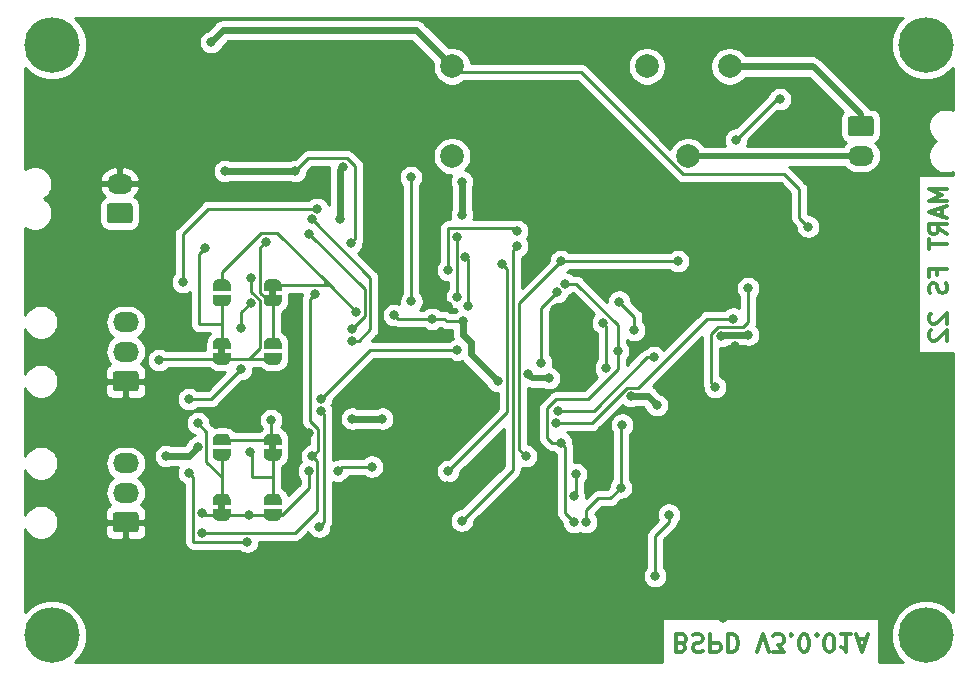
<source format=gbr>
%TF.GenerationSoftware,KiCad,Pcbnew,(5.1.10)-1*%
%TF.CreationDate,2022-02-21T21:57:19+01:00*%
%TF.ProjectId,BSPD-CV_3_0_00a,42535044-2d43-4565-9f33-5f305f303061,rev?*%
%TF.SameCoordinates,Original*%
%TF.FileFunction,Copper,L2,Bot*%
%TF.FilePolarity,Positive*%
%FSLAX46Y46*%
G04 Gerber Fmt 4.6, Leading zero omitted, Abs format (unit mm)*
G04 Created by KiCad (PCBNEW (5.1.10)-1) date 2022-02-21 21:57:19*
%MOMM*%
%LPD*%
G01*
G04 APERTURE LIST*
%TA.AperFunction,NonConductor*%
%ADD10C,0.300000*%
%TD*%
%TA.AperFunction,EtchedComponent*%
%ADD11C,0.100000*%
%TD*%
%TA.AperFunction,ComponentPad*%
%ADD12O,2.200000X1.700000*%
%TD*%
%TA.AperFunction,ComponentPad*%
%ADD13C,4.700000*%
%TD*%
%TA.AperFunction,ComponentPad*%
%ADD14C,2.000000*%
%TD*%
%TA.AperFunction,SMDPad,CuDef*%
%ADD15C,0.100000*%
%TD*%
%TA.AperFunction,ViaPad*%
%ADD16C,0.800000*%
%TD*%
%TA.AperFunction,Conductor*%
%ADD17C,0.254000*%
%TD*%
%TA.AperFunction,Conductor*%
%ADD18C,0.625000*%
%TD*%
%TA.AperFunction,Conductor*%
%ADD19C,0.508000*%
%TD*%
%TA.AperFunction,Conductor*%
%ADD20C,0.100000*%
%TD*%
G04 APERTURE END LIST*
D10*
X228770571Y-110193142D02*
X227270571Y-110193142D01*
X228342000Y-110693142D01*
X227270571Y-111193142D01*
X228770571Y-111193142D01*
X228342000Y-111836000D02*
X228342000Y-112550285D01*
X228770571Y-111693142D02*
X227270571Y-112193142D01*
X228770571Y-112693142D01*
X228770571Y-114050285D02*
X228056285Y-113550285D01*
X228770571Y-113193142D02*
X227270571Y-113193142D01*
X227270571Y-113764571D01*
X227342000Y-113907428D01*
X227413428Y-113978857D01*
X227556285Y-114050285D01*
X227770571Y-114050285D01*
X227913428Y-113978857D01*
X227984857Y-113907428D01*
X228056285Y-113764571D01*
X228056285Y-113193142D01*
X227270571Y-114478857D02*
X227270571Y-115336000D01*
X228770571Y-114907428D02*
X227270571Y-114907428D01*
X227984857Y-117478857D02*
X227984857Y-116978857D01*
X228770571Y-116978857D02*
X227270571Y-116978857D01*
X227270571Y-117693142D01*
X228699142Y-118193142D02*
X228770571Y-118407428D01*
X228770571Y-118764571D01*
X228699142Y-118907428D01*
X228627714Y-118978857D01*
X228484857Y-119050285D01*
X228342000Y-119050285D01*
X228199142Y-118978857D01*
X228127714Y-118907428D01*
X228056285Y-118764571D01*
X227984857Y-118478857D01*
X227913428Y-118336000D01*
X227842000Y-118264571D01*
X227699142Y-118193142D01*
X227556285Y-118193142D01*
X227413428Y-118264571D01*
X227342000Y-118336000D01*
X227270571Y-118478857D01*
X227270571Y-118836000D01*
X227342000Y-119050285D01*
X227413428Y-120764571D02*
X227342000Y-120836000D01*
X227270571Y-120978857D01*
X227270571Y-121336000D01*
X227342000Y-121478857D01*
X227413428Y-121550285D01*
X227556285Y-121621714D01*
X227699142Y-121621714D01*
X227913428Y-121550285D01*
X228770571Y-120693142D01*
X228770571Y-121621714D01*
X227413428Y-122193142D02*
X227342000Y-122264571D01*
X227270571Y-122407428D01*
X227270571Y-122764571D01*
X227342000Y-122907428D01*
X227413428Y-122978857D01*
X227556285Y-123050285D01*
X227699142Y-123050285D01*
X227913428Y-122978857D01*
X228770571Y-122121714D01*
X228770571Y-123050285D01*
X206332285Y-148697142D02*
X206546571Y-148625714D01*
X206618000Y-148554285D01*
X206689428Y-148411428D01*
X206689428Y-148197142D01*
X206618000Y-148054285D01*
X206546571Y-147982857D01*
X206403714Y-147911428D01*
X205832285Y-147911428D01*
X205832285Y-149411428D01*
X206332285Y-149411428D01*
X206475142Y-149340000D01*
X206546571Y-149268571D01*
X206618000Y-149125714D01*
X206618000Y-148982857D01*
X206546571Y-148840000D01*
X206475142Y-148768571D01*
X206332285Y-148697142D01*
X205832285Y-148697142D01*
X207260857Y-147982857D02*
X207475142Y-147911428D01*
X207832285Y-147911428D01*
X207975142Y-147982857D01*
X208046571Y-148054285D01*
X208118000Y-148197142D01*
X208118000Y-148340000D01*
X208046571Y-148482857D01*
X207975142Y-148554285D01*
X207832285Y-148625714D01*
X207546571Y-148697142D01*
X207403714Y-148768571D01*
X207332285Y-148840000D01*
X207260857Y-148982857D01*
X207260857Y-149125714D01*
X207332285Y-149268571D01*
X207403714Y-149340000D01*
X207546571Y-149411428D01*
X207903714Y-149411428D01*
X208118000Y-149340000D01*
X208760857Y-147911428D02*
X208760857Y-149411428D01*
X209332285Y-149411428D01*
X209475142Y-149340000D01*
X209546571Y-149268571D01*
X209618000Y-149125714D01*
X209618000Y-148911428D01*
X209546571Y-148768571D01*
X209475142Y-148697142D01*
X209332285Y-148625714D01*
X208760857Y-148625714D01*
X210260857Y-147911428D02*
X210260857Y-149411428D01*
X210618000Y-149411428D01*
X210832285Y-149340000D01*
X210975142Y-149197142D01*
X211046571Y-149054285D01*
X211118000Y-148768571D01*
X211118000Y-148554285D01*
X211046571Y-148268571D01*
X210975142Y-148125714D01*
X210832285Y-147982857D01*
X210618000Y-147911428D01*
X210260857Y-147911428D01*
X212689428Y-149411428D02*
X213189428Y-147911428D01*
X213689428Y-149411428D01*
X214046571Y-149411428D02*
X214975142Y-149411428D01*
X214475142Y-148840000D01*
X214689428Y-148840000D01*
X214832285Y-148768571D01*
X214903714Y-148697142D01*
X214975142Y-148554285D01*
X214975142Y-148197142D01*
X214903714Y-148054285D01*
X214832285Y-147982857D01*
X214689428Y-147911428D01*
X214260857Y-147911428D01*
X214118000Y-147982857D01*
X214046571Y-148054285D01*
X215618000Y-148054285D02*
X215689428Y-147982857D01*
X215618000Y-147911428D01*
X215546571Y-147982857D01*
X215618000Y-148054285D01*
X215618000Y-147911428D01*
X216618000Y-149411428D02*
X216760857Y-149411428D01*
X216903714Y-149340000D01*
X216975142Y-149268571D01*
X217046571Y-149125714D01*
X217118000Y-148840000D01*
X217118000Y-148482857D01*
X217046571Y-148197142D01*
X216975142Y-148054285D01*
X216903714Y-147982857D01*
X216760857Y-147911428D01*
X216618000Y-147911428D01*
X216475142Y-147982857D01*
X216403714Y-148054285D01*
X216332285Y-148197142D01*
X216260857Y-148482857D01*
X216260857Y-148840000D01*
X216332285Y-149125714D01*
X216403714Y-149268571D01*
X216475142Y-149340000D01*
X216618000Y-149411428D01*
X217760857Y-148054285D02*
X217832285Y-147982857D01*
X217760857Y-147911428D01*
X217689428Y-147982857D01*
X217760857Y-148054285D01*
X217760857Y-147911428D01*
X218760857Y-149411428D02*
X218903714Y-149411428D01*
X219046571Y-149340000D01*
X219118000Y-149268571D01*
X219189428Y-149125714D01*
X219260857Y-148840000D01*
X219260857Y-148482857D01*
X219189428Y-148197142D01*
X219118000Y-148054285D01*
X219046571Y-147982857D01*
X218903714Y-147911428D01*
X218760857Y-147911428D01*
X218618000Y-147982857D01*
X218546571Y-148054285D01*
X218475142Y-148197142D01*
X218403714Y-148482857D01*
X218403714Y-148840000D01*
X218475142Y-149125714D01*
X218546571Y-149268571D01*
X218618000Y-149340000D01*
X218760857Y-149411428D01*
X220689428Y-147911428D02*
X219832285Y-147911428D01*
X220260857Y-147911428D02*
X220260857Y-149411428D01*
X220118000Y-149197142D01*
X219975142Y-149054285D01*
X219832285Y-148982857D01*
X221260857Y-148340000D02*
X221975142Y-148340000D01*
X221118000Y-147911428D02*
X221618000Y-149411428D01*
X222118000Y-147911428D01*
D11*
%TO.C,JP54*%
G36*
X171404000Y-132330000D02*
G01*
X171404000Y-131830000D01*
X172004000Y-131830000D01*
X172004000Y-132330000D01*
X171404000Y-132330000D01*
G37*
%TO.C,JP51*%
G36*
X167686000Y-136910000D02*
G01*
X167686000Y-137410000D01*
X167086000Y-137410000D01*
X167086000Y-136910000D01*
X167686000Y-136910000D01*
G37*
%TO.C,JP44*%
G36*
X171404000Y-119264000D02*
G01*
X171404000Y-118764000D01*
X172004000Y-118764000D01*
X172004000Y-119264000D01*
X171404000Y-119264000D01*
G37*
%TO.C,JP41*%
G36*
X167686000Y-123702000D02*
G01*
X167686000Y-124202000D01*
X167086000Y-124202000D01*
X167086000Y-123702000D01*
X167686000Y-123702000D01*
G37*
%TD*%
D12*
%TO.P,J3,3*%
%TO.N,N/C*%
X159258000Y-133430000D03*
%TO.P,J3,2*%
%TO.N,sens1*%
X159258000Y-135930000D03*
%TO.P,J3,1*%
%TO.N,GND*%
%TA.AperFunction,ComponentPad*%
G36*
G01*
X160358000Y-137830000D02*
X160358000Y-139030000D01*
G75*
G02*
X160108000Y-139280000I-250000J0D01*
G01*
X158408000Y-139280000D01*
G75*
G02*
X158158000Y-139030000I0J250000D01*
G01*
X158158000Y-137830000D01*
G75*
G02*
X158408000Y-137580000I250000J0D01*
G01*
X160108000Y-137580000D01*
G75*
G02*
X160358000Y-137830000I0J-250000D01*
G01*
G37*
%TD.AperFunction*%
%TD*%
%TO.P,J2,3*%
%TO.N,N/C*%
X159258000Y-121492000D03*
%TO.P,J2,2*%
%TO.N,sens0*%
X159258000Y-123992000D03*
%TO.P,J2,1*%
%TO.N,GND*%
%TA.AperFunction,ComponentPad*%
G36*
G01*
X160358000Y-125892000D02*
X160358000Y-127092000D01*
G75*
G02*
X160108000Y-127342000I-250000J0D01*
G01*
X158408000Y-127342000D01*
G75*
G02*
X158158000Y-127092000I0J250000D01*
G01*
X158158000Y-125892000D01*
G75*
G02*
X158408000Y-125642000I250000J0D01*
G01*
X160108000Y-125642000D01*
G75*
G02*
X160358000Y-125892000I0J-250000D01*
G01*
G37*
%TD.AperFunction*%
%TD*%
%TO.P,J4,2*%
%TO.N,Net-(J4-Pad2)*%
X221488000Y-107402000D03*
%TO.P,J4,1*%
%TO.N,Net-(J4-Pad1)*%
%TA.AperFunction,ComponentPad*%
G36*
G01*
X220388000Y-105502000D02*
X220388000Y-104302000D01*
G75*
G02*
X220638000Y-104052000I250000J0D01*
G01*
X222338000Y-104052000D01*
G75*
G02*
X222588000Y-104302000I0J-250000D01*
G01*
X222588000Y-105502000D01*
G75*
G02*
X222338000Y-105752000I-250000J0D01*
G01*
X220638000Y-105752000D01*
G75*
G02*
X220388000Y-105502000I0J250000D01*
G01*
G37*
%TD.AperFunction*%
%TD*%
%TO.P,J1,2*%
%TO.N,GND*%
X158750000Y-109768000D03*
%TO.P,J1,1*%
%TO.N,VBatt*%
%TA.AperFunction,ComponentPad*%
G36*
G01*
X159850000Y-111668000D02*
X159850000Y-112868000D01*
G75*
G02*
X159600000Y-113118000I-250000J0D01*
G01*
X157900000Y-113118000D01*
G75*
G02*
X157650000Y-112868000I0J250000D01*
G01*
X157650000Y-111668000D01*
G75*
G02*
X157900000Y-111418000I250000J0D01*
G01*
X159600000Y-111418000D01*
G75*
G02*
X159850000Y-111668000I0J-250000D01*
G01*
G37*
%TD.AperFunction*%
%TD*%
D13*
%TO.P,H4,1*%
%TO.N,N/C*%
X227000000Y-148000000D03*
%TD*%
%TO.P,H3,1*%
%TO.N,N/C*%
X153000000Y-148000000D03*
%TD*%
%TO.P,H2,1*%
%TO.N,N/C*%
X227000000Y-98000000D03*
%TD*%
%TO.P,H1,1*%
%TO.N,N/C*%
X153000000Y-98000000D03*
%TD*%
D14*
%TO.P,K101,11*%
%TO.N,Net-(J4-Pad2)*%
X206878000Y-107432000D03*
%TO.P,K101,12*%
%TO.N,N/C*%
X203378000Y-99832000D03*
%TO.P,K101,14*%
%TO.N,Net-(J4-Pad1)*%
X210378000Y-99832000D03*
%TO.P,K101,A1*%
%TO.N,VBatt_F*%
X186878000Y-99832000D03*
%TO.P,K101,A2*%
%TO.N,Net-(D101-Pad1)*%
X186878000Y-107432000D03*
%TD*%
%TA.AperFunction,SMDPad,CuDef*%
D15*
%TO.P,JP54,1*%
%TO.N,RefBrake*%
G36*
X170954000Y-131930000D02*
G01*
X170954000Y-131430000D01*
X170954602Y-131430000D01*
X170954602Y-131405466D01*
X170959412Y-131356635D01*
X170968984Y-131308510D01*
X170983228Y-131261555D01*
X171002005Y-131216222D01*
X171025136Y-131172949D01*
X171052396Y-131132150D01*
X171083524Y-131094221D01*
X171118221Y-131059524D01*
X171156150Y-131028396D01*
X171196949Y-131001136D01*
X171240222Y-130978005D01*
X171285555Y-130959228D01*
X171332510Y-130944984D01*
X171380635Y-130935412D01*
X171429466Y-130930602D01*
X171454000Y-130930602D01*
X171454000Y-130930000D01*
X171954000Y-130930000D01*
X171954000Y-130930602D01*
X171978534Y-130930602D01*
X172027365Y-130935412D01*
X172075490Y-130944984D01*
X172122445Y-130959228D01*
X172167778Y-130978005D01*
X172211051Y-131001136D01*
X172251850Y-131028396D01*
X172289779Y-131059524D01*
X172324476Y-131094221D01*
X172355604Y-131132150D01*
X172382864Y-131172949D01*
X172405995Y-131216222D01*
X172424772Y-131261555D01*
X172439016Y-131308510D01*
X172448588Y-131356635D01*
X172453398Y-131405466D01*
X172453398Y-131430000D01*
X172454000Y-131430000D01*
X172454000Y-131930000D01*
X170954000Y-131930000D01*
G37*
%TD.AperFunction*%
%TA.AperFunction,SMDPad,CuDef*%
%TO.P,JP54,2*%
%TO.N,Net-(JP53-Pad2)*%
G36*
X172453398Y-132730000D02*
G01*
X172453398Y-132754534D01*
X172448588Y-132803365D01*
X172439016Y-132851490D01*
X172424772Y-132898445D01*
X172405995Y-132943778D01*
X172382864Y-132987051D01*
X172355604Y-133027850D01*
X172324476Y-133065779D01*
X172289779Y-133100476D01*
X172251850Y-133131604D01*
X172211051Y-133158864D01*
X172167778Y-133181995D01*
X172122445Y-133200772D01*
X172075490Y-133215016D01*
X172027365Y-133224588D01*
X171978534Y-133229398D01*
X171954000Y-133229398D01*
X171954000Y-133230000D01*
X171454000Y-133230000D01*
X171454000Y-133229398D01*
X171429466Y-133229398D01*
X171380635Y-133224588D01*
X171332510Y-133215016D01*
X171285555Y-133200772D01*
X171240222Y-133181995D01*
X171196949Y-133158864D01*
X171156150Y-133131604D01*
X171118221Y-133100476D01*
X171083524Y-133065779D01*
X171052396Y-133027850D01*
X171025136Y-132987051D01*
X171002005Y-132943778D01*
X170983228Y-132898445D01*
X170968984Y-132851490D01*
X170959412Y-132803365D01*
X170954602Y-132754534D01*
X170954602Y-132730000D01*
X170954000Y-132730000D01*
X170954000Y-132230000D01*
X172454000Y-132230000D01*
X172454000Y-132730000D01*
X172453398Y-132730000D01*
G37*
%TD.AperFunction*%
%TD*%
%TA.AperFunction,SMDPad,CuDef*%
%TO.P,JP53,2*%
%TO.N,Net-(JP53-Pad2)*%
G36*
X170954602Y-136510000D02*
G01*
X170954602Y-136485466D01*
X170959412Y-136436635D01*
X170968984Y-136388510D01*
X170983228Y-136341555D01*
X171002005Y-136296222D01*
X171025136Y-136252949D01*
X171052396Y-136212150D01*
X171083524Y-136174221D01*
X171118221Y-136139524D01*
X171156150Y-136108396D01*
X171196949Y-136081136D01*
X171240222Y-136058005D01*
X171285555Y-136039228D01*
X171332510Y-136024984D01*
X171380635Y-136015412D01*
X171429466Y-136010602D01*
X171454000Y-136010602D01*
X171454000Y-136010000D01*
X171954000Y-136010000D01*
X171954000Y-136010602D01*
X171978534Y-136010602D01*
X172027365Y-136015412D01*
X172075490Y-136024984D01*
X172122445Y-136039228D01*
X172167778Y-136058005D01*
X172211051Y-136081136D01*
X172251850Y-136108396D01*
X172289779Y-136139524D01*
X172324476Y-136174221D01*
X172355604Y-136212150D01*
X172382864Y-136252949D01*
X172405995Y-136296222D01*
X172424772Y-136341555D01*
X172439016Y-136388510D01*
X172448588Y-136436635D01*
X172453398Y-136485466D01*
X172453398Y-136510000D01*
X172454000Y-136510000D01*
X172454000Y-137010000D01*
X170954000Y-137010000D01*
X170954000Y-136510000D01*
X170954602Y-136510000D01*
G37*
%TD.AperFunction*%
%TA.AperFunction,SMDPad,CuDef*%
%TO.P,JP53,1*%
%TO.N,sens1*%
G36*
X172454000Y-137310000D02*
G01*
X172454000Y-137810000D01*
X172453398Y-137810000D01*
X172453398Y-137834534D01*
X172448588Y-137883365D01*
X172439016Y-137931490D01*
X172424772Y-137978445D01*
X172405995Y-138023778D01*
X172382864Y-138067051D01*
X172355604Y-138107850D01*
X172324476Y-138145779D01*
X172289779Y-138180476D01*
X172251850Y-138211604D01*
X172211051Y-138238864D01*
X172167778Y-138261995D01*
X172122445Y-138280772D01*
X172075490Y-138295016D01*
X172027365Y-138304588D01*
X171978534Y-138309398D01*
X171954000Y-138309398D01*
X171954000Y-138310000D01*
X171454000Y-138310000D01*
X171454000Y-138309398D01*
X171429466Y-138309398D01*
X171380635Y-138304588D01*
X171332510Y-138295016D01*
X171285555Y-138280772D01*
X171240222Y-138261995D01*
X171196949Y-138238864D01*
X171156150Y-138211604D01*
X171118221Y-138180476D01*
X171083524Y-138145779D01*
X171052396Y-138107850D01*
X171025136Y-138067051D01*
X171002005Y-138023778D01*
X170983228Y-137978445D01*
X170968984Y-137931490D01*
X170959412Y-137883365D01*
X170954602Y-137834534D01*
X170954602Y-137810000D01*
X170954000Y-137810000D01*
X170954000Y-137310000D01*
X172454000Y-137310000D01*
G37*
%TD.AperFunction*%
%TD*%
%TA.AperFunction,SMDPad,CuDef*%
%TO.P,JP52,2*%
%TO.N,Net-(JP51-Pad2)*%
G36*
X168135398Y-132730000D02*
G01*
X168135398Y-132754534D01*
X168130588Y-132803365D01*
X168121016Y-132851490D01*
X168106772Y-132898445D01*
X168087995Y-132943778D01*
X168064864Y-132987051D01*
X168037604Y-133027850D01*
X168006476Y-133065779D01*
X167971779Y-133100476D01*
X167933850Y-133131604D01*
X167893051Y-133158864D01*
X167849778Y-133181995D01*
X167804445Y-133200772D01*
X167757490Y-133215016D01*
X167709365Y-133224588D01*
X167660534Y-133229398D01*
X167636000Y-133229398D01*
X167636000Y-133230000D01*
X167136000Y-133230000D01*
X167136000Y-133229398D01*
X167111466Y-133229398D01*
X167062635Y-133224588D01*
X167014510Y-133215016D01*
X166967555Y-133200772D01*
X166922222Y-133181995D01*
X166878949Y-133158864D01*
X166838150Y-133131604D01*
X166800221Y-133100476D01*
X166765524Y-133065779D01*
X166734396Y-133027850D01*
X166707136Y-132987051D01*
X166684005Y-132943778D01*
X166665228Y-132898445D01*
X166650984Y-132851490D01*
X166641412Y-132803365D01*
X166636602Y-132754534D01*
X166636602Y-132730000D01*
X166636000Y-132730000D01*
X166636000Y-132230000D01*
X168136000Y-132230000D01*
X168136000Y-132730000D01*
X168135398Y-132730000D01*
G37*
%TD.AperFunction*%
%TA.AperFunction,SMDPad,CuDef*%
%TO.P,JP52,1*%
%TO.N,RefBrake*%
G36*
X166636000Y-131930000D02*
G01*
X166636000Y-131430000D01*
X166636602Y-131430000D01*
X166636602Y-131405466D01*
X166641412Y-131356635D01*
X166650984Y-131308510D01*
X166665228Y-131261555D01*
X166684005Y-131216222D01*
X166707136Y-131172949D01*
X166734396Y-131132150D01*
X166765524Y-131094221D01*
X166800221Y-131059524D01*
X166838150Y-131028396D01*
X166878949Y-131001136D01*
X166922222Y-130978005D01*
X166967555Y-130959228D01*
X167014510Y-130944984D01*
X167062635Y-130935412D01*
X167111466Y-130930602D01*
X167136000Y-130930602D01*
X167136000Y-130930000D01*
X167636000Y-130930000D01*
X167636000Y-130930602D01*
X167660534Y-130930602D01*
X167709365Y-130935412D01*
X167757490Y-130944984D01*
X167804445Y-130959228D01*
X167849778Y-130978005D01*
X167893051Y-131001136D01*
X167933850Y-131028396D01*
X167971779Y-131059524D01*
X168006476Y-131094221D01*
X168037604Y-131132150D01*
X168064864Y-131172949D01*
X168087995Y-131216222D01*
X168106772Y-131261555D01*
X168121016Y-131308510D01*
X168130588Y-131356635D01*
X168135398Y-131405466D01*
X168135398Y-131430000D01*
X168136000Y-131430000D01*
X168136000Y-131930000D01*
X166636000Y-131930000D01*
G37*
%TD.AperFunction*%
%TD*%
%TA.AperFunction,SMDPad,CuDef*%
%TO.P,JP51,1*%
%TO.N,sens1*%
G36*
X168136000Y-137310000D02*
G01*
X168136000Y-137810000D01*
X168135398Y-137810000D01*
X168135398Y-137834534D01*
X168130588Y-137883365D01*
X168121016Y-137931490D01*
X168106772Y-137978445D01*
X168087995Y-138023778D01*
X168064864Y-138067051D01*
X168037604Y-138107850D01*
X168006476Y-138145779D01*
X167971779Y-138180476D01*
X167933850Y-138211604D01*
X167893051Y-138238864D01*
X167849778Y-138261995D01*
X167804445Y-138280772D01*
X167757490Y-138295016D01*
X167709365Y-138304588D01*
X167660534Y-138309398D01*
X167636000Y-138309398D01*
X167636000Y-138310000D01*
X167136000Y-138310000D01*
X167136000Y-138309398D01*
X167111466Y-138309398D01*
X167062635Y-138304588D01*
X167014510Y-138295016D01*
X166967555Y-138280772D01*
X166922222Y-138261995D01*
X166878949Y-138238864D01*
X166838150Y-138211604D01*
X166800221Y-138180476D01*
X166765524Y-138145779D01*
X166734396Y-138107850D01*
X166707136Y-138067051D01*
X166684005Y-138023778D01*
X166665228Y-137978445D01*
X166650984Y-137931490D01*
X166641412Y-137883365D01*
X166636602Y-137834534D01*
X166636602Y-137810000D01*
X166636000Y-137810000D01*
X166636000Y-137310000D01*
X168136000Y-137310000D01*
G37*
%TD.AperFunction*%
%TA.AperFunction,SMDPad,CuDef*%
%TO.P,JP51,2*%
%TO.N,Net-(JP51-Pad2)*%
G36*
X166636602Y-136510000D02*
G01*
X166636602Y-136485466D01*
X166641412Y-136436635D01*
X166650984Y-136388510D01*
X166665228Y-136341555D01*
X166684005Y-136296222D01*
X166707136Y-136252949D01*
X166734396Y-136212150D01*
X166765524Y-136174221D01*
X166800221Y-136139524D01*
X166838150Y-136108396D01*
X166878949Y-136081136D01*
X166922222Y-136058005D01*
X166967555Y-136039228D01*
X167014510Y-136024984D01*
X167062635Y-136015412D01*
X167111466Y-136010602D01*
X167136000Y-136010602D01*
X167136000Y-136010000D01*
X167636000Y-136010000D01*
X167636000Y-136010602D01*
X167660534Y-136010602D01*
X167709365Y-136015412D01*
X167757490Y-136024984D01*
X167804445Y-136039228D01*
X167849778Y-136058005D01*
X167893051Y-136081136D01*
X167933850Y-136108396D01*
X167971779Y-136139524D01*
X168006476Y-136174221D01*
X168037604Y-136212150D01*
X168064864Y-136252949D01*
X168087995Y-136296222D01*
X168106772Y-136341555D01*
X168121016Y-136388510D01*
X168130588Y-136436635D01*
X168135398Y-136485466D01*
X168135398Y-136510000D01*
X168136000Y-136510000D01*
X168136000Y-137010000D01*
X166636000Y-137010000D01*
X166636000Y-136510000D01*
X166636602Y-136510000D01*
G37*
%TD.AperFunction*%
%TD*%
%TA.AperFunction,SMDPad,CuDef*%
%TO.P,JP44,1*%
%TO.N,RefApp*%
G36*
X170954000Y-118864000D02*
G01*
X170954000Y-118364000D01*
X170954602Y-118364000D01*
X170954602Y-118339466D01*
X170959412Y-118290635D01*
X170968984Y-118242510D01*
X170983228Y-118195555D01*
X171002005Y-118150222D01*
X171025136Y-118106949D01*
X171052396Y-118066150D01*
X171083524Y-118028221D01*
X171118221Y-117993524D01*
X171156150Y-117962396D01*
X171196949Y-117935136D01*
X171240222Y-117912005D01*
X171285555Y-117893228D01*
X171332510Y-117878984D01*
X171380635Y-117869412D01*
X171429466Y-117864602D01*
X171454000Y-117864602D01*
X171454000Y-117864000D01*
X171954000Y-117864000D01*
X171954000Y-117864602D01*
X171978534Y-117864602D01*
X172027365Y-117869412D01*
X172075490Y-117878984D01*
X172122445Y-117893228D01*
X172167778Y-117912005D01*
X172211051Y-117935136D01*
X172251850Y-117962396D01*
X172289779Y-117993524D01*
X172324476Y-118028221D01*
X172355604Y-118066150D01*
X172382864Y-118106949D01*
X172405995Y-118150222D01*
X172424772Y-118195555D01*
X172439016Y-118242510D01*
X172448588Y-118290635D01*
X172453398Y-118339466D01*
X172453398Y-118364000D01*
X172454000Y-118364000D01*
X172454000Y-118864000D01*
X170954000Y-118864000D01*
G37*
%TD.AperFunction*%
%TA.AperFunction,SMDPad,CuDef*%
%TO.P,JP44,2*%
%TO.N,Net-(JP43-Pad2)*%
G36*
X172453398Y-119664000D02*
G01*
X172453398Y-119688534D01*
X172448588Y-119737365D01*
X172439016Y-119785490D01*
X172424772Y-119832445D01*
X172405995Y-119877778D01*
X172382864Y-119921051D01*
X172355604Y-119961850D01*
X172324476Y-119999779D01*
X172289779Y-120034476D01*
X172251850Y-120065604D01*
X172211051Y-120092864D01*
X172167778Y-120115995D01*
X172122445Y-120134772D01*
X172075490Y-120149016D01*
X172027365Y-120158588D01*
X171978534Y-120163398D01*
X171954000Y-120163398D01*
X171954000Y-120164000D01*
X171454000Y-120164000D01*
X171454000Y-120163398D01*
X171429466Y-120163398D01*
X171380635Y-120158588D01*
X171332510Y-120149016D01*
X171285555Y-120134772D01*
X171240222Y-120115995D01*
X171196949Y-120092864D01*
X171156150Y-120065604D01*
X171118221Y-120034476D01*
X171083524Y-119999779D01*
X171052396Y-119961850D01*
X171025136Y-119921051D01*
X171002005Y-119877778D01*
X170983228Y-119832445D01*
X170968984Y-119785490D01*
X170959412Y-119737365D01*
X170954602Y-119688534D01*
X170954602Y-119664000D01*
X170954000Y-119664000D01*
X170954000Y-119164000D01*
X172454000Y-119164000D01*
X172454000Y-119664000D01*
X172453398Y-119664000D01*
G37*
%TD.AperFunction*%
%TD*%
%TA.AperFunction,SMDPad,CuDef*%
%TO.P,JP43,2*%
%TO.N,Net-(JP43-Pad2)*%
G36*
X170954602Y-123302000D02*
G01*
X170954602Y-123277466D01*
X170959412Y-123228635D01*
X170968984Y-123180510D01*
X170983228Y-123133555D01*
X171002005Y-123088222D01*
X171025136Y-123044949D01*
X171052396Y-123004150D01*
X171083524Y-122966221D01*
X171118221Y-122931524D01*
X171156150Y-122900396D01*
X171196949Y-122873136D01*
X171240222Y-122850005D01*
X171285555Y-122831228D01*
X171332510Y-122816984D01*
X171380635Y-122807412D01*
X171429466Y-122802602D01*
X171454000Y-122802602D01*
X171454000Y-122802000D01*
X171954000Y-122802000D01*
X171954000Y-122802602D01*
X171978534Y-122802602D01*
X172027365Y-122807412D01*
X172075490Y-122816984D01*
X172122445Y-122831228D01*
X172167778Y-122850005D01*
X172211051Y-122873136D01*
X172251850Y-122900396D01*
X172289779Y-122931524D01*
X172324476Y-122966221D01*
X172355604Y-123004150D01*
X172382864Y-123044949D01*
X172405995Y-123088222D01*
X172424772Y-123133555D01*
X172439016Y-123180510D01*
X172448588Y-123228635D01*
X172453398Y-123277466D01*
X172453398Y-123302000D01*
X172454000Y-123302000D01*
X172454000Y-123802000D01*
X170954000Y-123802000D01*
X170954000Y-123302000D01*
X170954602Y-123302000D01*
G37*
%TD.AperFunction*%
%TA.AperFunction,SMDPad,CuDef*%
%TO.P,JP43,1*%
%TO.N,sens0*%
G36*
X172454000Y-124102000D02*
G01*
X172454000Y-124602000D01*
X172453398Y-124602000D01*
X172453398Y-124626534D01*
X172448588Y-124675365D01*
X172439016Y-124723490D01*
X172424772Y-124770445D01*
X172405995Y-124815778D01*
X172382864Y-124859051D01*
X172355604Y-124899850D01*
X172324476Y-124937779D01*
X172289779Y-124972476D01*
X172251850Y-125003604D01*
X172211051Y-125030864D01*
X172167778Y-125053995D01*
X172122445Y-125072772D01*
X172075490Y-125087016D01*
X172027365Y-125096588D01*
X171978534Y-125101398D01*
X171954000Y-125101398D01*
X171954000Y-125102000D01*
X171454000Y-125102000D01*
X171454000Y-125101398D01*
X171429466Y-125101398D01*
X171380635Y-125096588D01*
X171332510Y-125087016D01*
X171285555Y-125072772D01*
X171240222Y-125053995D01*
X171196949Y-125030864D01*
X171156150Y-125003604D01*
X171118221Y-124972476D01*
X171083524Y-124937779D01*
X171052396Y-124899850D01*
X171025136Y-124859051D01*
X171002005Y-124815778D01*
X170983228Y-124770445D01*
X170968984Y-124723490D01*
X170959412Y-124675365D01*
X170954602Y-124626534D01*
X170954602Y-124602000D01*
X170954000Y-124602000D01*
X170954000Y-124102000D01*
X172454000Y-124102000D01*
G37*
%TD.AperFunction*%
%TD*%
%TA.AperFunction,SMDPad,CuDef*%
%TO.P,JP42,2*%
%TO.N,Net-(JP41-Pad2)*%
G36*
X168135398Y-119664000D02*
G01*
X168135398Y-119688534D01*
X168130588Y-119737365D01*
X168121016Y-119785490D01*
X168106772Y-119832445D01*
X168087995Y-119877778D01*
X168064864Y-119921051D01*
X168037604Y-119961850D01*
X168006476Y-119999779D01*
X167971779Y-120034476D01*
X167933850Y-120065604D01*
X167893051Y-120092864D01*
X167849778Y-120115995D01*
X167804445Y-120134772D01*
X167757490Y-120149016D01*
X167709365Y-120158588D01*
X167660534Y-120163398D01*
X167636000Y-120163398D01*
X167636000Y-120164000D01*
X167136000Y-120164000D01*
X167136000Y-120163398D01*
X167111466Y-120163398D01*
X167062635Y-120158588D01*
X167014510Y-120149016D01*
X166967555Y-120134772D01*
X166922222Y-120115995D01*
X166878949Y-120092864D01*
X166838150Y-120065604D01*
X166800221Y-120034476D01*
X166765524Y-119999779D01*
X166734396Y-119961850D01*
X166707136Y-119921051D01*
X166684005Y-119877778D01*
X166665228Y-119832445D01*
X166650984Y-119785490D01*
X166641412Y-119737365D01*
X166636602Y-119688534D01*
X166636602Y-119664000D01*
X166636000Y-119664000D01*
X166636000Y-119164000D01*
X168136000Y-119164000D01*
X168136000Y-119664000D01*
X168135398Y-119664000D01*
G37*
%TD.AperFunction*%
%TA.AperFunction,SMDPad,CuDef*%
%TO.P,JP42,1*%
%TO.N,RefApp*%
G36*
X166636000Y-118864000D02*
G01*
X166636000Y-118364000D01*
X166636602Y-118364000D01*
X166636602Y-118339466D01*
X166641412Y-118290635D01*
X166650984Y-118242510D01*
X166665228Y-118195555D01*
X166684005Y-118150222D01*
X166707136Y-118106949D01*
X166734396Y-118066150D01*
X166765524Y-118028221D01*
X166800221Y-117993524D01*
X166838150Y-117962396D01*
X166878949Y-117935136D01*
X166922222Y-117912005D01*
X166967555Y-117893228D01*
X167014510Y-117878984D01*
X167062635Y-117869412D01*
X167111466Y-117864602D01*
X167136000Y-117864602D01*
X167136000Y-117864000D01*
X167636000Y-117864000D01*
X167636000Y-117864602D01*
X167660534Y-117864602D01*
X167709365Y-117869412D01*
X167757490Y-117878984D01*
X167804445Y-117893228D01*
X167849778Y-117912005D01*
X167893051Y-117935136D01*
X167933850Y-117962396D01*
X167971779Y-117993524D01*
X168006476Y-118028221D01*
X168037604Y-118066150D01*
X168064864Y-118106949D01*
X168087995Y-118150222D01*
X168106772Y-118195555D01*
X168121016Y-118242510D01*
X168130588Y-118290635D01*
X168135398Y-118339466D01*
X168135398Y-118364000D01*
X168136000Y-118364000D01*
X168136000Y-118864000D01*
X166636000Y-118864000D01*
G37*
%TD.AperFunction*%
%TD*%
%TA.AperFunction,SMDPad,CuDef*%
%TO.P,JP41,1*%
%TO.N,sens0*%
G36*
X168136000Y-124102000D02*
G01*
X168136000Y-124602000D01*
X168135398Y-124602000D01*
X168135398Y-124626534D01*
X168130588Y-124675365D01*
X168121016Y-124723490D01*
X168106772Y-124770445D01*
X168087995Y-124815778D01*
X168064864Y-124859051D01*
X168037604Y-124899850D01*
X168006476Y-124937779D01*
X167971779Y-124972476D01*
X167933850Y-125003604D01*
X167893051Y-125030864D01*
X167849778Y-125053995D01*
X167804445Y-125072772D01*
X167757490Y-125087016D01*
X167709365Y-125096588D01*
X167660534Y-125101398D01*
X167636000Y-125101398D01*
X167636000Y-125102000D01*
X167136000Y-125102000D01*
X167136000Y-125101398D01*
X167111466Y-125101398D01*
X167062635Y-125096588D01*
X167014510Y-125087016D01*
X166967555Y-125072772D01*
X166922222Y-125053995D01*
X166878949Y-125030864D01*
X166838150Y-125003604D01*
X166800221Y-124972476D01*
X166765524Y-124937779D01*
X166734396Y-124899850D01*
X166707136Y-124859051D01*
X166684005Y-124815778D01*
X166665228Y-124770445D01*
X166650984Y-124723490D01*
X166641412Y-124675365D01*
X166636602Y-124626534D01*
X166636602Y-124602000D01*
X166636000Y-124602000D01*
X166636000Y-124102000D01*
X168136000Y-124102000D01*
G37*
%TD.AperFunction*%
%TA.AperFunction,SMDPad,CuDef*%
%TO.P,JP41,2*%
%TO.N,Net-(JP41-Pad2)*%
G36*
X166636602Y-123302000D02*
G01*
X166636602Y-123277466D01*
X166641412Y-123228635D01*
X166650984Y-123180510D01*
X166665228Y-123133555D01*
X166684005Y-123088222D01*
X166707136Y-123044949D01*
X166734396Y-123004150D01*
X166765524Y-122966221D01*
X166800221Y-122931524D01*
X166838150Y-122900396D01*
X166878949Y-122873136D01*
X166922222Y-122850005D01*
X166967555Y-122831228D01*
X167014510Y-122816984D01*
X167062635Y-122807412D01*
X167111466Y-122802602D01*
X167136000Y-122802602D01*
X167136000Y-122802000D01*
X167636000Y-122802000D01*
X167636000Y-122802602D01*
X167660534Y-122802602D01*
X167709365Y-122807412D01*
X167757490Y-122816984D01*
X167804445Y-122831228D01*
X167849778Y-122850005D01*
X167893051Y-122873136D01*
X167933850Y-122900396D01*
X167971779Y-122931524D01*
X168006476Y-122966221D01*
X168037604Y-123004150D01*
X168064864Y-123044949D01*
X168087995Y-123088222D01*
X168106772Y-123133555D01*
X168121016Y-123180510D01*
X168130588Y-123228635D01*
X168135398Y-123277466D01*
X168135398Y-123302000D01*
X168136000Y-123302000D01*
X168136000Y-123802000D01*
X166636000Y-123802000D01*
X166636000Y-123302000D01*
X166636602Y-123302000D01*
G37*
%TD.AperFunction*%
%TD*%
D16*
%TO.N,GND*%
X172593000Y-107188000D03*
X209804000Y-146558000D03*
X222504000Y-145542000D03*
X205867000Y-140081000D03*
X225425000Y-128397000D03*
X213487000Y-130175000D03*
X207264000Y-124460000D03*
X214757000Y-106172000D03*
X213487000Y-112268000D03*
X176149000Y-98425000D03*
X180467000Y-107569000D03*
X159004000Y-105664000D03*
X161290000Y-102108000D03*
X174786991Y-130869433D03*
X188087000Y-146939000D03*
X194691000Y-146939000D03*
X179705000Y-148082000D03*
X164592000Y-148082000D03*
X202438000Y-139700000D03*
X205105000Y-120142000D03*
X195580000Y-120396000D03*
X197866000Y-122428000D03*
X192659000Y-135382000D03*
X186436000Y-135382000D03*
X179578000Y-115316000D03*
X186563000Y-120142000D03*
X184658000Y-125222000D03*
X210820000Y-123467510D03*
X172085000Y-148082000D03*
%TO.N,CurrentS+*%
X167640000Y-108712000D03*
X173609000Y-108712000D03*
X178308000Y-114808000D03*
%TO.N,Initialize*%
X183438800Y-119710200D03*
X183388000Y-109220000D03*
%TO.N,sens0*%
X169899980Y-117753557D03*
X162052000Y-124714000D03*
%TO.N,RefApp*%
X178777979Y-120650000D03*
%TO.N,sens1*%
X165700010Y-137668000D03*
X169672000Y-137795000D03*
X174752000Y-134112000D03*
%TO.N,RefBrake*%
X171577000Y-129794000D03*
%TO.N,Net-(R8-Pad2)*%
X199898000Y-125349000D03*
X199644000Y-121539000D03*
%TO.N,errCurrent*%
X175768000Y-128016000D03*
X187337010Y-123837010D03*
%TO.N,Timer1_OUT*%
X197231000Y-138430000D03*
X196088000Y-131699000D03*
X196469000Y-118237000D03*
X200914000Y-123952000D03*
%TO.N,Timer1_IN*%
X197358000Y-134366000D03*
X197182075Y-136180367D03*
X194437000Y-124968000D03*
X195761885Y-118944115D03*
%TO.N,Timer2_IN*%
X196088000Y-116332000D03*
X205994000Y-116332000D03*
X193132010Y-132842000D03*
%TO.N,Net-(R22-Pad2)*%
X178435000Y-122047000D03*
X174806609Y-114027388D03*
%TO.N,errAcc*%
X188214000Y-120142000D03*
X188017020Y-115951000D03*
%TO.N,BSPD_state*%
X210947000Y-106045000D03*
X214630000Y-102616000D03*
%TO.N,RefCurr*%
X175641000Y-138811000D03*
X175768000Y-129032000D03*
%TO.N,Ref4.5v*%
X169545000Y-140081000D03*
X164592000Y-134239000D03*
X164592000Y-128016000D03*
X169037000Y-125476000D03*
X169037000Y-121950031D03*
X169829408Y-119872090D03*
%TO.N,Ref0.5v*%
X165735000Y-139319000D03*
X175040990Y-132842000D03*
X175260000Y-119126000D03*
%TO.N,Timer2_OUT*%
X198247000Y-138430000D03*
X201168000Y-135509000D03*
X201295000Y-130175000D03*
X202311000Y-122174000D03*
X201041000Y-119761000D03*
%TO.N,BrakeTrigg*%
X186563000Y-117094000D03*
X192405000Y-113792000D03*
%TO.N,Vcc*%
X195072000Y-126238000D03*
X193294000Y-125857000D03*
X187833000Y-121412000D03*
X185196294Y-121205712D03*
X181991000Y-120904000D03*
X178435000Y-129667000D03*
X180975000Y-129667000D03*
X177419000Y-112776000D03*
X177673000Y-108331000D03*
X187706000Y-112395000D03*
X187706000Y-109601000D03*
X190754000Y-126492000D03*
X162687000Y-132842000D03*
X165354000Y-132080000D03*
X211963000Y-122555000D03*
X209677000Y-122682000D03*
X202057000Y-127762000D03*
X204216000Y-128524000D03*
%TO.N,VBatt_F*%
X217043000Y-113411000D03*
X166497000Y-97790000D03*
%TO.N,Net-(C81-Pad1)*%
X203962000Y-124460000D03*
X195817995Y-128991988D03*
%TO.N,Net-(C83-Pad2)*%
X195707000Y-130048000D03*
X210693000Y-121188479D03*
%TO.N,Net-(C83-Pad1)*%
X209169000Y-127000000D03*
X211963000Y-118618000D03*
%TO.N,Net-(C93-Pad1)*%
X204089000Y-143002000D03*
X205232000Y-137795000D03*
%TO.N,Net-(JP41-Pad2)*%
X165989000Y-115189000D03*
%TO.N,Net-(JP43-Pad2)*%
X171120551Y-114663554D03*
%TO.N,Net-(JP51-Pad2)*%
X165354000Y-130048000D03*
%TO.N,Net-(JP53-Pad2)*%
X169773600Y-132445432D03*
%TO.N,Net-(R25-Pad2)*%
X178435000Y-123063000D03*
X175006000Y-112776000D03*
%TO.N,Net-(R43-Pad2)*%
X164084000Y-118110000D03*
X175473853Y-111892180D03*
%TO.N,Net-(R54-Pad2)*%
X180086000Y-133731000D03*
X177202500Y-134074500D03*
%TO.N,Net-(R71-Pad2)*%
X187325000Y-119380000D03*
X187290010Y-114265010D03*
%TO.N,Net-(R72-Pad2)*%
X186563000Y-134112000D03*
X191150430Y-116553610D03*
%TO.N,Net-(R73-Pad2)*%
X192405000Y-115062000D03*
X187706000Y-138303000D03*
%TD*%
D17*
%TO.N,GND*%
X174786991Y-130869433D02*
X174049433Y-130869433D01*
D18*
X207264000Y-124333000D02*
X207264000Y-124460000D01*
X210820000Y-123467510D02*
X210820000Y-124587000D01*
%TO.N,CurrentS+*%
X167640000Y-108712000D02*
X173609000Y-108712000D01*
D17*
X178308000Y-114808000D02*
X178707999Y-114408001D01*
X178707999Y-108290035D02*
X178021962Y-107603998D01*
X178707999Y-114408001D02*
X178707999Y-108290035D01*
X178021962Y-107603998D02*
X174717002Y-107603998D01*
X174717002Y-107603998D02*
X173609000Y-108712000D01*
%TO.N,Initialize*%
X183449256Y-109281256D02*
X183388000Y-109220000D01*
X183449256Y-119730336D02*
X183449256Y-109281256D01*
%TO.N,sens0*%
X162067000Y-124602000D02*
X167386000Y-124602000D01*
X169687000Y-124602000D02*
X171704000Y-124602000D01*
X167386000Y-124602000D02*
X169687000Y-124602000D01*
X169899980Y-118914512D02*
X169899980Y-117753557D01*
X170626990Y-119641522D02*
X169899980Y-118914512D01*
X170626990Y-123662010D02*
X170626990Y-119641522D01*
X169687000Y-124602000D02*
X170626990Y-123662010D01*
%TO.N,RefApp*%
X170725744Y-113936544D02*
X172102544Y-113936544D01*
X167386000Y-117276288D02*
X170725744Y-113936544D01*
X167386000Y-118364000D02*
X167386000Y-117276288D01*
X176149000Y-118110000D02*
X176212500Y-118046500D01*
X172102544Y-113936544D02*
X176212500Y-118046500D01*
X176149000Y-118364000D02*
X176149000Y-118110000D01*
X176530000Y-118364000D02*
X176149000Y-118364000D01*
X176212500Y-118046500D02*
X176530000Y-118364000D01*
X176149000Y-118364000D02*
X171704000Y-118364000D01*
X178777979Y-120611979D02*
X178777979Y-120650000D01*
X176530000Y-118364000D02*
X178777979Y-120611979D01*
%TO.N,sens1*%
X165842010Y-137810000D02*
X165700010Y-137668000D01*
X167386000Y-137810000D02*
X165842010Y-137810000D01*
X169657000Y-137810000D02*
X169672000Y-137795000D01*
X169672000Y-137795000D02*
X167386000Y-137810000D01*
X171704000Y-137810000D02*
X169657000Y-137810000D01*
X171704000Y-137810000D02*
X172451592Y-137810000D01*
X172451592Y-137810000D02*
X174752000Y-135509592D01*
X174752000Y-135509592D02*
X174752000Y-134112000D01*
%TO.N,RefBrake*%
X167386000Y-131430000D02*
X171704000Y-131430000D01*
X171577000Y-131303000D02*
X171704000Y-131430000D01*
X171577000Y-129794000D02*
X171577000Y-131303000D01*
%TO.N,Net-(R8-Pad2)*%
X199898000Y-121793000D02*
X199644000Y-121539000D01*
X199898000Y-125349000D02*
X199898000Y-121793000D01*
%TO.N,errCurrent*%
X179946990Y-123837010D02*
X187337010Y-123837010D01*
X175768000Y-128016000D02*
X179946990Y-123837010D01*
%TO.N,Timer1_OUT*%
X197231000Y-138430000D02*
X196455065Y-137654065D01*
X196455065Y-137654065D02*
X196455065Y-132066065D01*
X196455065Y-132066065D02*
X196088000Y-131699000D01*
X196088000Y-131699000D02*
X195326000Y-131699000D01*
X195326000Y-131699000D02*
X194945000Y-131318000D01*
X194945000Y-131318000D02*
X194945000Y-128778000D01*
X194945000Y-128778000D02*
X195707000Y-128016000D01*
X195707000Y-128016000D02*
X198374000Y-128016000D01*
X200914000Y-125476000D02*
X200914000Y-123952000D01*
X198374000Y-128016000D02*
X200914000Y-125476000D01*
X196469000Y-118237000D02*
X197417964Y-118237000D01*
X197417964Y-118237000D02*
X200914000Y-121733036D01*
X200914000Y-121733036D02*
X200914000Y-123952000D01*
%TO.N,Timer1_IN*%
X197358000Y-134366000D02*
X197358000Y-136004442D01*
X197358000Y-136004442D02*
X197182075Y-136180367D01*
X194437000Y-124968000D02*
X194437000Y-120269000D01*
X194437000Y-120269000D02*
X195761885Y-118944115D01*
%TO.N,Timer2_IN*%
X196088000Y-116332000D02*
X205994000Y-116332000D01*
X196088000Y-116332000D02*
X192566998Y-119853002D01*
X192566998Y-119853002D02*
X192566998Y-132276988D01*
X192566998Y-132276988D02*
X193132010Y-132842000D01*
%TO.N,Net-(R22-Pad2)*%
X179504989Y-120977011D02*
X179504989Y-118725768D01*
X178435000Y-122047000D02*
X179504989Y-120977011D01*
X179504989Y-118725768D02*
X174806609Y-114027388D01*
%TO.N,errAcc*%
X188214000Y-120142000D02*
X188214000Y-116147980D01*
X188214000Y-116147980D02*
X188017020Y-115951000D01*
%TO.N,BSPD_state*%
X214376000Y-102616000D02*
X214630000Y-102616000D01*
X210947000Y-106045000D02*
X214376000Y-102616000D01*
%TO.N,RefCurr*%
X176040999Y-138411001D02*
X176040999Y-129304999D01*
X175641000Y-138811000D02*
X176040999Y-138411001D01*
X176040999Y-129304999D02*
X175768000Y-129032000D01*
%TO.N,Ref4.5v*%
X169545000Y-140081000D02*
X164973000Y-140081000D01*
X164973000Y-134620000D02*
X164592000Y-134239000D01*
X164973000Y-140081000D02*
X164973000Y-134620000D01*
X166497000Y-128016000D02*
X169037000Y-125476000D01*
X164592000Y-128016000D02*
X166497000Y-128016000D01*
X169037000Y-120664498D02*
X169829408Y-119872090D01*
X169037000Y-121950031D02*
X169037000Y-120664498D01*
%TO.N,Ref0.5v*%
X173609000Y-139319000D02*
X175479002Y-137448998D01*
X165735000Y-139319000D02*
X173609000Y-139319000D01*
X175479002Y-137448998D02*
X175479002Y-133280012D01*
X175479002Y-133280012D02*
X175040990Y-132842000D01*
X175513992Y-132368998D02*
X175513992Y-130520472D01*
X175040990Y-132842000D02*
X175513992Y-132368998D01*
X175513992Y-130520472D02*
X174860001Y-129866481D01*
X174860001Y-129866481D02*
X174860001Y-119525999D01*
X174860001Y-119525999D02*
X175260000Y-119126000D01*
%TO.N,Timer2_OUT*%
X198247000Y-138430000D02*
X198247000Y-137414000D01*
X198247000Y-137414000D02*
X199263000Y-136398000D01*
X200279000Y-136398000D02*
X201168000Y-135509000D01*
X199263000Y-136398000D02*
X200279000Y-136398000D01*
X201168000Y-130302000D02*
X201295000Y-130175000D01*
X201168000Y-135509000D02*
X201168000Y-130302000D01*
X202311000Y-121031000D02*
X201041000Y-119761000D01*
X202311000Y-122174000D02*
X202311000Y-121031000D01*
%TO.N,BrakeTrigg*%
X186563000Y-117094000D02*
X186563000Y-113538000D01*
X192151000Y-113538000D02*
X192405000Y-113792000D01*
X186563000Y-113538000D02*
X192151000Y-113538000D01*
D19*
%TO.N,Net-(J4-Pad2)*%
X221458000Y-107432000D02*
X221488000Y-107402000D01*
X206878000Y-107432000D02*
X221458000Y-107432000D01*
D18*
%TO.N,Net-(J4-Pad1)*%
X217307000Y-99832000D02*
X210378000Y-99832000D01*
D19*
X217307000Y-99832000D02*
X217434000Y-99832000D01*
X221488000Y-103886000D02*
X221488000Y-104902000D01*
X217434000Y-99832000D02*
X221488000Y-103886000D01*
%TO.N,Vcc*%
X193675000Y-126238000D02*
X193294000Y-125857000D01*
X195072000Y-126238000D02*
X193675000Y-126238000D01*
D17*
X187833000Y-121412000D02*
X186436000Y-121412000D01*
X186229712Y-121205712D02*
X185196294Y-121205712D01*
X186436000Y-121412000D02*
X186229712Y-121205712D01*
X182292712Y-121205712D02*
X181991000Y-120904000D01*
X185196294Y-121205712D02*
X182292712Y-121205712D01*
D18*
X178435000Y-129667000D02*
X180975000Y-129667000D01*
X177419000Y-112776000D02*
X177419000Y-108585000D01*
X177419000Y-108585000D02*
X177673000Y-108331000D01*
X187706000Y-112395000D02*
X187706000Y-109601000D01*
X187833000Y-121412000D02*
X187833000Y-122555000D01*
X187833000Y-122555000D02*
X188468000Y-123190000D01*
X188468000Y-124206000D02*
X190754000Y-126492000D01*
X188468000Y-123190000D02*
X188468000Y-124206000D01*
X162687000Y-132842000D02*
X164592000Y-132842000D01*
X164592000Y-132842000D02*
X165354000Y-132080000D01*
X211963000Y-122555000D02*
X209804000Y-122555000D01*
X209804000Y-122555000D02*
X209677000Y-122682000D01*
X202057000Y-127762000D02*
X202946000Y-127762000D01*
X203454000Y-127762000D02*
X204216000Y-128524000D01*
X202057000Y-127762000D02*
X203454000Y-127762000D01*
D17*
%TO.N,VBatt_F*%
X217043000Y-113411000D02*
X216281000Y-112649000D01*
X216281000Y-112649000D02*
X216281000Y-110236000D01*
X216281000Y-110236000D02*
X215011000Y-108966000D01*
X206448038Y-108966000D02*
X197812038Y-100330000D01*
X215011000Y-108966000D02*
X206448038Y-108966000D01*
X187376000Y-100330000D02*
X186878000Y-99832000D01*
X197812038Y-100330000D02*
X187376000Y-100330000D01*
D18*
X186878000Y-99832000D02*
X183820000Y-96774000D01*
X183820000Y-96774000D02*
X169164000Y-96774000D01*
X169164000Y-96774000D02*
X167513000Y-96774000D01*
X167513000Y-96774000D02*
X166497000Y-97790000D01*
D17*
%TO.N,Net-(C81-Pad1)*%
X203396315Y-124460000D02*
X198864327Y-128991988D01*
X198864327Y-128991988D02*
X195817995Y-128991988D01*
X203962000Y-124460000D02*
X203396315Y-124460000D01*
%TO.N,Net-(C83-Pad2)*%
X195707000Y-130048000D02*
X198695038Y-130048000D01*
X198695038Y-130048000D02*
X201708039Y-127034999D01*
X201708039Y-127034999D02*
X202657001Y-127034999D01*
X202657001Y-127034999D02*
X208503521Y-121188479D01*
X208503521Y-121188479D02*
X210693000Y-121188479D01*
%TO.N,Net-(C83-Pad1)*%
X211963000Y-121479038D02*
X211963000Y-118618000D01*
X209367547Y-121915489D02*
X211526549Y-121915489D01*
X208769001Y-122514035D02*
X209367547Y-121915489D01*
X208769001Y-126600001D02*
X208769001Y-122514035D01*
X209169000Y-127000000D02*
X208769001Y-126600001D01*
X211526549Y-121915489D02*
X211963000Y-121479038D01*
%TO.N,Net-(C93-Pad1)*%
X204089000Y-143002000D02*
X204089000Y-139573000D01*
X205232000Y-138430000D02*
X205232000Y-137795000D01*
X204089000Y-139573000D02*
X205232000Y-138430000D01*
%TO.N,Net-(JP41-Pad2)*%
X167386000Y-119664000D02*
X167386000Y-121666000D01*
X167386000Y-121666000D02*
X165481000Y-121666000D01*
X167386000Y-121666000D02*
X167386000Y-123302000D01*
X165481000Y-115697000D02*
X165989000Y-115189000D01*
X165481000Y-121666000D02*
X165481000Y-115697000D01*
%TO.N,Net-(JP43-Pad2)*%
X171704000Y-119664000D02*
X171704000Y-121539000D01*
X171704000Y-121539000D02*
X171704000Y-123302000D01*
X171704000Y-120076464D02*
X170626990Y-118999454D01*
X170626990Y-115157115D02*
X171120551Y-114663554D01*
X170626990Y-118999454D02*
X170626990Y-115157115D01*
X171704000Y-121539000D02*
X171704000Y-120076464D01*
%TO.N,Net-(JP51-Pad2)*%
X167386000Y-136510000D02*
X167386000Y-134620000D01*
X167386000Y-134620000D02*
X167386000Y-132730000D01*
X167386000Y-134620000D02*
X166081002Y-133315002D01*
X166081002Y-133315002D02*
X166081002Y-130775002D01*
X166081002Y-130775002D02*
X165354000Y-130048000D01*
%TO.N,Net-(JP53-Pad2)*%
X171704000Y-134620000D02*
X169926000Y-134620000D01*
X171704000Y-132730000D02*
X171704000Y-134620000D01*
X171704000Y-134620000D02*
X171704000Y-136510000D01*
X169926000Y-132625283D02*
X169746149Y-132445432D01*
X169926000Y-134620000D02*
X169926000Y-132625283D01*
%TO.N,Net-(R25-Pad2)*%
X179000685Y-123063000D02*
X179959000Y-122104685D01*
X178435000Y-123063000D02*
X179000685Y-123063000D01*
X179959000Y-117729000D02*
X175006000Y-112776000D01*
X179959000Y-122104685D02*
X179959000Y-117729000D01*
%TO.N,Net-(R43-Pad2)*%
X166237820Y-111892180D02*
X175473853Y-111892180D01*
X164084000Y-118110000D02*
X164084000Y-114046000D01*
X164084000Y-114046000D02*
X166237820Y-111892180D01*
%TO.N,Net-(R54-Pad2)*%
X177546000Y-133731000D02*
X177202500Y-134074500D01*
X180086000Y-133731000D02*
X177546000Y-133731000D01*
%TO.N,Net-(R71-Pad2)*%
X187290010Y-116297010D02*
X187290010Y-114265010D01*
X187325000Y-119380000D02*
X187325000Y-116332000D01*
X187325000Y-116332000D02*
X187290010Y-116297010D01*
%TO.N,Net-(R72-Pad2)*%
X186563000Y-134112000D02*
X191550429Y-129124571D01*
X191550429Y-116953609D02*
X191150430Y-116553610D01*
X191550429Y-129124571D02*
X191550429Y-116953609D01*
%TO.N,Net-(R73-Pad2)*%
X192405000Y-115062000D02*
X192005001Y-115461999D01*
X192005001Y-115461999D02*
X192005001Y-134003999D01*
X192005001Y-134003999D02*
X187706000Y-138303000D01*
%TD*%
%TO.N,GND*%
X224681399Y-96097174D02*
X224354727Y-96586072D01*
X224129712Y-97129308D01*
X224015000Y-97706003D01*
X224015000Y-98293997D01*
X224129712Y-98870692D01*
X224354727Y-99413928D01*
X224681399Y-99902826D01*
X225097174Y-100318601D01*
X225586072Y-100645273D01*
X226129308Y-100870288D01*
X226706003Y-100985000D01*
X227293997Y-100985000D01*
X227870692Y-100870288D01*
X228413928Y-100645273D01*
X228902826Y-100318601D01*
X229290000Y-99931427D01*
X229290000Y-103552289D01*
X229101158Y-103474068D01*
X228814260Y-103417000D01*
X228521740Y-103417000D01*
X228234842Y-103474068D01*
X227964589Y-103586010D01*
X227721368Y-103748525D01*
X227514525Y-103955368D01*
X227352010Y-104198589D01*
X227240068Y-104468842D01*
X227183000Y-104755740D01*
X227183000Y-105048260D01*
X227240068Y-105335158D01*
X227352010Y-105605411D01*
X227514525Y-105848632D01*
X227721368Y-106055475D01*
X227865828Y-106152000D01*
X227721368Y-106248525D01*
X227514525Y-106455368D01*
X227352010Y-106698589D01*
X227240068Y-106968842D01*
X227183000Y-107255740D01*
X227183000Y-107548260D01*
X227240068Y-107835158D01*
X227352010Y-108105411D01*
X227514525Y-108348632D01*
X227721368Y-108555475D01*
X227964589Y-108717990D01*
X228234842Y-108829932D01*
X228521740Y-108887000D01*
X228814260Y-108887000D01*
X229101158Y-108829932D01*
X229290000Y-108751711D01*
X229290000Y-109051000D01*
X226302000Y-109051000D01*
X226302000Y-124121000D01*
X229290001Y-124121000D01*
X229290001Y-146068574D01*
X228902826Y-145681399D01*
X228413928Y-145354727D01*
X227870692Y-145129712D01*
X227293997Y-145015000D01*
X226706003Y-145015000D01*
X226129308Y-145129712D01*
X225586072Y-145354727D01*
X225097174Y-145681399D01*
X224681399Y-146097174D01*
X224354727Y-146586072D01*
X224129712Y-147129308D01*
X224015000Y-147706003D01*
X224015000Y-148293997D01*
X224129712Y-148870692D01*
X224354727Y-149413928D01*
X224681399Y-149902826D01*
X225068573Y-150290000D01*
X223045857Y-150290000D01*
X223045857Y-146560000D01*
X204690143Y-146560000D01*
X204690143Y-150290000D01*
X154931427Y-150290000D01*
X155318601Y-149902826D01*
X155645273Y-149413928D01*
X155870288Y-148870692D01*
X155985000Y-148293997D01*
X155985000Y-147706003D01*
X155870288Y-147129308D01*
X155645273Y-146586072D01*
X155318601Y-146097174D01*
X154902826Y-145681399D01*
X154413928Y-145354727D01*
X153870692Y-145129712D01*
X153293997Y-145015000D01*
X152706003Y-145015000D01*
X152129308Y-145129712D01*
X151586072Y-145354727D01*
X151097174Y-145681399D01*
X150710000Y-146068573D01*
X150710000Y-142900061D01*
X203054000Y-142900061D01*
X203054000Y-143103939D01*
X203093774Y-143303898D01*
X203171795Y-143492256D01*
X203285063Y-143661774D01*
X203429226Y-143805937D01*
X203598744Y-143919205D01*
X203787102Y-143997226D01*
X203987061Y-144037000D01*
X204190939Y-144037000D01*
X204390898Y-143997226D01*
X204579256Y-143919205D01*
X204748774Y-143805937D01*
X204892937Y-143661774D01*
X205006205Y-143492256D01*
X205084226Y-143303898D01*
X205124000Y-143103939D01*
X205124000Y-142900061D01*
X205084226Y-142700102D01*
X205006205Y-142511744D01*
X204892937Y-142342226D01*
X204851000Y-142300289D01*
X204851000Y-139888630D01*
X205744353Y-138995278D01*
X205773422Y-138971422D01*
X205868645Y-138855392D01*
X205939402Y-138723015D01*
X205982974Y-138579378D01*
X205990801Y-138499910D01*
X206035937Y-138454774D01*
X206149205Y-138285256D01*
X206227226Y-138096898D01*
X206267000Y-137896939D01*
X206267000Y-137693061D01*
X206227226Y-137493102D01*
X206149205Y-137304744D01*
X206035937Y-137135226D01*
X205891774Y-136991063D01*
X205722256Y-136877795D01*
X205533898Y-136799774D01*
X205333939Y-136760000D01*
X205130061Y-136760000D01*
X204930102Y-136799774D01*
X204741744Y-136877795D01*
X204572226Y-136991063D01*
X204428063Y-137135226D01*
X204314795Y-137304744D01*
X204236774Y-137493102D01*
X204197000Y-137693061D01*
X204197000Y-137896939D01*
X204236774Y-138096898D01*
X204310202Y-138274167D01*
X203576649Y-139007721D01*
X203547579Y-139031578D01*
X203523722Y-139060648D01*
X203523721Y-139060649D01*
X203452355Y-139147608D01*
X203381599Y-139279985D01*
X203338027Y-139423622D01*
X203323314Y-139573000D01*
X203327001Y-139610433D01*
X203327000Y-142300289D01*
X203285063Y-142342226D01*
X203171795Y-142511744D01*
X203093774Y-142700102D01*
X203054000Y-142900061D01*
X150710000Y-142900061D01*
X150710000Y-139007847D01*
X150762010Y-139133411D01*
X150924525Y-139376632D01*
X151131368Y-139583475D01*
X151374589Y-139745990D01*
X151644842Y-139857932D01*
X151931740Y-139915000D01*
X152224260Y-139915000D01*
X152511158Y-139857932D01*
X152781411Y-139745990D01*
X153024632Y-139583475D01*
X153231475Y-139376632D01*
X153296042Y-139280000D01*
X157519928Y-139280000D01*
X157532188Y-139404482D01*
X157568498Y-139524180D01*
X157627463Y-139634494D01*
X157706815Y-139731185D01*
X157803506Y-139810537D01*
X157913820Y-139869502D01*
X158033518Y-139905812D01*
X158158000Y-139918072D01*
X158972250Y-139915000D01*
X159131000Y-139756250D01*
X159131000Y-138557000D01*
X159385000Y-138557000D01*
X159385000Y-139756250D01*
X159543750Y-139915000D01*
X160358000Y-139918072D01*
X160482482Y-139905812D01*
X160602180Y-139869502D01*
X160712494Y-139810537D01*
X160809185Y-139731185D01*
X160888537Y-139634494D01*
X160947502Y-139524180D01*
X160983812Y-139404482D01*
X160996072Y-139280000D01*
X160993000Y-138715750D01*
X160834250Y-138557000D01*
X159385000Y-138557000D01*
X159131000Y-138557000D01*
X157681750Y-138557000D01*
X157523000Y-138715750D01*
X157519928Y-139280000D01*
X153296042Y-139280000D01*
X153393990Y-139133411D01*
X153505932Y-138863158D01*
X153563000Y-138576260D01*
X153563000Y-138283740D01*
X153505932Y-137996842D01*
X153393990Y-137726589D01*
X153231475Y-137483368D01*
X153024632Y-137276525D01*
X152781411Y-137114010D01*
X152511158Y-137002068D01*
X152224260Y-136945000D01*
X151931740Y-136945000D01*
X151644842Y-137002068D01*
X151374589Y-137114010D01*
X151131368Y-137276525D01*
X150924525Y-137483368D01*
X150762010Y-137726589D01*
X150710000Y-137852153D01*
X150710000Y-134007847D01*
X150762010Y-134133411D01*
X150924525Y-134376632D01*
X151131368Y-134583475D01*
X151374589Y-134745990D01*
X151644842Y-134857932D01*
X151931740Y-134915000D01*
X152224260Y-134915000D01*
X152511158Y-134857932D01*
X152781411Y-134745990D01*
X153024632Y-134583475D01*
X153231475Y-134376632D01*
X153393990Y-134133411D01*
X153505932Y-133863158D01*
X153563000Y-133576260D01*
X153563000Y-133430000D01*
X157515815Y-133430000D01*
X157544487Y-133721111D01*
X157629401Y-134001034D01*
X157767294Y-134259014D01*
X157952866Y-134485134D01*
X158178986Y-134670706D01*
X158196374Y-134680000D01*
X158178986Y-134689294D01*
X157952866Y-134874866D01*
X157767294Y-135100986D01*
X157629401Y-135358966D01*
X157544487Y-135638889D01*
X157515815Y-135930000D01*
X157544487Y-136221111D01*
X157629401Y-136501034D01*
X157767294Y-136759014D01*
X157948608Y-136979945D01*
X157913820Y-136990498D01*
X157803506Y-137049463D01*
X157706815Y-137128815D01*
X157627463Y-137225506D01*
X157568498Y-137335820D01*
X157532188Y-137455518D01*
X157519928Y-137580000D01*
X157523000Y-138144250D01*
X157681750Y-138303000D01*
X159131000Y-138303000D01*
X159131000Y-138283000D01*
X159385000Y-138283000D01*
X159385000Y-138303000D01*
X160834250Y-138303000D01*
X160993000Y-138144250D01*
X160996072Y-137580000D01*
X160983812Y-137455518D01*
X160947502Y-137335820D01*
X160888537Y-137225506D01*
X160809185Y-137128815D01*
X160712494Y-137049463D01*
X160602180Y-136990498D01*
X160567392Y-136979945D01*
X160748706Y-136759014D01*
X160886599Y-136501034D01*
X160971513Y-136221111D01*
X161000185Y-135930000D01*
X160971513Y-135638889D01*
X160886599Y-135358966D01*
X160748706Y-135100986D01*
X160563134Y-134874866D01*
X160337014Y-134689294D01*
X160319626Y-134680000D01*
X160337014Y-134670706D01*
X160563134Y-134485134D01*
X160748706Y-134259014D01*
X160886599Y-134001034D01*
X160971513Y-133721111D01*
X161000185Y-133430000D01*
X160971513Y-133138889D01*
X160886599Y-132858966D01*
X160748706Y-132600986D01*
X160563134Y-132374866D01*
X160337014Y-132189294D01*
X160079034Y-132051401D01*
X159799111Y-131966487D01*
X159580950Y-131945000D01*
X158935050Y-131945000D01*
X158716889Y-131966487D01*
X158436966Y-132051401D01*
X158178986Y-132189294D01*
X157952866Y-132374866D01*
X157767294Y-132600986D01*
X157629401Y-132858966D01*
X157544487Y-133138889D01*
X157515815Y-133430000D01*
X153563000Y-133430000D01*
X153563000Y-133283740D01*
X153505932Y-132996842D01*
X153393990Y-132726589D01*
X153231475Y-132483368D01*
X153024632Y-132276525D01*
X152781411Y-132114010D01*
X152511158Y-132002068D01*
X152224260Y-131945000D01*
X151931740Y-131945000D01*
X151644842Y-132002068D01*
X151374589Y-132114010D01*
X151131368Y-132276525D01*
X150924525Y-132483368D01*
X150762010Y-132726589D01*
X150710000Y-132852153D01*
X150710000Y-127069847D01*
X150762010Y-127195411D01*
X150924525Y-127438632D01*
X151131368Y-127645475D01*
X151374589Y-127807990D01*
X151644842Y-127919932D01*
X151931740Y-127977000D01*
X152224260Y-127977000D01*
X152511158Y-127919932D01*
X152781411Y-127807990D01*
X153024632Y-127645475D01*
X153231475Y-127438632D01*
X153296042Y-127342000D01*
X157519928Y-127342000D01*
X157532188Y-127466482D01*
X157568498Y-127586180D01*
X157627463Y-127696494D01*
X157706815Y-127793185D01*
X157803506Y-127872537D01*
X157913820Y-127931502D01*
X158033518Y-127967812D01*
X158158000Y-127980072D01*
X158972250Y-127977000D01*
X159131000Y-127818250D01*
X159131000Y-126619000D01*
X159385000Y-126619000D01*
X159385000Y-127818250D01*
X159543750Y-127977000D01*
X160358000Y-127980072D01*
X160482482Y-127967812D01*
X160602180Y-127931502D01*
X160712494Y-127872537D01*
X160809185Y-127793185D01*
X160888537Y-127696494D01*
X160947502Y-127586180D01*
X160983812Y-127466482D01*
X160996072Y-127342000D01*
X160993000Y-126777750D01*
X160834250Y-126619000D01*
X159385000Y-126619000D01*
X159131000Y-126619000D01*
X157681750Y-126619000D01*
X157523000Y-126777750D01*
X157519928Y-127342000D01*
X153296042Y-127342000D01*
X153393990Y-127195411D01*
X153505932Y-126925158D01*
X153563000Y-126638260D01*
X153563000Y-126345740D01*
X153505932Y-126058842D01*
X153393990Y-125788589D01*
X153231475Y-125545368D01*
X153024632Y-125338525D01*
X152781411Y-125176010D01*
X152511158Y-125064068D01*
X152224260Y-125007000D01*
X151931740Y-125007000D01*
X151644842Y-125064068D01*
X151374589Y-125176010D01*
X151131368Y-125338525D01*
X150924525Y-125545368D01*
X150762010Y-125788589D01*
X150710000Y-125914153D01*
X150710000Y-122069847D01*
X150762010Y-122195411D01*
X150924525Y-122438632D01*
X151131368Y-122645475D01*
X151374589Y-122807990D01*
X151644842Y-122919932D01*
X151931740Y-122977000D01*
X152224260Y-122977000D01*
X152511158Y-122919932D01*
X152781411Y-122807990D01*
X153024632Y-122645475D01*
X153231475Y-122438632D01*
X153393990Y-122195411D01*
X153505932Y-121925158D01*
X153563000Y-121638260D01*
X153563000Y-121492000D01*
X157515815Y-121492000D01*
X157544487Y-121783111D01*
X157629401Y-122063034D01*
X157767294Y-122321014D01*
X157952866Y-122547134D01*
X158178986Y-122732706D01*
X158196374Y-122742000D01*
X158178986Y-122751294D01*
X157952866Y-122936866D01*
X157767294Y-123162986D01*
X157629401Y-123420966D01*
X157544487Y-123700889D01*
X157515815Y-123992000D01*
X157544487Y-124283111D01*
X157629401Y-124563034D01*
X157767294Y-124821014D01*
X157948608Y-125041945D01*
X157913820Y-125052498D01*
X157803506Y-125111463D01*
X157706815Y-125190815D01*
X157627463Y-125287506D01*
X157568498Y-125397820D01*
X157532188Y-125517518D01*
X157519928Y-125642000D01*
X157523000Y-126206250D01*
X157681750Y-126365000D01*
X159131000Y-126365000D01*
X159131000Y-126345000D01*
X159385000Y-126345000D01*
X159385000Y-126365000D01*
X160834250Y-126365000D01*
X160993000Y-126206250D01*
X160996072Y-125642000D01*
X160983812Y-125517518D01*
X160947502Y-125397820D01*
X160888537Y-125287506D01*
X160809185Y-125190815D01*
X160712494Y-125111463D01*
X160602180Y-125052498D01*
X160567392Y-125041945D01*
X160748706Y-124821014D01*
X160860393Y-124612061D01*
X161017000Y-124612061D01*
X161017000Y-124815939D01*
X161056774Y-125015898D01*
X161134795Y-125204256D01*
X161248063Y-125373774D01*
X161392226Y-125517937D01*
X161561744Y-125631205D01*
X161750102Y-125709226D01*
X161950061Y-125749000D01*
X162153939Y-125749000D01*
X162353898Y-125709226D01*
X162542256Y-125631205D01*
X162711774Y-125517937D01*
X162855937Y-125373774D01*
X162862468Y-125364000D01*
X166293072Y-125364000D01*
X166298310Y-125370382D01*
X166367618Y-125439690D01*
X166464309Y-125519042D01*
X166545808Y-125573498D01*
X166656125Y-125632464D01*
X166746681Y-125669973D01*
X166866377Y-125706282D01*
X166962510Y-125725404D01*
X167086991Y-125737664D01*
X167111550Y-125737664D01*
X167136000Y-125740072D01*
X167636000Y-125740072D01*
X167660450Y-125737664D01*
X167685009Y-125737664D01*
X167699092Y-125736277D01*
X166181370Y-127254000D01*
X165293711Y-127254000D01*
X165251774Y-127212063D01*
X165082256Y-127098795D01*
X164893898Y-127020774D01*
X164693939Y-126981000D01*
X164490061Y-126981000D01*
X164290102Y-127020774D01*
X164101744Y-127098795D01*
X163932226Y-127212063D01*
X163788063Y-127356226D01*
X163674795Y-127525744D01*
X163596774Y-127714102D01*
X163557000Y-127914061D01*
X163557000Y-128117939D01*
X163596774Y-128317898D01*
X163674795Y-128506256D01*
X163788063Y-128675774D01*
X163932226Y-128819937D01*
X164101744Y-128933205D01*
X164290102Y-129011226D01*
X164490061Y-129051000D01*
X164693939Y-129051000D01*
X164893898Y-129011226D01*
X165082256Y-128933205D01*
X165251774Y-128819937D01*
X165293711Y-128778000D01*
X166459577Y-128778000D01*
X166497000Y-128781686D01*
X166534423Y-128778000D01*
X166534426Y-128778000D01*
X166646378Y-128766974D01*
X166790015Y-128723402D01*
X166922392Y-128652645D01*
X167038422Y-128557422D01*
X167062284Y-128528346D01*
X169079631Y-126511000D01*
X169138939Y-126511000D01*
X169338898Y-126471226D01*
X169527256Y-126393205D01*
X169696774Y-126279937D01*
X169840937Y-126135774D01*
X169954205Y-125966256D01*
X170032226Y-125777898D01*
X170072000Y-125577939D01*
X170072000Y-125374061D01*
X170069999Y-125364000D01*
X170611072Y-125364000D01*
X170616310Y-125370382D01*
X170685618Y-125439690D01*
X170782309Y-125519042D01*
X170863808Y-125573498D01*
X170974125Y-125632464D01*
X171064681Y-125669973D01*
X171184377Y-125706282D01*
X171280510Y-125725404D01*
X171404991Y-125737664D01*
X171429550Y-125737664D01*
X171454000Y-125740072D01*
X171954000Y-125740072D01*
X171978450Y-125737664D01*
X172003009Y-125737664D01*
X172127490Y-125725404D01*
X172223623Y-125706282D01*
X172343319Y-125669973D01*
X172433875Y-125632464D01*
X172544192Y-125573498D01*
X172625691Y-125519042D01*
X172722382Y-125439690D01*
X172791690Y-125370382D01*
X172871042Y-125273691D01*
X172925498Y-125192192D01*
X172984464Y-125081875D01*
X173021973Y-124991319D01*
X173058282Y-124871623D01*
X173077404Y-124775490D01*
X173089664Y-124651009D01*
X173089664Y-124626450D01*
X173092072Y-124602000D01*
X173092072Y-124102000D01*
X173079812Y-123977518D01*
X173072071Y-123952000D01*
X173079812Y-123926482D01*
X173092072Y-123802000D01*
X173092072Y-123302000D01*
X173089664Y-123277550D01*
X173089664Y-123252991D01*
X173077404Y-123128510D01*
X173058282Y-123032377D01*
X173021973Y-122912681D01*
X172984464Y-122822125D01*
X172925498Y-122711808D01*
X172871042Y-122630309D01*
X172791690Y-122533618D01*
X172722382Y-122464310D01*
X172625691Y-122384958D01*
X172544192Y-122330502D01*
X172466000Y-122288707D01*
X172466000Y-120677293D01*
X172544192Y-120635498D01*
X172625691Y-120581042D01*
X172722382Y-120501690D01*
X172791690Y-120432382D01*
X172871042Y-120335691D01*
X172925498Y-120254192D01*
X172984464Y-120143875D01*
X173021973Y-120053319D01*
X173058282Y-119933623D01*
X173077404Y-119837490D01*
X173089664Y-119713009D01*
X173089664Y-119688450D01*
X173092072Y-119664000D01*
X173092072Y-119164000D01*
X173088329Y-119126000D01*
X174209783Y-119126000D01*
X174152600Y-119232984D01*
X174109028Y-119376621D01*
X174094315Y-119525999D01*
X174098002Y-119563432D01*
X174098001Y-129829058D01*
X174094315Y-129866481D01*
X174098001Y-129903904D01*
X174098001Y-129903906D01*
X174109027Y-130015858D01*
X174152599Y-130159495D01*
X174152600Y-130159496D01*
X174223356Y-130291873D01*
X174251132Y-130325718D01*
X174318579Y-130407903D01*
X174347654Y-130431764D01*
X174751993Y-130836103D01*
X174751992Y-131844208D01*
X174739092Y-131846774D01*
X174550734Y-131924795D01*
X174381216Y-132038063D01*
X174237053Y-132182226D01*
X174123785Y-132351744D01*
X174045764Y-132540102D01*
X174005990Y-132740061D01*
X174005990Y-132943939D01*
X174045764Y-133143898D01*
X174109095Y-133296792D01*
X174092226Y-133308063D01*
X173948063Y-133452226D01*
X173834795Y-133621744D01*
X173756774Y-133810102D01*
X173717000Y-134010061D01*
X173717000Y-134213939D01*
X173756774Y-134413898D01*
X173834795Y-134602256D01*
X173948063Y-134771774D01*
X173990000Y-134813711D01*
X173990000Y-135193961D01*
X173031587Y-136152374D01*
X173021973Y-136120681D01*
X172984464Y-136030125D01*
X172925498Y-135919808D01*
X172871042Y-135838309D01*
X172791690Y-135741618D01*
X172722382Y-135672310D01*
X172625691Y-135592958D01*
X172544192Y-135538502D01*
X172466000Y-135496707D01*
X172466000Y-134657425D01*
X172469686Y-134620000D01*
X172466000Y-134582574D01*
X172466000Y-133743293D01*
X172544192Y-133701498D01*
X172625691Y-133647042D01*
X172722382Y-133567690D01*
X172791690Y-133498382D01*
X172871042Y-133401691D01*
X172925498Y-133320192D01*
X172984464Y-133209875D01*
X173021973Y-133119319D01*
X173058282Y-132999623D01*
X173077404Y-132903490D01*
X173089664Y-132779009D01*
X173089664Y-132754450D01*
X173092072Y-132730000D01*
X173092072Y-132230000D01*
X173079812Y-132105518D01*
X173072071Y-132080000D01*
X173079812Y-132054482D01*
X173092072Y-131930000D01*
X173092072Y-131430000D01*
X173089664Y-131405550D01*
X173089664Y-131380991D01*
X173077404Y-131256510D01*
X173058282Y-131160377D01*
X173021973Y-131040681D01*
X172984464Y-130950125D01*
X172925498Y-130839808D01*
X172871042Y-130758309D01*
X172791690Y-130661618D01*
X172722382Y-130592310D01*
X172625691Y-130512958D01*
X172544192Y-130458502D01*
X172433875Y-130399536D01*
X172420797Y-130394119D01*
X172494205Y-130284256D01*
X172572226Y-130095898D01*
X172612000Y-129895939D01*
X172612000Y-129692061D01*
X172572226Y-129492102D01*
X172494205Y-129303744D01*
X172380937Y-129134226D01*
X172236774Y-128990063D01*
X172067256Y-128876795D01*
X171878898Y-128798774D01*
X171678939Y-128759000D01*
X171475061Y-128759000D01*
X171275102Y-128798774D01*
X171086744Y-128876795D01*
X170917226Y-128990063D01*
X170773063Y-129134226D01*
X170659795Y-129303744D01*
X170581774Y-129492102D01*
X170542000Y-129692061D01*
X170542000Y-129895939D01*
X170581774Y-130095898D01*
X170659795Y-130284256D01*
X170773063Y-130453774D01*
X170812245Y-130492956D01*
X170782309Y-130512958D01*
X170685618Y-130592310D01*
X170616310Y-130661618D01*
X170611072Y-130668000D01*
X168478928Y-130668000D01*
X168473690Y-130661618D01*
X168404382Y-130592310D01*
X168307691Y-130512958D01*
X168226192Y-130458502D01*
X168115875Y-130399536D01*
X168025319Y-130362027D01*
X167905623Y-130325718D01*
X167809490Y-130306596D01*
X167685009Y-130294336D01*
X167660450Y-130294336D01*
X167636000Y-130291928D01*
X167136000Y-130291928D01*
X167111550Y-130294336D01*
X167086991Y-130294336D01*
X166962510Y-130306596D01*
X166866377Y-130325718D01*
X166746681Y-130362027D01*
X166728344Y-130369622D01*
X166717647Y-130349610D01*
X166622424Y-130233580D01*
X166593353Y-130209722D01*
X166389000Y-130005369D01*
X166389000Y-129946061D01*
X166349226Y-129746102D01*
X166271205Y-129557744D01*
X166157937Y-129388226D01*
X166013774Y-129244063D01*
X165844256Y-129130795D01*
X165655898Y-129052774D01*
X165455939Y-129013000D01*
X165252061Y-129013000D01*
X165052102Y-129052774D01*
X164863744Y-129130795D01*
X164694226Y-129244063D01*
X164550063Y-129388226D01*
X164436795Y-129557744D01*
X164358774Y-129746102D01*
X164319000Y-129946061D01*
X164319000Y-130149939D01*
X164358774Y-130349898D01*
X164436795Y-130538256D01*
X164550063Y-130707774D01*
X164694226Y-130851937D01*
X164863744Y-130965205D01*
X165052102Y-131043226D01*
X165156541Y-131064000D01*
X165052102Y-131084774D01*
X164863744Y-131162795D01*
X164694226Y-131276063D01*
X164550063Y-131420226D01*
X164436795Y-131589744D01*
X164389069Y-131704964D01*
X164199533Y-131894500D01*
X163104118Y-131894500D01*
X162988898Y-131846774D01*
X162788939Y-131807000D01*
X162585061Y-131807000D01*
X162385102Y-131846774D01*
X162196744Y-131924795D01*
X162027226Y-132038063D01*
X161883063Y-132182226D01*
X161769795Y-132351744D01*
X161691774Y-132540102D01*
X161652000Y-132740061D01*
X161652000Y-132943939D01*
X161691774Y-133143898D01*
X161769795Y-133332256D01*
X161883063Y-133501774D01*
X162027226Y-133645937D01*
X162196744Y-133759205D01*
X162385102Y-133837226D01*
X162585061Y-133877000D01*
X162788939Y-133877000D01*
X162988898Y-133837226D01*
X163104118Y-133789500D01*
X163657913Y-133789500D01*
X163596774Y-133937102D01*
X163557000Y-134137061D01*
X163557000Y-134340939D01*
X163596774Y-134540898D01*
X163674795Y-134729256D01*
X163788063Y-134898774D01*
X163932226Y-135042937D01*
X164101744Y-135156205D01*
X164211001Y-135201461D01*
X164211000Y-140043574D01*
X164207314Y-140081000D01*
X164222026Y-140230378D01*
X164265598Y-140374015D01*
X164336355Y-140506392D01*
X164431578Y-140622422D01*
X164547608Y-140717645D01*
X164679985Y-140788402D01*
X164823622Y-140831974D01*
X164973000Y-140846686D01*
X165010425Y-140843000D01*
X168843289Y-140843000D01*
X168885226Y-140884937D01*
X169054744Y-140998205D01*
X169243102Y-141076226D01*
X169443061Y-141116000D01*
X169646939Y-141116000D01*
X169846898Y-141076226D01*
X170035256Y-140998205D01*
X170204774Y-140884937D01*
X170348937Y-140740774D01*
X170462205Y-140571256D01*
X170540226Y-140382898D01*
X170580000Y-140182939D01*
X170580000Y-140081000D01*
X173571577Y-140081000D01*
X173609000Y-140084686D01*
X173646423Y-140081000D01*
X173646426Y-140081000D01*
X173758378Y-140069974D01*
X173902015Y-140026402D01*
X174034392Y-139955645D01*
X174150422Y-139860422D01*
X174174284Y-139831346D01*
X174718107Y-139287524D01*
X174723795Y-139301256D01*
X174837063Y-139470774D01*
X174981226Y-139614937D01*
X175150744Y-139728205D01*
X175339102Y-139806226D01*
X175539061Y-139846000D01*
X175742939Y-139846000D01*
X175942898Y-139806226D01*
X176131256Y-139728205D01*
X176300774Y-139614937D01*
X176444937Y-139470774D01*
X176558205Y-139301256D01*
X176636226Y-139112898D01*
X176676000Y-138912939D01*
X176676000Y-138838396D01*
X176677644Y-138836393D01*
X176748401Y-138704016D01*
X176791973Y-138560379D01*
X176802999Y-138448427D01*
X176802999Y-138448425D01*
X176806685Y-138411002D01*
X176802999Y-138373579D01*
X176802999Y-135029297D01*
X176900602Y-135069726D01*
X177100561Y-135109500D01*
X177304439Y-135109500D01*
X177504398Y-135069726D01*
X177692756Y-134991705D01*
X177862274Y-134878437D01*
X178006437Y-134734274D01*
X178119705Y-134564756D01*
X178149428Y-134493000D01*
X179384289Y-134493000D01*
X179426226Y-134534937D01*
X179595744Y-134648205D01*
X179784102Y-134726226D01*
X179984061Y-134766000D01*
X180187939Y-134766000D01*
X180387898Y-134726226D01*
X180576256Y-134648205D01*
X180745774Y-134534937D01*
X180889937Y-134390774D01*
X181003205Y-134221256D01*
X181081226Y-134032898D01*
X181121000Y-133832939D01*
X181121000Y-133629061D01*
X181081226Y-133429102D01*
X181003205Y-133240744D01*
X180889937Y-133071226D01*
X180745774Y-132927063D01*
X180576256Y-132813795D01*
X180387898Y-132735774D01*
X180187939Y-132696000D01*
X179984061Y-132696000D01*
X179784102Y-132735774D01*
X179595744Y-132813795D01*
X179426226Y-132927063D01*
X179384289Y-132969000D01*
X177583422Y-132969000D01*
X177545999Y-132965314D01*
X177508576Y-132969000D01*
X177508574Y-132969000D01*
X177396622Y-132980026D01*
X177252985Y-133023598D01*
X177223234Y-133039500D01*
X177100561Y-133039500D01*
X176900602Y-133079274D01*
X176802999Y-133119703D01*
X176802999Y-129565061D01*
X177400000Y-129565061D01*
X177400000Y-129768939D01*
X177439774Y-129968898D01*
X177517795Y-130157256D01*
X177631063Y-130326774D01*
X177775226Y-130470937D01*
X177944744Y-130584205D01*
X178133102Y-130662226D01*
X178333061Y-130702000D01*
X178536939Y-130702000D01*
X178736898Y-130662226D01*
X178852118Y-130614500D01*
X180557882Y-130614500D01*
X180673102Y-130662226D01*
X180873061Y-130702000D01*
X181076939Y-130702000D01*
X181276898Y-130662226D01*
X181465256Y-130584205D01*
X181634774Y-130470937D01*
X181778937Y-130326774D01*
X181892205Y-130157256D01*
X181970226Y-129968898D01*
X182010000Y-129768939D01*
X182010000Y-129565061D01*
X181970226Y-129365102D01*
X181892205Y-129176744D01*
X181778937Y-129007226D01*
X181634774Y-128863063D01*
X181465256Y-128749795D01*
X181276898Y-128671774D01*
X181076939Y-128632000D01*
X180873061Y-128632000D01*
X180673102Y-128671774D01*
X180557882Y-128719500D01*
X178852118Y-128719500D01*
X178736898Y-128671774D01*
X178536939Y-128632000D01*
X178333061Y-128632000D01*
X178133102Y-128671774D01*
X177944744Y-128749795D01*
X177775226Y-128863063D01*
X177631063Y-129007226D01*
X177517795Y-129176744D01*
X177439774Y-129365102D01*
X177400000Y-129565061D01*
X176802999Y-129565061D01*
X176802999Y-129342422D01*
X176806685Y-129304999D01*
X176801522Y-129252578D01*
X176794197Y-129178197D01*
X176803000Y-129133939D01*
X176803000Y-128930061D01*
X176763226Y-128730102D01*
X176685205Y-128541744D01*
X176673349Y-128524000D01*
X176685205Y-128506256D01*
X176763226Y-128317898D01*
X176803000Y-128117939D01*
X176803000Y-128058630D01*
X180262621Y-124599010D01*
X186635299Y-124599010D01*
X186677236Y-124640947D01*
X186846754Y-124754215D01*
X187035112Y-124832236D01*
X187235071Y-124872010D01*
X187438949Y-124872010D01*
X187638908Y-124832236D01*
X187726453Y-124795973D01*
X187794776Y-124879225D01*
X187830930Y-124908896D01*
X189789069Y-126867036D01*
X189836795Y-126982256D01*
X189950063Y-127151774D01*
X190094226Y-127295937D01*
X190263744Y-127409205D01*
X190452102Y-127487226D01*
X190652061Y-127527000D01*
X190788429Y-127527000D01*
X190788429Y-128808940D01*
X186520370Y-133077000D01*
X186461061Y-133077000D01*
X186261102Y-133116774D01*
X186072744Y-133194795D01*
X185903226Y-133308063D01*
X185759063Y-133452226D01*
X185645795Y-133621744D01*
X185567774Y-133810102D01*
X185528000Y-134010061D01*
X185528000Y-134213939D01*
X185567774Y-134413898D01*
X185645795Y-134602256D01*
X185759063Y-134771774D01*
X185903226Y-134915937D01*
X186072744Y-135029205D01*
X186261102Y-135107226D01*
X186461061Y-135147000D01*
X186664939Y-135147000D01*
X186864898Y-135107226D01*
X187053256Y-135029205D01*
X187222774Y-134915937D01*
X187366937Y-134771774D01*
X187480205Y-134602256D01*
X187558226Y-134413898D01*
X187598000Y-134213939D01*
X187598000Y-134154630D01*
X191243002Y-130509629D01*
X191243002Y-133688368D01*
X187663370Y-137268000D01*
X187604061Y-137268000D01*
X187404102Y-137307774D01*
X187215744Y-137385795D01*
X187046226Y-137499063D01*
X186902063Y-137643226D01*
X186788795Y-137812744D01*
X186710774Y-138001102D01*
X186671000Y-138201061D01*
X186671000Y-138404939D01*
X186710774Y-138604898D01*
X186788795Y-138793256D01*
X186902063Y-138962774D01*
X187046226Y-139106937D01*
X187215744Y-139220205D01*
X187404102Y-139298226D01*
X187604061Y-139338000D01*
X187807939Y-139338000D01*
X188007898Y-139298226D01*
X188196256Y-139220205D01*
X188365774Y-139106937D01*
X188509937Y-138962774D01*
X188623205Y-138793256D01*
X188701226Y-138604898D01*
X188741000Y-138404939D01*
X188741000Y-138345630D01*
X192517347Y-134569283D01*
X192546423Y-134545421D01*
X192611202Y-134466487D01*
X192641646Y-134429392D01*
X192679466Y-134358635D01*
X192712403Y-134297014D01*
X192755975Y-134153377D01*
X192767001Y-134041425D01*
X192767001Y-134041422D01*
X192770687Y-134003999D01*
X192767001Y-133966576D01*
X192767001Y-133811084D01*
X192830112Y-133837226D01*
X193030071Y-133877000D01*
X193233949Y-133877000D01*
X193433908Y-133837226D01*
X193622266Y-133759205D01*
X193791784Y-133645937D01*
X193935947Y-133501774D01*
X194049215Y-133332256D01*
X194127236Y-133143898D01*
X194167010Y-132943939D01*
X194167010Y-132740061D01*
X194127236Y-132540102D01*
X194049215Y-132351744D01*
X193935947Y-132182226D01*
X193791784Y-132038063D01*
X193622266Y-131924795D01*
X193433908Y-131846774D01*
X193328998Y-131825906D01*
X193328998Y-127061084D01*
X193333149Y-127063303D01*
X193399058Y-127083296D01*
X193500724Y-127114136D01*
X193533924Y-127117406D01*
X193631333Y-127127000D01*
X193631339Y-127127000D01*
X193674999Y-127131300D01*
X193718659Y-127127000D01*
X194539532Y-127127000D01*
X194581744Y-127155205D01*
X194770102Y-127233226D01*
X194970061Y-127273000D01*
X195173939Y-127273000D01*
X195373898Y-127233226D01*
X195562256Y-127155205D01*
X195731774Y-127041937D01*
X195875937Y-126897774D01*
X195989205Y-126728256D01*
X196067226Y-126539898D01*
X196107000Y-126339939D01*
X196107000Y-126136061D01*
X196067226Y-125936102D01*
X195989205Y-125747744D01*
X195875937Y-125578226D01*
X195731774Y-125434063D01*
X195562256Y-125320795D01*
X195432771Y-125267160D01*
X195472000Y-125069939D01*
X195472000Y-124866061D01*
X195432226Y-124666102D01*
X195354205Y-124477744D01*
X195240937Y-124308226D01*
X195199000Y-124266289D01*
X195199000Y-120584630D01*
X195804516Y-119979115D01*
X195863824Y-119979115D01*
X196063783Y-119939341D01*
X196252141Y-119861320D01*
X196421659Y-119748052D01*
X196565822Y-119603889D01*
X196679090Y-119434371D01*
X196757111Y-119246013D01*
X196759398Y-119234513D01*
X196770898Y-119232226D01*
X196959256Y-119154205D01*
X197128774Y-119040937D01*
X197136523Y-119033189D01*
X198911312Y-120807978D01*
X198840063Y-120879226D01*
X198726795Y-121048744D01*
X198648774Y-121237102D01*
X198609000Y-121437061D01*
X198609000Y-121640939D01*
X198648774Y-121840898D01*
X198726795Y-122029256D01*
X198840063Y-122198774D01*
X198984226Y-122342937D01*
X199136001Y-122444349D01*
X199136000Y-124647289D01*
X199094063Y-124689226D01*
X198980795Y-124858744D01*
X198902774Y-125047102D01*
X198863000Y-125247061D01*
X198863000Y-125450939D01*
X198902774Y-125650898D01*
X198980795Y-125839256D01*
X199094063Y-126008774D01*
X199198829Y-126113540D01*
X198058370Y-127254000D01*
X195744423Y-127254000D01*
X195707000Y-127250314D01*
X195669577Y-127254000D01*
X195669574Y-127254000D01*
X195557622Y-127265026D01*
X195413985Y-127308598D01*
X195352364Y-127341535D01*
X195281607Y-127379355D01*
X195209378Y-127438632D01*
X195165578Y-127474578D01*
X195141720Y-127503649D01*
X194432649Y-128212721D01*
X194403579Y-128236578D01*
X194379722Y-128265648D01*
X194379721Y-128265649D01*
X194308355Y-128352608D01*
X194237599Y-128484985D01*
X194194027Y-128628622D01*
X194179314Y-128778000D01*
X194183001Y-128815433D01*
X194183000Y-131280577D01*
X194179314Y-131318000D01*
X194183000Y-131355423D01*
X194183000Y-131355425D01*
X194194026Y-131467377D01*
X194237598Y-131611014D01*
X194264635Y-131661597D01*
X194308355Y-131743392D01*
X194332695Y-131773050D01*
X194403578Y-131859422D01*
X194432654Y-131883284D01*
X194760716Y-132211346D01*
X194784578Y-132240422D01*
X194900608Y-132335645D01*
X195032985Y-132406402D01*
X195176622Y-132449974D01*
X195288574Y-132461000D01*
X195288576Y-132461000D01*
X195325999Y-132464686D01*
X195363422Y-132461000D01*
X195386289Y-132461000D01*
X195428226Y-132502937D01*
X195597744Y-132616205D01*
X195693066Y-132655689D01*
X195693065Y-137616642D01*
X195689379Y-137654065D01*
X195693065Y-137691488D01*
X195693065Y-137691490D01*
X195704091Y-137803442D01*
X195747663Y-137947079D01*
X195747664Y-137947080D01*
X195818420Y-138079457D01*
X195832734Y-138096898D01*
X195913643Y-138195487D01*
X195942718Y-138219349D01*
X196196000Y-138472630D01*
X196196000Y-138531939D01*
X196235774Y-138731898D01*
X196313795Y-138920256D01*
X196427063Y-139089774D01*
X196571226Y-139233937D01*
X196740744Y-139347205D01*
X196929102Y-139425226D01*
X197129061Y-139465000D01*
X197332939Y-139465000D01*
X197532898Y-139425226D01*
X197721256Y-139347205D01*
X197739000Y-139335349D01*
X197756744Y-139347205D01*
X197945102Y-139425226D01*
X198145061Y-139465000D01*
X198348939Y-139465000D01*
X198548898Y-139425226D01*
X198737256Y-139347205D01*
X198906774Y-139233937D01*
X199050937Y-139089774D01*
X199164205Y-138920256D01*
X199242226Y-138731898D01*
X199282000Y-138531939D01*
X199282000Y-138328061D01*
X199242226Y-138128102D01*
X199164205Y-137939744D01*
X199050937Y-137770226D01*
X199009671Y-137728960D01*
X199578631Y-137160000D01*
X200241577Y-137160000D01*
X200279000Y-137163686D01*
X200316423Y-137160000D01*
X200316426Y-137160000D01*
X200428378Y-137148974D01*
X200572015Y-137105402D01*
X200704392Y-137034645D01*
X200820422Y-136939422D01*
X200844284Y-136910347D01*
X201210630Y-136544000D01*
X201269939Y-136544000D01*
X201469898Y-136504226D01*
X201658256Y-136426205D01*
X201827774Y-136312937D01*
X201971937Y-136168774D01*
X202085205Y-135999256D01*
X202163226Y-135810898D01*
X202203000Y-135610939D01*
X202203000Y-135407061D01*
X202163226Y-135207102D01*
X202085205Y-135018744D01*
X201971937Y-134849226D01*
X201930000Y-134807289D01*
X201930000Y-130995490D01*
X201954774Y-130978937D01*
X202098937Y-130834774D01*
X202212205Y-130665256D01*
X202290226Y-130476898D01*
X202330000Y-130276939D01*
X202330000Y-130073061D01*
X202290226Y-129873102D01*
X202212205Y-129684744D01*
X202098937Y-129515226D01*
X201954774Y-129371063D01*
X201785256Y-129257795D01*
X201596898Y-129179774D01*
X201396939Y-129140000D01*
X201193061Y-129140000D01*
X200993102Y-129179774D01*
X200804744Y-129257795D01*
X200635226Y-129371063D01*
X200491063Y-129515226D01*
X200377795Y-129684744D01*
X200299774Y-129873102D01*
X200260000Y-130073061D01*
X200260000Y-130276939D01*
X200299774Y-130476898D01*
X200377795Y-130665256D01*
X200406001Y-130707469D01*
X200406000Y-134807289D01*
X200364063Y-134849226D01*
X200250795Y-135018744D01*
X200172774Y-135207102D01*
X200133000Y-135407061D01*
X200133000Y-135466370D01*
X199963370Y-135636000D01*
X199300423Y-135636000D01*
X199263000Y-135632314D01*
X199225577Y-135636000D01*
X199225574Y-135636000D01*
X199113622Y-135647026D01*
X198969985Y-135690598D01*
X198931019Y-135711426D01*
X198837607Y-135761355D01*
X198777239Y-135810898D01*
X198721578Y-135856578D01*
X198697721Y-135885649D01*
X198196221Y-136387149D01*
X198217075Y-136282306D01*
X198217075Y-136078428D01*
X198177301Y-135878469D01*
X198120000Y-135740133D01*
X198120000Y-135067711D01*
X198161937Y-135025774D01*
X198275205Y-134856256D01*
X198353226Y-134667898D01*
X198393000Y-134467939D01*
X198393000Y-134264061D01*
X198353226Y-134064102D01*
X198275205Y-133875744D01*
X198161937Y-133706226D01*
X198017774Y-133562063D01*
X197848256Y-133448795D01*
X197659898Y-133370774D01*
X197459939Y-133331000D01*
X197256061Y-133331000D01*
X197217065Y-133338757D01*
X197217065Y-132103487D01*
X197220751Y-132066064D01*
X197214448Y-132002068D01*
X197206039Y-131916687D01*
X197162467Y-131773050D01*
X197123000Y-131699212D01*
X197123000Y-131597061D01*
X197083226Y-131397102D01*
X197005205Y-131208744D01*
X196891937Y-131039226D01*
X196747774Y-130895063D01*
X196620468Y-130810000D01*
X198657615Y-130810000D01*
X198695038Y-130813686D01*
X198732461Y-130810000D01*
X198732464Y-130810000D01*
X198844416Y-130798974D01*
X198988053Y-130755402D01*
X199120430Y-130684645D01*
X199236460Y-130589422D01*
X199260322Y-130560346D01*
X201325979Y-128494690D01*
X201397226Y-128565937D01*
X201566744Y-128679205D01*
X201755102Y-128757226D01*
X201955061Y-128797000D01*
X202158939Y-128797000D01*
X202358898Y-128757226D01*
X202474118Y-128709500D01*
X203061533Y-128709500D01*
X203251069Y-128899036D01*
X203298795Y-129014256D01*
X203412063Y-129183774D01*
X203556226Y-129327937D01*
X203725744Y-129441205D01*
X203914102Y-129519226D01*
X204114061Y-129559000D01*
X204317939Y-129559000D01*
X204517898Y-129519226D01*
X204706256Y-129441205D01*
X204875774Y-129327937D01*
X205019937Y-129183774D01*
X205133205Y-129014256D01*
X205211226Y-128825898D01*
X205251000Y-128625939D01*
X205251000Y-128422061D01*
X205211226Y-128222102D01*
X205133205Y-128033744D01*
X205019937Y-127864226D01*
X204875774Y-127720063D01*
X204706256Y-127606795D01*
X204591036Y-127559069D01*
X204156900Y-127124933D01*
X204127225Y-127088775D01*
X203982950Y-126970371D01*
X203863243Y-126906387D01*
X208007002Y-122762629D01*
X208007001Y-126562578D01*
X208003315Y-126600001D01*
X208007001Y-126637424D01*
X208007001Y-126637426D01*
X208018027Y-126749378D01*
X208061599Y-126893015D01*
X208078780Y-126925158D01*
X208132356Y-127025393D01*
X208134000Y-127027396D01*
X208134000Y-127101939D01*
X208173774Y-127301898D01*
X208251795Y-127490256D01*
X208365063Y-127659774D01*
X208509226Y-127803937D01*
X208678744Y-127917205D01*
X208867102Y-127995226D01*
X209067061Y-128035000D01*
X209270939Y-128035000D01*
X209470898Y-127995226D01*
X209659256Y-127917205D01*
X209828774Y-127803937D01*
X209972937Y-127659774D01*
X210086205Y-127490256D01*
X210164226Y-127301898D01*
X210204000Y-127101939D01*
X210204000Y-126898061D01*
X210164226Y-126698102D01*
X210086205Y-126509744D01*
X209972937Y-126340226D01*
X209828774Y-126196063D01*
X209659256Y-126082795D01*
X209531001Y-126029670D01*
X209531001Y-123708236D01*
X209575061Y-123717000D01*
X209778939Y-123717000D01*
X209978898Y-123677226D01*
X210167256Y-123599205D01*
X210311986Y-123502500D01*
X211545882Y-123502500D01*
X211661102Y-123550226D01*
X211861061Y-123590000D01*
X212064939Y-123590000D01*
X212264898Y-123550226D01*
X212453256Y-123472205D01*
X212622774Y-123358937D01*
X212766937Y-123214774D01*
X212880205Y-123045256D01*
X212958226Y-122856898D01*
X212998000Y-122656939D01*
X212998000Y-122453061D01*
X212958226Y-122253102D01*
X212880205Y-122064744D01*
X212766937Y-121895226D01*
X212661123Y-121789412D01*
X212670402Y-121772053D01*
X212713974Y-121628416D01*
X212725000Y-121516464D01*
X212725000Y-121516461D01*
X212728686Y-121479038D01*
X212725000Y-121441615D01*
X212725000Y-119319711D01*
X212766937Y-119277774D01*
X212880205Y-119108256D01*
X212958226Y-118919898D01*
X212998000Y-118719939D01*
X212998000Y-118516061D01*
X212958226Y-118316102D01*
X212880205Y-118127744D01*
X212766937Y-117958226D01*
X212622774Y-117814063D01*
X212453256Y-117700795D01*
X212264898Y-117622774D01*
X212064939Y-117583000D01*
X211861061Y-117583000D01*
X211661102Y-117622774D01*
X211472744Y-117700795D01*
X211303226Y-117814063D01*
X211159063Y-117958226D01*
X211045795Y-118127744D01*
X210967774Y-118316102D01*
X210928000Y-118516061D01*
X210928000Y-118719939D01*
X210967774Y-118919898D01*
X211045795Y-119108256D01*
X211159063Y-119277774D01*
X211201001Y-119319712D01*
X211201000Y-120283130D01*
X211183256Y-120271274D01*
X210994898Y-120193253D01*
X210794939Y-120153479D01*
X210591061Y-120153479D01*
X210391102Y-120193253D01*
X210202744Y-120271274D01*
X210033226Y-120384542D01*
X209991289Y-120426479D01*
X208540944Y-120426479D01*
X208503521Y-120422793D01*
X208466098Y-120426479D01*
X208466095Y-120426479D01*
X208354143Y-120437505D01*
X208210506Y-120481077D01*
X208167620Y-120504000D01*
X208078128Y-120551834D01*
X208006053Y-120610985D01*
X207962099Y-120647057D01*
X207938242Y-120676127D01*
X204785246Y-123829124D01*
X204765937Y-123800226D01*
X204621774Y-123656063D01*
X204452256Y-123542795D01*
X204263898Y-123464774D01*
X204063939Y-123425000D01*
X203860061Y-123425000D01*
X203660102Y-123464774D01*
X203471744Y-123542795D01*
X203302226Y-123656063D01*
X203249517Y-123708772D01*
X203246937Y-123709026D01*
X203103300Y-123752598D01*
X203093729Y-123757714D01*
X202970922Y-123823355D01*
X202928927Y-123857820D01*
X202854893Y-123918578D01*
X202831036Y-123947648D01*
X201676000Y-125102684D01*
X201676000Y-124653711D01*
X201717937Y-124611774D01*
X201831205Y-124442256D01*
X201909226Y-124253898D01*
X201949000Y-124053939D01*
X201949000Y-123850061D01*
X201909226Y-123650102D01*
X201831205Y-123461744D01*
X201717937Y-123292226D01*
X201676000Y-123250289D01*
X201676000Y-122994490D01*
X201820744Y-123091205D01*
X202009102Y-123169226D01*
X202209061Y-123209000D01*
X202412939Y-123209000D01*
X202612898Y-123169226D01*
X202801256Y-123091205D01*
X202970774Y-122977937D01*
X203114937Y-122833774D01*
X203228205Y-122664256D01*
X203306226Y-122475898D01*
X203346000Y-122275939D01*
X203346000Y-122072061D01*
X203306226Y-121872102D01*
X203228205Y-121683744D01*
X203114937Y-121514226D01*
X203073000Y-121472289D01*
X203073000Y-121068422D01*
X203076686Y-121030999D01*
X203071866Y-120982062D01*
X203061974Y-120881622D01*
X203018402Y-120737985D01*
X202947645Y-120605608D01*
X202852422Y-120489578D01*
X202823352Y-120465721D01*
X202076000Y-119718370D01*
X202076000Y-119659061D01*
X202036226Y-119459102D01*
X201958205Y-119270744D01*
X201844937Y-119101226D01*
X201700774Y-118957063D01*
X201531256Y-118843795D01*
X201342898Y-118765774D01*
X201142939Y-118726000D01*
X200939061Y-118726000D01*
X200739102Y-118765774D01*
X200550744Y-118843795D01*
X200381226Y-118957063D01*
X200237063Y-119101226D01*
X200123795Y-119270744D01*
X200045774Y-119459102D01*
X200006000Y-119659061D01*
X200006000Y-119747406D01*
X197983248Y-117724654D01*
X197959386Y-117695578D01*
X197843356Y-117600355D01*
X197710979Y-117529598D01*
X197567342Y-117486026D01*
X197455390Y-117475000D01*
X197455387Y-117475000D01*
X197417964Y-117471314D01*
X197380541Y-117475000D01*
X197170711Y-117475000D01*
X197128774Y-117433063D01*
X196959256Y-117319795D01*
X196770898Y-117241774D01*
X196631018Y-117213950D01*
X196747774Y-117135937D01*
X196789711Y-117094000D01*
X205292289Y-117094000D01*
X205334226Y-117135937D01*
X205503744Y-117249205D01*
X205692102Y-117327226D01*
X205892061Y-117367000D01*
X206095939Y-117367000D01*
X206295898Y-117327226D01*
X206484256Y-117249205D01*
X206653774Y-117135937D01*
X206797937Y-116991774D01*
X206911205Y-116822256D01*
X206989226Y-116633898D01*
X207029000Y-116433939D01*
X207029000Y-116230061D01*
X206989226Y-116030102D01*
X206911205Y-115841744D01*
X206797937Y-115672226D01*
X206653774Y-115528063D01*
X206484256Y-115414795D01*
X206295898Y-115336774D01*
X206095939Y-115297000D01*
X205892061Y-115297000D01*
X205692102Y-115336774D01*
X205503744Y-115414795D01*
X205334226Y-115528063D01*
X205292289Y-115570000D01*
X196789711Y-115570000D01*
X196747774Y-115528063D01*
X196578256Y-115414795D01*
X196389898Y-115336774D01*
X196189939Y-115297000D01*
X195986061Y-115297000D01*
X195786102Y-115336774D01*
X195597744Y-115414795D01*
X195428226Y-115528063D01*
X195284063Y-115672226D01*
X195170795Y-115841744D01*
X195092774Y-116030102D01*
X195053000Y-116230061D01*
X195053000Y-116289369D01*
X192767001Y-118575369D01*
X192767001Y-116032330D01*
X192895256Y-115979205D01*
X193064774Y-115865937D01*
X193208937Y-115721774D01*
X193322205Y-115552256D01*
X193400226Y-115363898D01*
X193440000Y-115163939D01*
X193440000Y-114960061D01*
X193400226Y-114760102D01*
X193322205Y-114571744D01*
X193225490Y-114427000D01*
X193322205Y-114282256D01*
X193400226Y-114093898D01*
X193440000Y-113893939D01*
X193440000Y-113690061D01*
X193400226Y-113490102D01*
X193322205Y-113301744D01*
X193208937Y-113132226D01*
X193064774Y-112988063D01*
X192895256Y-112874795D01*
X192706898Y-112796774D01*
X192506939Y-112757000D01*
X192303061Y-112757000D01*
X192201211Y-112777259D01*
X192188426Y-112776000D01*
X192188423Y-112776000D01*
X192151000Y-112772314D01*
X192113577Y-112776000D01*
X188668461Y-112776000D01*
X188701226Y-112696898D01*
X188741000Y-112496939D01*
X188741000Y-112293061D01*
X188701226Y-112093102D01*
X188653500Y-111977882D01*
X188653500Y-110018118D01*
X188701226Y-109902898D01*
X188741000Y-109702939D01*
X188741000Y-109499061D01*
X188701226Y-109299102D01*
X188623205Y-109110744D01*
X188509937Y-108941226D01*
X188365774Y-108797063D01*
X188196256Y-108683795D01*
X188013956Y-108608283D01*
X188147987Y-108474252D01*
X188326918Y-108206463D01*
X188450168Y-107908912D01*
X188513000Y-107593033D01*
X188513000Y-107270967D01*
X188450168Y-106955088D01*
X188326918Y-106657537D01*
X188147987Y-106389748D01*
X187920252Y-106162013D01*
X187652463Y-105983082D01*
X187354912Y-105859832D01*
X187039033Y-105797000D01*
X186716967Y-105797000D01*
X186401088Y-105859832D01*
X186103537Y-105983082D01*
X185835748Y-106162013D01*
X185608013Y-106389748D01*
X185429082Y-106657537D01*
X185305832Y-106955088D01*
X185243000Y-107270967D01*
X185243000Y-107593033D01*
X185305832Y-107908912D01*
X185429082Y-108206463D01*
X185608013Y-108474252D01*
X185835748Y-108701987D01*
X186103537Y-108880918D01*
X186401088Y-109004168D01*
X186716967Y-109067000D01*
X186818024Y-109067000D01*
X186788795Y-109110744D01*
X186710774Y-109299102D01*
X186671000Y-109499061D01*
X186671000Y-109702939D01*
X186710774Y-109902898D01*
X186758501Y-110018120D01*
X186758500Y-111977882D01*
X186710774Y-112093102D01*
X186671000Y-112293061D01*
X186671000Y-112496939D01*
X186710774Y-112696898D01*
X186743539Y-112776000D01*
X186600426Y-112776000D01*
X186563000Y-112772314D01*
X186525575Y-112776000D01*
X186525574Y-112776000D01*
X186413622Y-112787026D01*
X186269985Y-112830598D01*
X186137608Y-112901355D01*
X186021578Y-112996578D01*
X185926355Y-113112608D01*
X185855598Y-113244985D01*
X185812026Y-113388622D01*
X185797314Y-113538000D01*
X185801001Y-113575436D01*
X185801000Y-116392289D01*
X185759063Y-116434226D01*
X185645795Y-116603744D01*
X185567774Y-116792102D01*
X185528000Y-116992061D01*
X185528000Y-117195939D01*
X185567774Y-117395898D01*
X185645795Y-117584256D01*
X185759063Y-117753774D01*
X185903226Y-117897937D01*
X186072744Y-118011205D01*
X186261102Y-118089226D01*
X186461061Y-118129000D01*
X186563000Y-118129000D01*
X186563000Y-118678289D01*
X186521063Y-118720226D01*
X186407795Y-118889744D01*
X186329774Y-119078102D01*
X186290000Y-119278061D01*
X186290000Y-119481939D01*
X186329774Y-119681898D01*
X186407795Y-119870256D01*
X186521063Y-120039774D01*
X186665226Y-120183937D01*
X186834744Y-120297205D01*
X187023102Y-120375226D01*
X187212612Y-120412922D01*
X187218774Y-120443898D01*
X187262160Y-120548640D01*
X187173226Y-120608063D01*
X187131289Y-120650000D01*
X186753722Y-120650000D01*
X186655104Y-120569067D01*
X186522727Y-120498310D01*
X186379090Y-120454738D01*
X186267138Y-120443712D01*
X186267135Y-120443712D01*
X186229712Y-120440026D01*
X186192289Y-120443712D01*
X185898005Y-120443712D01*
X185856068Y-120401775D01*
X185686550Y-120288507D01*
X185498192Y-120210486D01*
X185298233Y-120170712D01*
X185094355Y-120170712D01*
X184894396Y-120210486D01*
X184706038Y-120288507D01*
X184536520Y-120401775D01*
X184494583Y-120443712D01*
X184168999Y-120443712D01*
X184242737Y-120369974D01*
X184356005Y-120200456D01*
X184434026Y-120012098D01*
X184473800Y-119812139D01*
X184473800Y-119608261D01*
X184434026Y-119408302D01*
X184356005Y-119219944D01*
X184242737Y-119050426D01*
X184211256Y-119018945D01*
X184211256Y-109850861D01*
X184305205Y-109710256D01*
X184383226Y-109521898D01*
X184423000Y-109321939D01*
X184423000Y-109118061D01*
X184383226Y-108918102D01*
X184305205Y-108729744D01*
X184191937Y-108560226D01*
X184047774Y-108416063D01*
X183878256Y-108302795D01*
X183689898Y-108224774D01*
X183489939Y-108185000D01*
X183286061Y-108185000D01*
X183086102Y-108224774D01*
X182897744Y-108302795D01*
X182728226Y-108416063D01*
X182584063Y-108560226D01*
X182470795Y-108729744D01*
X182392774Y-108918102D01*
X182353000Y-109118061D01*
X182353000Y-109321939D01*
X182392774Y-109521898D01*
X182470795Y-109710256D01*
X182584063Y-109879774D01*
X182687257Y-109982968D01*
X182687256Y-118998033D01*
X182634863Y-119050426D01*
X182521595Y-119219944D01*
X182443574Y-119408302D01*
X182403800Y-119608261D01*
X182403800Y-119812139D01*
X182434706Y-119967513D01*
X182292898Y-119908774D01*
X182092939Y-119869000D01*
X181889061Y-119869000D01*
X181689102Y-119908774D01*
X181500744Y-119986795D01*
X181331226Y-120100063D01*
X181187063Y-120244226D01*
X181073795Y-120413744D01*
X180995774Y-120602102D01*
X180956000Y-120802061D01*
X180956000Y-121005939D01*
X180995774Y-121205898D01*
X181073795Y-121394256D01*
X181187063Y-121563774D01*
X181331226Y-121707937D01*
X181500744Y-121821205D01*
X181689102Y-121899226D01*
X181889061Y-121939000D01*
X182085031Y-121939000D01*
X182143334Y-121956686D01*
X182255286Y-121967712D01*
X182255288Y-121967712D01*
X182292711Y-121971398D01*
X182330134Y-121967712D01*
X184494583Y-121967712D01*
X184536520Y-122009649D01*
X184706038Y-122122917D01*
X184894396Y-122200938D01*
X185094355Y-122240712D01*
X185298233Y-122240712D01*
X185498192Y-122200938D01*
X185686550Y-122122917D01*
X185856068Y-122009649D01*
X185898005Y-121967712D01*
X185911990Y-121967712D01*
X186010608Y-122048645D01*
X186142985Y-122119402D01*
X186286622Y-122162974D01*
X186398574Y-122174000D01*
X186398576Y-122174000D01*
X186435999Y-122177686D01*
X186473422Y-122174000D01*
X186885501Y-122174000D01*
X186885501Y-122508456D01*
X186880917Y-122555000D01*
X186899210Y-122740742D01*
X186941610Y-122880514D01*
X186846754Y-122919805D01*
X186677236Y-123033073D01*
X186635299Y-123075010D01*
X180066306Y-123075010D01*
X180471353Y-122669963D01*
X180500422Y-122646107D01*
X180595645Y-122530077D01*
X180666402Y-122397700D01*
X180709974Y-122254063D01*
X180721000Y-122142111D01*
X180721000Y-122142109D01*
X180724686Y-122104686D01*
X180721000Y-122067263D01*
X180721000Y-117766423D01*
X180724686Y-117729000D01*
X180720314Y-117684608D01*
X180709974Y-117579622D01*
X180666402Y-117435985D01*
X180617403Y-117344314D01*
X180595645Y-117303607D01*
X180524279Y-117216648D01*
X180500422Y-117187578D01*
X180471352Y-117163721D01*
X178938876Y-115631246D01*
X178967774Y-115611937D01*
X179111937Y-115467774D01*
X179225205Y-115298256D01*
X179303226Y-115109898D01*
X179343000Y-114909939D01*
X179343000Y-114835396D01*
X179344644Y-114833393D01*
X179415401Y-114701016D01*
X179458973Y-114557379D01*
X179469999Y-114445427D01*
X179469999Y-114445425D01*
X179473685Y-114408002D01*
X179469999Y-114370579D01*
X179469999Y-108327458D01*
X179473685Y-108290035D01*
X179467872Y-108231014D01*
X179458973Y-108140657D01*
X179415401Y-107997020D01*
X179368306Y-107908912D01*
X179344644Y-107864642D01*
X179273278Y-107777683D01*
X179249421Y-107748613D01*
X179220350Y-107724755D01*
X178587245Y-107091651D01*
X178563384Y-107062576D01*
X178447354Y-106967353D01*
X178314977Y-106896596D01*
X178171340Y-106853024D01*
X178059388Y-106841998D01*
X178059385Y-106841998D01*
X178021962Y-106838312D01*
X177984539Y-106841998D01*
X174754424Y-106841998D01*
X174717001Y-106838312D01*
X174679578Y-106841998D01*
X174679576Y-106841998D01*
X174567624Y-106853024D01*
X174423987Y-106896596D01*
X174291610Y-106967353D01*
X174175580Y-107062576D01*
X174151723Y-107091646D01*
X173566370Y-107677000D01*
X173507061Y-107677000D01*
X173307102Y-107716774D01*
X173191882Y-107764500D01*
X168057118Y-107764500D01*
X167941898Y-107716774D01*
X167741939Y-107677000D01*
X167538061Y-107677000D01*
X167338102Y-107716774D01*
X167149744Y-107794795D01*
X166980226Y-107908063D01*
X166836063Y-108052226D01*
X166722795Y-108221744D01*
X166644774Y-108410102D01*
X166605000Y-108610061D01*
X166605000Y-108813939D01*
X166644774Y-109013898D01*
X166722795Y-109202256D01*
X166836063Y-109371774D01*
X166980226Y-109515937D01*
X167149744Y-109629205D01*
X167338102Y-109707226D01*
X167538061Y-109747000D01*
X167741939Y-109747000D01*
X167941898Y-109707226D01*
X168057118Y-109659500D01*
X173191882Y-109659500D01*
X173307102Y-109707226D01*
X173507061Y-109747000D01*
X173710939Y-109747000D01*
X173910898Y-109707226D01*
X174099256Y-109629205D01*
X174268774Y-109515937D01*
X174412937Y-109371774D01*
X174526205Y-109202256D01*
X174604226Y-109013898D01*
X174644000Y-108813939D01*
X174644000Y-108754630D01*
X175032633Y-108365998D01*
X176495299Y-108365998D01*
X176485210Y-108399258D01*
X176466917Y-108585000D01*
X176471501Y-108631544D01*
X176471500Y-111602455D01*
X176469079Y-111590282D01*
X176391058Y-111401924D01*
X176277790Y-111232406D01*
X176133627Y-111088243D01*
X175964109Y-110974975D01*
X175775751Y-110896954D01*
X175575792Y-110857180D01*
X175371914Y-110857180D01*
X175171955Y-110896954D01*
X174983597Y-110974975D01*
X174814079Y-111088243D01*
X174772142Y-111130180D01*
X166275242Y-111130180D01*
X166237819Y-111126494D01*
X166200396Y-111130180D01*
X166200394Y-111130180D01*
X166088442Y-111141206D01*
X165944805Y-111184778D01*
X165812428Y-111255535D01*
X165696398Y-111350758D01*
X165672541Y-111379828D01*
X163571649Y-113480721D01*
X163542579Y-113504578D01*
X163518722Y-113533648D01*
X163518721Y-113533649D01*
X163447355Y-113620608D01*
X163376599Y-113752985D01*
X163333027Y-113896622D01*
X163318314Y-114046000D01*
X163322001Y-114083433D01*
X163322000Y-117408289D01*
X163280063Y-117450226D01*
X163166795Y-117619744D01*
X163088774Y-117808102D01*
X163049000Y-118008061D01*
X163049000Y-118211939D01*
X163088774Y-118411898D01*
X163166795Y-118600256D01*
X163280063Y-118769774D01*
X163424226Y-118913937D01*
X163593744Y-119027205D01*
X163782102Y-119105226D01*
X163982061Y-119145000D01*
X164185939Y-119145000D01*
X164385898Y-119105226D01*
X164574256Y-119027205D01*
X164719000Y-118930490D01*
X164719000Y-121628574D01*
X164715314Y-121666000D01*
X164730026Y-121815378D01*
X164773598Y-121959015D01*
X164844355Y-122091392D01*
X164931614Y-122197718D01*
X164939578Y-122207422D01*
X165055608Y-122302645D01*
X165187985Y-122373402D01*
X165331622Y-122416974D01*
X165481000Y-122431686D01*
X165518425Y-122428000D01*
X166411862Y-122428000D01*
X166367618Y-122464310D01*
X166298310Y-122533618D01*
X166218958Y-122630309D01*
X166164502Y-122711808D01*
X166105536Y-122822125D01*
X166068027Y-122912681D01*
X166031718Y-123032377D01*
X166012596Y-123128510D01*
X166000336Y-123252991D01*
X166000336Y-123277550D01*
X165997928Y-123302000D01*
X165997928Y-123802000D01*
X166001671Y-123840000D01*
X162606917Y-123840000D01*
X162542256Y-123796795D01*
X162353898Y-123718774D01*
X162153939Y-123679000D01*
X161950061Y-123679000D01*
X161750102Y-123718774D01*
X161561744Y-123796795D01*
X161392226Y-123910063D01*
X161248063Y-124054226D01*
X161134795Y-124223744D01*
X161056774Y-124412102D01*
X161017000Y-124612061D01*
X160860393Y-124612061D01*
X160886599Y-124563034D01*
X160971513Y-124283111D01*
X161000185Y-123992000D01*
X160971513Y-123700889D01*
X160886599Y-123420966D01*
X160748706Y-123162986D01*
X160563134Y-122936866D01*
X160337014Y-122751294D01*
X160319626Y-122742000D01*
X160337014Y-122732706D01*
X160563134Y-122547134D01*
X160748706Y-122321014D01*
X160886599Y-122063034D01*
X160971513Y-121783111D01*
X161000185Y-121492000D01*
X160971513Y-121200889D01*
X160886599Y-120920966D01*
X160748706Y-120662986D01*
X160563134Y-120436866D01*
X160337014Y-120251294D01*
X160079034Y-120113401D01*
X159799111Y-120028487D01*
X159580950Y-120007000D01*
X158935050Y-120007000D01*
X158716889Y-120028487D01*
X158436966Y-120113401D01*
X158178986Y-120251294D01*
X157952866Y-120436866D01*
X157767294Y-120662986D01*
X157629401Y-120920966D01*
X157544487Y-121200889D01*
X157515815Y-121492000D01*
X153563000Y-121492000D01*
X153563000Y-121345740D01*
X153505932Y-121058842D01*
X153393990Y-120788589D01*
X153231475Y-120545368D01*
X153024632Y-120338525D01*
X152781411Y-120176010D01*
X152511158Y-120064068D01*
X152224260Y-120007000D01*
X151931740Y-120007000D01*
X151644842Y-120064068D01*
X151374589Y-120176010D01*
X151131368Y-120338525D01*
X150924525Y-120545368D01*
X150762010Y-120788589D01*
X150710000Y-120914153D01*
X150710000Y-113479361D01*
X150866589Y-113583990D01*
X151136842Y-113695932D01*
X151423740Y-113753000D01*
X151716260Y-113753000D01*
X152003158Y-113695932D01*
X152273411Y-113583990D01*
X152516632Y-113421475D01*
X152723475Y-113214632D01*
X152885990Y-112971411D01*
X152997932Y-112701158D01*
X153055000Y-112414260D01*
X153055000Y-112121740D01*
X152997932Y-111834842D01*
X152928825Y-111668000D01*
X157011928Y-111668000D01*
X157011928Y-112868000D01*
X157028992Y-113041254D01*
X157079528Y-113207850D01*
X157161595Y-113361386D01*
X157272038Y-113495962D01*
X157406614Y-113606405D01*
X157560150Y-113688472D01*
X157726746Y-113739008D01*
X157900000Y-113756072D01*
X159600000Y-113756072D01*
X159773254Y-113739008D01*
X159939850Y-113688472D01*
X160093386Y-113606405D01*
X160227962Y-113495962D01*
X160338405Y-113361386D01*
X160420472Y-113207850D01*
X160471008Y-113041254D01*
X160488072Y-112868000D01*
X160488072Y-111668000D01*
X160471008Y-111494746D01*
X160420472Y-111328150D01*
X160338405Y-111174614D01*
X160227962Y-111040038D01*
X160093386Y-110929595D01*
X159993956Y-110876448D01*
X160133337Y-110743454D01*
X160301862Y-110503608D01*
X160420357Y-110235493D01*
X160441476Y-110124890D01*
X160320155Y-109895000D01*
X158877000Y-109895000D01*
X158877000Y-109915000D01*
X158623000Y-109915000D01*
X158623000Y-109895000D01*
X157179845Y-109895000D01*
X157058524Y-110124890D01*
X157079643Y-110235493D01*
X157198138Y-110503608D01*
X157366663Y-110743454D01*
X157506044Y-110876448D01*
X157406614Y-110929595D01*
X157272038Y-111040038D01*
X157161595Y-111174614D01*
X157079528Y-111328150D01*
X157028992Y-111494746D01*
X157011928Y-111668000D01*
X152928825Y-111668000D01*
X152885990Y-111564589D01*
X152723475Y-111321368D01*
X152516632Y-111114525D01*
X152372172Y-111018000D01*
X152516632Y-110921475D01*
X152723475Y-110714632D01*
X152885990Y-110471411D01*
X152997932Y-110201158D01*
X153055000Y-109914260D01*
X153055000Y-109621740D01*
X153013103Y-109411110D01*
X157058524Y-109411110D01*
X157179845Y-109641000D01*
X158623000Y-109641000D01*
X158623000Y-108436504D01*
X158877000Y-108436504D01*
X158877000Y-109641000D01*
X160320155Y-109641000D01*
X160441476Y-109411110D01*
X160420357Y-109300507D01*
X160301862Y-109032392D01*
X160133337Y-108792546D01*
X159921259Y-108590186D01*
X159673777Y-108433089D01*
X159400402Y-108327292D01*
X159111640Y-108276860D01*
X158877000Y-108436504D01*
X158623000Y-108436504D01*
X158388360Y-108276860D01*
X158099598Y-108327292D01*
X157826223Y-108433089D01*
X157578741Y-108590186D01*
X157366663Y-108792546D01*
X157198138Y-109032392D01*
X157079643Y-109300507D01*
X157058524Y-109411110D01*
X153013103Y-109411110D01*
X152997932Y-109334842D01*
X152885990Y-109064589D01*
X152723475Y-108821368D01*
X152516632Y-108614525D01*
X152273411Y-108452010D01*
X152003158Y-108340068D01*
X151716260Y-108283000D01*
X151423740Y-108283000D01*
X151136842Y-108340068D01*
X150866589Y-108452010D01*
X150710000Y-108556639D01*
X150710000Y-99931427D01*
X151097174Y-100318601D01*
X151586072Y-100645273D01*
X152129308Y-100870288D01*
X152706003Y-100985000D01*
X153293997Y-100985000D01*
X153870692Y-100870288D01*
X154413928Y-100645273D01*
X154902826Y-100318601D01*
X155318601Y-99902826D01*
X155645273Y-99413928D01*
X155870288Y-98870692D01*
X155985000Y-98293997D01*
X155985000Y-97706003D01*
X155981432Y-97688061D01*
X165462000Y-97688061D01*
X165462000Y-97891939D01*
X165501774Y-98091898D01*
X165579795Y-98280256D01*
X165693063Y-98449774D01*
X165837226Y-98593937D01*
X166006744Y-98707205D01*
X166195102Y-98785226D01*
X166395061Y-98825000D01*
X166598939Y-98825000D01*
X166798898Y-98785226D01*
X166987256Y-98707205D01*
X167156774Y-98593937D01*
X167300937Y-98449774D01*
X167414205Y-98280256D01*
X167461932Y-98165035D01*
X167905467Y-97721500D01*
X183427534Y-97721500D01*
X185265232Y-99559199D01*
X185243000Y-99670967D01*
X185243000Y-99993033D01*
X185305832Y-100308912D01*
X185429082Y-100606463D01*
X185608013Y-100874252D01*
X185835748Y-101101987D01*
X186103537Y-101280918D01*
X186401088Y-101404168D01*
X186716967Y-101467000D01*
X187039033Y-101467000D01*
X187354912Y-101404168D01*
X187652463Y-101280918D01*
X187920252Y-101101987D01*
X187930239Y-101092000D01*
X197496408Y-101092000D01*
X205882758Y-109478351D01*
X205906616Y-109507422D01*
X206022646Y-109602645D01*
X206155023Y-109673402D01*
X206298660Y-109716974D01*
X206410612Y-109728000D01*
X206410614Y-109728000D01*
X206448037Y-109731686D01*
X206485460Y-109728000D01*
X214695370Y-109728000D01*
X215519001Y-110551632D01*
X215519000Y-112611577D01*
X215515314Y-112649000D01*
X215519000Y-112686423D01*
X215519000Y-112686425D01*
X215530026Y-112798377D01*
X215573598Y-112942014D01*
X215602763Y-112996578D01*
X215644355Y-113074392D01*
X215672841Y-113109102D01*
X215739578Y-113190422D01*
X215768653Y-113214284D01*
X216008000Y-113453630D01*
X216008000Y-113512939D01*
X216047774Y-113712898D01*
X216125795Y-113901256D01*
X216239063Y-114070774D01*
X216383226Y-114214937D01*
X216552744Y-114328205D01*
X216741102Y-114406226D01*
X216941061Y-114446000D01*
X217144939Y-114446000D01*
X217344898Y-114406226D01*
X217533256Y-114328205D01*
X217702774Y-114214937D01*
X217846937Y-114070774D01*
X217960205Y-113901256D01*
X218038226Y-113712898D01*
X218078000Y-113512939D01*
X218078000Y-113309061D01*
X218038226Y-113109102D01*
X217960205Y-112920744D01*
X217846937Y-112751226D01*
X217702774Y-112607063D01*
X217533256Y-112493795D01*
X217344898Y-112415774D01*
X217144939Y-112376000D01*
X217085630Y-112376000D01*
X217043000Y-112333370D01*
X217043000Y-110273422D01*
X217046686Y-110235999D01*
X217043000Y-110198574D01*
X217031974Y-110086622D01*
X216988402Y-109942985D01*
X216917645Y-109810608D01*
X216822422Y-109694578D01*
X216793352Y-109670721D01*
X215576284Y-108453654D01*
X215552422Y-108424578D01*
X215436392Y-108329355D01*
X215420761Y-108321000D01*
X220071144Y-108321000D01*
X220182866Y-108457134D01*
X220408986Y-108642706D01*
X220666966Y-108780599D01*
X220946889Y-108865513D01*
X221165050Y-108887000D01*
X221810950Y-108887000D01*
X222029111Y-108865513D01*
X222309034Y-108780599D01*
X222567014Y-108642706D01*
X222793134Y-108457134D01*
X222978706Y-108231014D01*
X223116599Y-107973034D01*
X223201513Y-107693111D01*
X223230185Y-107402000D01*
X223201513Y-107110889D01*
X223116599Y-106830966D01*
X222978706Y-106572986D01*
X222793134Y-106346866D01*
X222729663Y-106294777D01*
X222831386Y-106240405D01*
X222965962Y-106129962D01*
X223076405Y-105995386D01*
X223158472Y-105841850D01*
X223209008Y-105675254D01*
X223226072Y-105502000D01*
X223226072Y-104302000D01*
X223209008Y-104128746D01*
X223158472Y-103962150D01*
X223076405Y-103808614D01*
X222965962Y-103674038D01*
X222831386Y-103563595D01*
X222677850Y-103481528D01*
X222511254Y-103430992D01*
X222338000Y-103413928D01*
X222243698Y-103413928D01*
X222230753Y-103389709D01*
X222119659Y-103254341D01*
X222085743Y-103226507D01*
X218093499Y-99234264D01*
X218065659Y-99200341D01*
X217930291Y-99089247D01*
X217775851Y-99006697D01*
X217769144Y-99004662D01*
X217671347Y-98952389D01*
X217492742Y-98898210D01*
X217353542Y-98884500D01*
X211711298Y-98884500D01*
X211647987Y-98789748D01*
X211420252Y-98562013D01*
X211152463Y-98383082D01*
X210854912Y-98259832D01*
X210539033Y-98197000D01*
X210216967Y-98197000D01*
X209901088Y-98259832D01*
X209603537Y-98383082D01*
X209335748Y-98562013D01*
X209108013Y-98789748D01*
X208929082Y-99057537D01*
X208805832Y-99355088D01*
X208743000Y-99670967D01*
X208743000Y-99993033D01*
X208805832Y-100308912D01*
X208929082Y-100606463D01*
X209108013Y-100874252D01*
X209335748Y-101101987D01*
X209603537Y-101280918D01*
X209901088Y-101404168D01*
X210216967Y-101467000D01*
X210539033Y-101467000D01*
X210854912Y-101404168D01*
X211152463Y-101280918D01*
X211420252Y-101101987D01*
X211647987Y-100874252D01*
X211711298Y-100779500D01*
X217124265Y-100779500D01*
X220014852Y-103670088D01*
X220010038Y-103674038D01*
X219899595Y-103808614D01*
X219817528Y-103962150D01*
X219766992Y-104128746D01*
X219749928Y-104302000D01*
X219749928Y-105502000D01*
X219766992Y-105675254D01*
X219817528Y-105841850D01*
X219899595Y-105995386D01*
X220010038Y-106129962D01*
X220144614Y-106240405D01*
X220246337Y-106294777D01*
X220182866Y-106346866D01*
X220021903Y-106543000D01*
X211859031Y-106543000D01*
X211864205Y-106535256D01*
X211942226Y-106346898D01*
X211982000Y-106146939D01*
X211982000Y-106087630D01*
X214436786Y-103632844D01*
X214528061Y-103651000D01*
X214731939Y-103651000D01*
X214931898Y-103611226D01*
X215120256Y-103533205D01*
X215289774Y-103419937D01*
X215433937Y-103275774D01*
X215547205Y-103106256D01*
X215625226Y-102917898D01*
X215665000Y-102717939D01*
X215665000Y-102514061D01*
X215625226Y-102314102D01*
X215547205Y-102125744D01*
X215433937Y-101956226D01*
X215289774Y-101812063D01*
X215120256Y-101698795D01*
X214931898Y-101620774D01*
X214731939Y-101581000D01*
X214528061Y-101581000D01*
X214328102Y-101620774D01*
X214139744Y-101698795D01*
X213970226Y-101812063D01*
X213826063Y-101956226D01*
X213712795Y-102125744D01*
X213659174Y-102255195D01*
X210904370Y-105010000D01*
X210845061Y-105010000D01*
X210645102Y-105049774D01*
X210456744Y-105127795D01*
X210287226Y-105241063D01*
X210143063Y-105385226D01*
X210029795Y-105554744D01*
X209951774Y-105743102D01*
X209912000Y-105943061D01*
X209912000Y-106146939D01*
X209951774Y-106346898D01*
X210029795Y-106535256D01*
X210034969Y-106543000D01*
X208250387Y-106543000D01*
X208147987Y-106389748D01*
X207920252Y-106162013D01*
X207652463Y-105983082D01*
X207354912Y-105859832D01*
X207039033Y-105797000D01*
X206716967Y-105797000D01*
X206401088Y-105859832D01*
X206103537Y-105983082D01*
X205835748Y-106162013D01*
X205608013Y-106389748D01*
X205429082Y-106657537D01*
X205367025Y-106807356D01*
X198377322Y-99817654D01*
X198353460Y-99788578D01*
X198237430Y-99693355D01*
X198195546Y-99670967D01*
X201743000Y-99670967D01*
X201743000Y-99993033D01*
X201805832Y-100308912D01*
X201929082Y-100606463D01*
X202108013Y-100874252D01*
X202335748Y-101101987D01*
X202603537Y-101280918D01*
X202901088Y-101404168D01*
X203216967Y-101467000D01*
X203539033Y-101467000D01*
X203854912Y-101404168D01*
X204152463Y-101280918D01*
X204420252Y-101101987D01*
X204647987Y-100874252D01*
X204826918Y-100606463D01*
X204950168Y-100308912D01*
X205013000Y-99993033D01*
X205013000Y-99670967D01*
X204950168Y-99355088D01*
X204826918Y-99057537D01*
X204647987Y-98789748D01*
X204420252Y-98562013D01*
X204152463Y-98383082D01*
X203854912Y-98259832D01*
X203539033Y-98197000D01*
X203216967Y-98197000D01*
X202901088Y-98259832D01*
X202603537Y-98383082D01*
X202335748Y-98562013D01*
X202108013Y-98789748D01*
X201929082Y-99057537D01*
X201805832Y-99355088D01*
X201743000Y-99670967D01*
X198195546Y-99670967D01*
X198105053Y-99622598D01*
X197961416Y-99579026D01*
X197849464Y-99568000D01*
X197849461Y-99568000D01*
X197812038Y-99564314D01*
X197774615Y-99568000D01*
X188492519Y-99568000D01*
X188450168Y-99355088D01*
X188326918Y-99057537D01*
X188147987Y-98789748D01*
X187920252Y-98562013D01*
X187652463Y-98383082D01*
X187354912Y-98259832D01*
X187039033Y-98197000D01*
X186716967Y-98197000D01*
X186605199Y-98219232D01*
X184522900Y-96136934D01*
X184493225Y-96100775D01*
X184348950Y-95982371D01*
X184184347Y-95894389D01*
X184005742Y-95840210D01*
X183866542Y-95826500D01*
X183866534Y-95826500D01*
X183820000Y-95821917D01*
X183773466Y-95826500D01*
X167559534Y-95826500D01*
X167513000Y-95821917D01*
X167466465Y-95826500D01*
X167466458Y-95826500D01*
X167344129Y-95838548D01*
X167327257Y-95840210D01*
X167229544Y-95869851D01*
X167148653Y-95894389D01*
X166984050Y-95982371D01*
X166839775Y-96100775D01*
X166810104Y-96136929D01*
X166121965Y-96825068D01*
X166006744Y-96872795D01*
X165837226Y-96986063D01*
X165693063Y-97130226D01*
X165579795Y-97299744D01*
X165501774Y-97488102D01*
X165462000Y-97688061D01*
X155981432Y-97688061D01*
X155870288Y-97129308D01*
X155645273Y-96586072D01*
X155318601Y-96097174D01*
X154931427Y-95710000D01*
X225068573Y-95710000D01*
X224681399Y-96097174D01*
%TA.AperFunction,Conductor*%
D20*
G36*
X224681399Y-96097174D02*
G01*
X224354727Y-96586072D01*
X224129712Y-97129308D01*
X224015000Y-97706003D01*
X224015000Y-98293997D01*
X224129712Y-98870692D01*
X224354727Y-99413928D01*
X224681399Y-99902826D01*
X225097174Y-100318601D01*
X225586072Y-100645273D01*
X226129308Y-100870288D01*
X226706003Y-100985000D01*
X227293997Y-100985000D01*
X227870692Y-100870288D01*
X228413928Y-100645273D01*
X228902826Y-100318601D01*
X229290000Y-99931427D01*
X229290000Y-103552289D01*
X229101158Y-103474068D01*
X228814260Y-103417000D01*
X228521740Y-103417000D01*
X228234842Y-103474068D01*
X227964589Y-103586010D01*
X227721368Y-103748525D01*
X227514525Y-103955368D01*
X227352010Y-104198589D01*
X227240068Y-104468842D01*
X227183000Y-104755740D01*
X227183000Y-105048260D01*
X227240068Y-105335158D01*
X227352010Y-105605411D01*
X227514525Y-105848632D01*
X227721368Y-106055475D01*
X227865828Y-106152000D01*
X227721368Y-106248525D01*
X227514525Y-106455368D01*
X227352010Y-106698589D01*
X227240068Y-106968842D01*
X227183000Y-107255740D01*
X227183000Y-107548260D01*
X227240068Y-107835158D01*
X227352010Y-108105411D01*
X227514525Y-108348632D01*
X227721368Y-108555475D01*
X227964589Y-108717990D01*
X228234842Y-108829932D01*
X228521740Y-108887000D01*
X228814260Y-108887000D01*
X229101158Y-108829932D01*
X229290000Y-108751711D01*
X229290000Y-109051000D01*
X226302000Y-109051000D01*
X226302000Y-124121000D01*
X229290001Y-124121000D01*
X229290001Y-146068574D01*
X228902826Y-145681399D01*
X228413928Y-145354727D01*
X227870692Y-145129712D01*
X227293997Y-145015000D01*
X226706003Y-145015000D01*
X226129308Y-145129712D01*
X225586072Y-145354727D01*
X225097174Y-145681399D01*
X224681399Y-146097174D01*
X224354727Y-146586072D01*
X224129712Y-147129308D01*
X224015000Y-147706003D01*
X224015000Y-148293997D01*
X224129712Y-148870692D01*
X224354727Y-149413928D01*
X224681399Y-149902826D01*
X225068573Y-150290000D01*
X223045857Y-150290000D01*
X223045857Y-146560000D01*
X204690143Y-146560000D01*
X204690143Y-150290000D01*
X154931427Y-150290000D01*
X155318601Y-149902826D01*
X155645273Y-149413928D01*
X155870288Y-148870692D01*
X155985000Y-148293997D01*
X155985000Y-147706003D01*
X155870288Y-147129308D01*
X155645273Y-146586072D01*
X155318601Y-146097174D01*
X154902826Y-145681399D01*
X154413928Y-145354727D01*
X153870692Y-145129712D01*
X153293997Y-145015000D01*
X152706003Y-145015000D01*
X152129308Y-145129712D01*
X151586072Y-145354727D01*
X151097174Y-145681399D01*
X150710000Y-146068573D01*
X150710000Y-142900061D01*
X203054000Y-142900061D01*
X203054000Y-143103939D01*
X203093774Y-143303898D01*
X203171795Y-143492256D01*
X203285063Y-143661774D01*
X203429226Y-143805937D01*
X203598744Y-143919205D01*
X203787102Y-143997226D01*
X203987061Y-144037000D01*
X204190939Y-144037000D01*
X204390898Y-143997226D01*
X204579256Y-143919205D01*
X204748774Y-143805937D01*
X204892937Y-143661774D01*
X205006205Y-143492256D01*
X205084226Y-143303898D01*
X205124000Y-143103939D01*
X205124000Y-142900061D01*
X205084226Y-142700102D01*
X205006205Y-142511744D01*
X204892937Y-142342226D01*
X204851000Y-142300289D01*
X204851000Y-139888630D01*
X205744353Y-138995278D01*
X205773422Y-138971422D01*
X205868645Y-138855392D01*
X205939402Y-138723015D01*
X205982974Y-138579378D01*
X205990801Y-138499910D01*
X206035937Y-138454774D01*
X206149205Y-138285256D01*
X206227226Y-138096898D01*
X206267000Y-137896939D01*
X206267000Y-137693061D01*
X206227226Y-137493102D01*
X206149205Y-137304744D01*
X206035937Y-137135226D01*
X205891774Y-136991063D01*
X205722256Y-136877795D01*
X205533898Y-136799774D01*
X205333939Y-136760000D01*
X205130061Y-136760000D01*
X204930102Y-136799774D01*
X204741744Y-136877795D01*
X204572226Y-136991063D01*
X204428063Y-137135226D01*
X204314795Y-137304744D01*
X204236774Y-137493102D01*
X204197000Y-137693061D01*
X204197000Y-137896939D01*
X204236774Y-138096898D01*
X204310202Y-138274167D01*
X203576649Y-139007721D01*
X203547579Y-139031578D01*
X203523722Y-139060648D01*
X203523721Y-139060649D01*
X203452355Y-139147608D01*
X203381599Y-139279985D01*
X203338027Y-139423622D01*
X203323314Y-139573000D01*
X203327001Y-139610433D01*
X203327000Y-142300289D01*
X203285063Y-142342226D01*
X203171795Y-142511744D01*
X203093774Y-142700102D01*
X203054000Y-142900061D01*
X150710000Y-142900061D01*
X150710000Y-139007847D01*
X150762010Y-139133411D01*
X150924525Y-139376632D01*
X151131368Y-139583475D01*
X151374589Y-139745990D01*
X151644842Y-139857932D01*
X151931740Y-139915000D01*
X152224260Y-139915000D01*
X152511158Y-139857932D01*
X152781411Y-139745990D01*
X153024632Y-139583475D01*
X153231475Y-139376632D01*
X153296042Y-139280000D01*
X157519928Y-139280000D01*
X157532188Y-139404482D01*
X157568498Y-139524180D01*
X157627463Y-139634494D01*
X157706815Y-139731185D01*
X157803506Y-139810537D01*
X157913820Y-139869502D01*
X158033518Y-139905812D01*
X158158000Y-139918072D01*
X158972250Y-139915000D01*
X159131000Y-139756250D01*
X159131000Y-138557000D01*
X159385000Y-138557000D01*
X159385000Y-139756250D01*
X159543750Y-139915000D01*
X160358000Y-139918072D01*
X160482482Y-139905812D01*
X160602180Y-139869502D01*
X160712494Y-139810537D01*
X160809185Y-139731185D01*
X160888537Y-139634494D01*
X160947502Y-139524180D01*
X160983812Y-139404482D01*
X160996072Y-139280000D01*
X160993000Y-138715750D01*
X160834250Y-138557000D01*
X159385000Y-138557000D01*
X159131000Y-138557000D01*
X157681750Y-138557000D01*
X157523000Y-138715750D01*
X157519928Y-139280000D01*
X153296042Y-139280000D01*
X153393990Y-139133411D01*
X153505932Y-138863158D01*
X153563000Y-138576260D01*
X153563000Y-138283740D01*
X153505932Y-137996842D01*
X153393990Y-137726589D01*
X153231475Y-137483368D01*
X153024632Y-137276525D01*
X152781411Y-137114010D01*
X152511158Y-137002068D01*
X152224260Y-136945000D01*
X151931740Y-136945000D01*
X151644842Y-137002068D01*
X151374589Y-137114010D01*
X151131368Y-137276525D01*
X150924525Y-137483368D01*
X150762010Y-137726589D01*
X150710000Y-137852153D01*
X150710000Y-134007847D01*
X150762010Y-134133411D01*
X150924525Y-134376632D01*
X151131368Y-134583475D01*
X151374589Y-134745990D01*
X151644842Y-134857932D01*
X151931740Y-134915000D01*
X152224260Y-134915000D01*
X152511158Y-134857932D01*
X152781411Y-134745990D01*
X153024632Y-134583475D01*
X153231475Y-134376632D01*
X153393990Y-134133411D01*
X153505932Y-133863158D01*
X153563000Y-133576260D01*
X153563000Y-133430000D01*
X157515815Y-133430000D01*
X157544487Y-133721111D01*
X157629401Y-134001034D01*
X157767294Y-134259014D01*
X157952866Y-134485134D01*
X158178986Y-134670706D01*
X158196374Y-134680000D01*
X158178986Y-134689294D01*
X157952866Y-134874866D01*
X157767294Y-135100986D01*
X157629401Y-135358966D01*
X157544487Y-135638889D01*
X157515815Y-135930000D01*
X157544487Y-136221111D01*
X157629401Y-136501034D01*
X157767294Y-136759014D01*
X157948608Y-136979945D01*
X157913820Y-136990498D01*
X157803506Y-137049463D01*
X157706815Y-137128815D01*
X157627463Y-137225506D01*
X157568498Y-137335820D01*
X157532188Y-137455518D01*
X157519928Y-137580000D01*
X157523000Y-138144250D01*
X157681750Y-138303000D01*
X159131000Y-138303000D01*
X159131000Y-138283000D01*
X159385000Y-138283000D01*
X159385000Y-138303000D01*
X160834250Y-138303000D01*
X160993000Y-138144250D01*
X160996072Y-137580000D01*
X160983812Y-137455518D01*
X160947502Y-137335820D01*
X160888537Y-137225506D01*
X160809185Y-137128815D01*
X160712494Y-137049463D01*
X160602180Y-136990498D01*
X160567392Y-136979945D01*
X160748706Y-136759014D01*
X160886599Y-136501034D01*
X160971513Y-136221111D01*
X161000185Y-135930000D01*
X160971513Y-135638889D01*
X160886599Y-135358966D01*
X160748706Y-135100986D01*
X160563134Y-134874866D01*
X160337014Y-134689294D01*
X160319626Y-134680000D01*
X160337014Y-134670706D01*
X160563134Y-134485134D01*
X160748706Y-134259014D01*
X160886599Y-134001034D01*
X160971513Y-133721111D01*
X161000185Y-133430000D01*
X160971513Y-133138889D01*
X160886599Y-132858966D01*
X160748706Y-132600986D01*
X160563134Y-132374866D01*
X160337014Y-132189294D01*
X160079034Y-132051401D01*
X159799111Y-131966487D01*
X159580950Y-131945000D01*
X158935050Y-131945000D01*
X158716889Y-131966487D01*
X158436966Y-132051401D01*
X158178986Y-132189294D01*
X157952866Y-132374866D01*
X157767294Y-132600986D01*
X157629401Y-132858966D01*
X157544487Y-133138889D01*
X157515815Y-133430000D01*
X153563000Y-133430000D01*
X153563000Y-133283740D01*
X153505932Y-132996842D01*
X153393990Y-132726589D01*
X153231475Y-132483368D01*
X153024632Y-132276525D01*
X152781411Y-132114010D01*
X152511158Y-132002068D01*
X152224260Y-131945000D01*
X151931740Y-131945000D01*
X151644842Y-132002068D01*
X151374589Y-132114010D01*
X151131368Y-132276525D01*
X150924525Y-132483368D01*
X150762010Y-132726589D01*
X150710000Y-132852153D01*
X150710000Y-127069847D01*
X150762010Y-127195411D01*
X150924525Y-127438632D01*
X151131368Y-127645475D01*
X151374589Y-127807990D01*
X151644842Y-127919932D01*
X151931740Y-127977000D01*
X152224260Y-127977000D01*
X152511158Y-127919932D01*
X152781411Y-127807990D01*
X153024632Y-127645475D01*
X153231475Y-127438632D01*
X153296042Y-127342000D01*
X157519928Y-127342000D01*
X157532188Y-127466482D01*
X157568498Y-127586180D01*
X157627463Y-127696494D01*
X157706815Y-127793185D01*
X157803506Y-127872537D01*
X157913820Y-127931502D01*
X158033518Y-127967812D01*
X158158000Y-127980072D01*
X158972250Y-127977000D01*
X159131000Y-127818250D01*
X159131000Y-126619000D01*
X159385000Y-126619000D01*
X159385000Y-127818250D01*
X159543750Y-127977000D01*
X160358000Y-127980072D01*
X160482482Y-127967812D01*
X160602180Y-127931502D01*
X160712494Y-127872537D01*
X160809185Y-127793185D01*
X160888537Y-127696494D01*
X160947502Y-127586180D01*
X160983812Y-127466482D01*
X160996072Y-127342000D01*
X160993000Y-126777750D01*
X160834250Y-126619000D01*
X159385000Y-126619000D01*
X159131000Y-126619000D01*
X157681750Y-126619000D01*
X157523000Y-126777750D01*
X157519928Y-127342000D01*
X153296042Y-127342000D01*
X153393990Y-127195411D01*
X153505932Y-126925158D01*
X153563000Y-126638260D01*
X153563000Y-126345740D01*
X153505932Y-126058842D01*
X153393990Y-125788589D01*
X153231475Y-125545368D01*
X153024632Y-125338525D01*
X152781411Y-125176010D01*
X152511158Y-125064068D01*
X152224260Y-125007000D01*
X151931740Y-125007000D01*
X151644842Y-125064068D01*
X151374589Y-125176010D01*
X151131368Y-125338525D01*
X150924525Y-125545368D01*
X150762010Y-125788589D01*
X150710000Y-125914153D01*
X150710000Y-122069847D01*
X150762010Y-122195411D01*
X150924525Y-122438632D01*
X151131368Y-122645475D01*
X151374589Y-122807990D01*
X151644842Y-122919932D01*
X151931740Y-122977000D01*
X152224260Y-122977000D01*
X152511158Y-122919932D01*
X152781411Y-122807990D01*
X153024632Y-122645475D01*
X153231475Y-122438632D01*
X153393990Y-122195411D01*
X153505932Y-121925158D01*
X153563000Y-121638260D01*
X153563000Y-121492000D01*
X157515815Y-121492000D01*
X157544487Y-121783111D01*
X157629401Y-122063034D01*
X157767294Y-122321014D01*
X157952866Y-122547134D01*
X158178986Y-122732706D01*
X158196374Y-122742000D01*
X158178986Y-122751294D01*
X157952866Y-122936866D01*
X157767294Y-123162986D01*
X157629401Y-123420966D01*
X157544487Y-123700889D01*
X157515815Y-123992000D01*
X157544487Y-124283111D01*
X157629401Y-124563034D01*
X157767294Y-124821014D01*
X157948608Y-125041945D01*
X157913820Y-125052498D01*
X157803506Y-125111463D01*
X157706815Y-125190815D01*
X157627463Y-125287506D01*
X157568498Y-125397820D01*
X157532188Y-125517518D01*
X157519928Y-125642000D01*
X157523000Y-126206250D01*
X157681750Y-126365000D01*
X159131000Y-126365000D01*
X159131000Y-126345000D01*
X159385000Y-126345000D01*
X159385000Y-126365000D01*
X160834250Y-126365000D01*
X160993000Y-126206250D01*
X160996072Y-125642000D01*
X160983812Y-125517518D01*
X160947502Y-125397820D01*
X160888537Y-125287506D01*
X160809185Y-125190815D01*
X160712494Y-125111463D01*
X160602180Y-125052498D01*
X160567392Y-125041945D01*
X160748706Y-124821014D01*
X160860393Y-124612061D01*
X161017000Y-124612061D01*
X161017000Y-124815939D01*
X161056774Y-125015898D01*
X161134795Y-125204256D01*
X161248063Y-125373774D01*
X161392226Y-125517937D01*
X161561744Y-125631205D01*
X161750102Y-125709226D01*
X161950061Y-125749000D01*
X162153939Y-125749000D01*
X162353898Y-125709226D01*
X162542256Y-125631205D01*
X162711774Y-125517937D01*
X162855937Y-125373774D01*
X162862468Y-125364000D01*
X166293072Y-125364000D01*
X166298310Y-125370382D01*
X166367618Y-125439690D01*
X166464309Y-125519042D01*
X166545808Y-125573498D01*
X166656125Y-125632464D01*
X166746681Y-125669973D01*
X166866377Y-125706282D01*
X166962510Y-125725404D01*
X167086991Y-125737664D01*
X167111550Y-125737664D01*
X167136000Y-125740072D01*
X167636000Y-125740072D01*
X167660450Y-125737664D01*
X167685009Y-125737664D01*
X167699092Y-125736277D01*
X166181370Y-127254000D01*
X165293711Y-127254000D01*
X165251774Y-127212063D01*
X165082256Y-127098795D01*
X164893898Y-127020774D01*
X164693939Y-126981000D01*
X164490061Y-126981000D01*
X164290102Y-127020774D01*
X164101744Y-127098795D01*
X163932226Y-127212063D01*
X163788063Y-127356226D01*
X163674795Y-127525744D01*
X163596774Y-127714102D01*
X163557000Y-127914061D01*
X163557000Y-128117939D01*
X163596774Y-128317898D01*
X163674795Y-128506256D01*
X163788063Y-128675774D01*
X163932226Y-128819937D01*
X164101744Y-128933205D01*
X164290102Y-129011226D01*
X164490061Y-129051000D01*
X164693939Y-129051000D01*
X164893898Y-129011226D01*
X165082256Y-128933205D01*
X165251774Y-128819937D01*
X165293711Y-128778000D01*
X166459577Y-128778000D01*
X166497000Y-128781686D01*
X166534423Y-128778000D01*
X166534426Y-128778000D01*
X166646378Y-128766974D01*
X166790015Y-128723402D01*
X166922392Y-128652645D01*
X167038422Y-128557422D01*
X167062284Y-128528346D01*
X169079631Y-126511000D01*
X169138939Y-126511000D01*
X169338898Y-126471226D01*
X169527256Y-126393205D01*
X169696774Y-126279937D01*
X169840937Y-126135774D01*
X169954205Y-125966256D01*
X170032226Y-125777898D01*
X170072000Y-125577939D01*
X170072000Y-125374061D01*
X170069999Y-125364000D01*
X170611072Y-125364000D01*
X170616310Y-125370382D01*
X170685618Y-125439690D01*
X170782309Y-125519042D01*
X170863808Y-125573498D01*
X170974125Y-125632464D01*
X171064681Y-125669973D01*
X171184377Y-125706282D01*
X171280510Y-125725404D01*
X171404991Y-125737664D01*
X171429550Y-125737664D01*
X171454000Y-125740072D01*
X171954000Y-125740072D01*
X171978450Y-125737664D01*
X172003009Y-125737664D01*
X172127490Y-125725404D01*
X172223623Y-125706282D01*
X172343319Y-125669973D01*
X172433875Y-125632464D01*
X172544192Y-125573498D01*
X172625691Y-125519042D01*
X172722382Y-125439690D01*
X172791690Y-125370382D01*
X172871042Y-125273691D01*
X172925498Y-125192192D01*
X172984464Y-125081875D01*
X173021973Y-124991319D01*
X173058282Y-124871623D01*
X173077404Y-124775490D01*
X173089664Y-124651009D01*
X173089664Y-124626450D01*
X173092072Y-124602000D01*
X173092072Y-124102000D01*
X173079812Y-123977518D01*
X173072071Y-123952000D01*
X173079812Y-123926482D01*
X173092072Y-123802000D01*
X173092072Y-123302000D01*
X173089664Y-123277550D01*
X173089664Y-123252991D01*
X173077404Y-123128510D01*
X173058282Y-123032377D01*
X173021973Y-122912681D01*
X172984464Y-122822125D01*
X172925498Y-122711808D01*
X172871042Y-122630309D01*
X172791690Y-122533618D01*
X172722382Y-122464310D01*
X172625691Y-122384958D01*
X172544192Y-122330502D01*
X172466000Y-122288707D01*
X172466000Y-120677293D01*
X172544192Y-120635498D01*
X172625691Y-120581042D01*
X172722382Y-120501690D01*
X172791690Y-120432382D01*
X172871042Y-120335691D01*
X172925498Y-120254192D01*
X172984464Y-120143875D01*
X173021973Y-120053319D01*
X173058282Y-119933623D01*
X173077404Y-119837490D01*
X173089664Y-119713009D01*
X173089664Y-119688450D01*
X173092072Y-119664000D01*
X173092072Y-119164000D01*
X173088329Y-119126000D01*
X174209783Y-119126000D01*
X174152600Y-119232984D01*
X174109028Y-119376621D01*
X174094315Y-119525999D01*
X174098002Y-119563432D01*
X174098001Y-129829058D01*
X174094315Y-129866481D01*
X174098001Y-129903904D01*
X174098001Y-129903906D01*
X174109027Y-130015858D01*
X174152599Y-130159495D01*
X174152600Y-130159496D01*
X174223356Y-130291873D01*
X174251132Y-130325718D01*
X174318579Y-130407903D01*
X174347654Y-130431764D01*
X174751993Y-130836103D01*
X174751992Y-131844208D01*
X174739092Y-131846774D01*
X174550734Y-131924795D01*
X174381216Y-132038063D01*
X174237053Y-132182226D01*
X174123785Y-132351744D01*
X174045764Y-132540102D01*
X174005990Y-132740061D01*
X174005990Y-132943939D01*
X174045764Y-133143898D01*
X174109095Y-133296792D01*
X174092226Y-133308063D01*
X173948063Y-133452226D01*
X173834795Y-133621744D01*
X173756774Y-133810102D01*
X173717000Y-134010061D01*
X173717000Y-134213939D01*
X173756774Y-134413898D01*
X173834795Y-134602256D01*
X173948063Y-134771774D01*
X173990000Y-134813711D01*
X173990000Y-135193961D01*
X173031587Y-136152374D01*
X173021973Y-136120681D01*
X172984464Y-136030125D01*
X172925498Y-135919808D01*
X172871042Y-135838309D01*
X172791690Y-135741618D01*
X172722382Y-135672310D01*
X172625691Y-135592958D01*
X172544192Y-135538502D01*
X172466000Y-135496707D01*
X172466000Y-134657425D01*
X172469686Y-134620000D01*
X172466000Y-134582574D01*
X172466000Y-133743293D01*
X172544192Y-133701498D01*
X172625691Y-133647042D01*
X172722382Y-133567690D01*
X172791690Y-133498382D01*
X172871042Y-133401691D01*
X172925498Y-133320192D01*
X172984464Y-133209875D01*
X173021973Y-133119319D01*
X173058282Y-132999623D01*
X173077404Y-132903490D01*
X173089664Y-132779009D01*
X173089664Y-132754450D01*
X173092072Y-132730000D01*
X173092072Y-132230000D01*
X173079812Y-132105518D01*
X173072071Y-132080000D01*
X173079812Y-132054482D01*
X173092072Y-131930000D01*
X173092072Y-131430000D01*
X173089664Y-131405550D01*
X173089664Y-131380991D01*
X173077404Y-131256510D01*
X173058282Y-131160377D01*
X173021973Y-131040681D01*
X172984464Y-130950125D01*
X172925498Y-130839808D01*
X172871042Y-130758309D01*
X172791690Y-130661618D01*
X172722382Y-130592310D01*
X172625691Y-130512958D01*
X172544192Y-130458502D01*
X172433875Y-130399536D01*
X172420797Y-130394119D01*
X172494205Y-130284256D01*
X172572226Y-130095898D01*
X172612000Y-129895939D01*
X172612000Y-129692061D01*
X172572226Y-129492102D01*
X172494205Y-129303744D01*
X172380937Y-129134226D01*
X172236774Y-128990063D01*
X172067256Y-128876795D01*
X171878898Y-128798774D01*
X171678939Y-128759000D01*
X171475061Y-128759000D01*
X171275102Y-128798774D01*
X171086744Y-128876795D01*
X170917226Y-128990063D01*
X170773063Y-129134226D01*
X170659795Y-129303744D01*
X170581774Y-129492102D01*
X170542000Y-129692061D01*
X170542000Y-129895939D01*
X170581774Y-130095898D01*
X170659795Y-130284256D01*
X170773063Y-130453774D01*
X170812245Y-130492956D01*
X170782309Y-130512958D01*
X170685618Y-130592310D01*
X170616310Y-130661618D01*
X170611072Y-130668000D01*
X168478928Y-130668000D01*
X168473690Y-130661618D01*
X168404382Y-130592310D01*
X168307691Y-130512958D01*
X168226192Y-130458502D01*
X168115875Y-130399536D01*
X168025319Y-130362027D01*
X167905623Y-130325718D01*
X167809490Y-130306596D01*
X167685009Y-130294336D01*
X167660450Y-130294336D01*
X167636000Y-130291928D01*
X167136000Y-130291928D01*
X167111550Y-130294336D01*
X167086991Y-130294336D01*
X166962510Y-130306596D01*
X166866377Y-130325718D01*
X166746681Y-130362027D01*
X166728344Y-130369622D01*
X166717647Y-130349610D01*
X166622424Y-130233580D01*
X166593353Y-130209722D01*
X166389000Y-130005369D01*
X166389000Y-129946061D01*
X166349226Y-129746102D01*
X166271205Y-129557744D01*
X166157937Y-129388226D01*
X166013774Y-129244063D01*
X165844256Y-129130795D01*
X165655898Y-129052774D01*
X165455939Y-129013000D01*
X165252061Y-129013000D01*
X165052102Y-129052774D01*
X164863744Y-129130795D01*
X164694226Y-129244063D01*
X164550063Y-129388226D01*
X164436795Y-129557744D01*
X164358774Y-129746102D01*
X164319000Y-129946061D01*
X164319000Y-130149939D01*
X164358774Y-130349898D01*
X164436795Y-130538256D01*
X164550063Y-130707774D01*
X164694226Y-130851937D01*
X164863744Y-130965205D01*
X165052102Y-131043226D01*
X165156541Y-131064000D01*
X165052102Y-131084774D01*
X164863744Y-131162795D01*
X164694226Y-131276063D01*
X164550063Y-131420226D01*
X164436795Y-131589744D01*
X164389069Y-131704964D01*
X164199533Y-131894500D01*
X163104118Y-131894500D01*
X162988898Y-131846774D01*
X162788939Y-131807000D01*
X162585061Y-131807000D01*
X162385102Y-131846774D01*
X162196744Y-131924795D01*
X162027226Y-132038063D01*
X161883063Y-132182226D01*
X161769795Y-132351744D01*
X161691774Y-132540102D01*
X161652000Y-132740061D01*
X161652000Y-132943939D01*
X161691774Y-133143898D01*
X161769795Y-133332256D01*
X161883063Y-133501774D01*
X162027226Y-133645937D01*
X162196744Y-133759205D01*
X162385102Y-133837226D01*
X162585061Y-133877000D01*
X162788939Y-133877000D01*
X162988898Y-133837226D01*
X163104118Y-133789500D01*
X163657913Y-133789500D01*
X163596774Y-133937102D01*
X163557000Y-134137061D01*
X163557000Y-134340939D01*
X163596774Y-134540898D01*
X163674795Y-134729256D01*
X163788063Y-134898774D01*
X163932226Y-135042937D01*
X164101744Y-135156205D01*
X164211001Y-135201461D01*
X164211000Y-140043574D01*
X164207314Y-140081000D01*
X164222026Y-140230378D01*
X164265598Y-140374015D01*
X164336355Y-140506392D01*
X164431578Y-140622422D01*
X164547608Y-140717645D01*
X164679985Y-140788402D01*
X164823622Y-140831974D01*
X164973000Y-140846686D01*
X165010425Y-140843000D01*
X168843289Y-140843000D01*
X168885226Y-140884937D01*
X169054744Y-140998205D01*
X169243102Y-141076226D01*
X169443061Y-141116000D01*
X169646939Y-141116000D01*
X169846898Y-141076226D01*
X170035256Y-140998205D01*
X170204774Y-140884937D01*
X170348937Y-140740774D01*
X170462205Y-140571256D01*
X170540226Y-140382898D01*
X170580000Y-140182939D01*
X170580000Y-140081000D01*
X173571577Y-140081000D01*
X173609000Y-140084686D01*
X173646423Y-140081000D01*
X173646426Y-140081000D01*
X173758378Y-140069974D01*
X173902015Y-140026402D01*
X174034392Y-139955645D01*
X174150422Y-139860422D01*
X174174284Y-139831346D01*
X174718107Y-139287524D01*
X174723795Y-139301256D01*
X174837063Y-139470774D01*
X174981226Y-139614937D01*
X175150744Y-139728205D01*
X175339102Y-139806226D01*
X175539061Y-139846000D01*
X175742939Y-139846000D01*
X175942898Y-139806226D01*
X176131256Y-139728205D01*
X176300774Y-139614937D01*
X176444937Y-139470774D01*
X176558205Y-139301256D01*
X176636226Y-139112898D01*
X176676000Y-138912939D01*
X176676000Y-138838396D01*
X176677644Y-138836393D01*
X176748401Y-138704016D01*
X176791973Y-138560379D01*
X176802999Y-138448427D01*
X176802999Y-138448425D01*
X176806685Y-138411002D01*
X176802999Y-138373579D01*
X176802999Y-135029297D01*
X176900602Y-135069726D01*
X177100561Y-135109500D01*
X177304439Y-135109500D01*
X177504398Y-135069726D01*
X177692756Y-134991705D01*
X177862274Y-134878437D01*
X178006437Y-134734274D01*
X178119705Y-134564756D01*
X178149428Y-134493000D01*
X179384289Y-134493000D01*
X179426226Y-134534937D01*
X179595744Y-134648205D01*
X179784102Y-134726226D01*
X179984061Y-134766000D01*
X180187939Y-134766000D01*
X180387898Y-134726226D01*
X180576256Y-134648205D01*
X180745774Y-134534937D01*
X180889937Y-134390774D01*
X181003205Y-134221256D01*
X181081226Y-134032898D01*
X181121000Y-133832939D01*
X181121000Y-133629061D01*
X181081226Y-133429102D01*
X181003205Y-133240744D01*
X180889937Y-133071226D01*
X180745774Y-132927063D01*
X180576256Y-132813795D01*
X180387898Y-132735774D01*
X180187939Y-132696000D01*
X179984061Y-132696000D01*
X179784102Y-132735774D01*
X179595744Y-132813795D01*
X179426226Y-132927063D01*
X179384289Y-132969000D01*
X177583422Y-132969000D01*
X177545999Y-132965314D01*
X177508576Y-132969000D01*
X177508574Y-132969000D01*
X177396622Y-132980026D01*
X177252985Y-133023598D01*
X177223234Y-133039500D01*
X177100561Y-133039500D01*
X176900602Y-133079274D01*
X176802999Y-133119703D01*
X176802999Y-129565061D01*
X177400000Y-129565061D01*
X177400000Y-129768939D01*
X177439774Y-129968898D01*
X177517795Y-130157256D01*
X177631063Y-130326774D01*
X177775226Y-130470937D01*
X177944744Y-130584205D01*
X178133102Y-130662226D01*
X178333061Y-130702000D01*
X178536939Y-130702000D01*
X178736898Y-130662226D01*
X178852118Y-130614500D01*
X180557882Y-130614500D01*
X180673102Y-130662226D01*
X180873061Y-130702000D01*
X181076939Y-130702000D01*
X181276898Y-130662226D01*
X181465256Y-130584205D01*
X181634774Y-130470937D01*
X181778937Y-130326774D01*
X181892205Y-130157256D01*
X181970226Y-129968898D01*
X182010000Y-129768939D01*
X182010000Y-129565061D01*
X181970226Y-129365102D01*
X181892205Y-129176744D01*
X181778937Y-129007226D01*
X181634774Y-128863063D01*
X181465256Y-128749795D01*
X181276898Y-128671774D01*
X181076939Y-128632000D01*
X180873061Y-128632000D01*
X180673102Y-128671774D01*
X180557882Y-128719500D01*
X178852118Y-128719500D01*
X178736898Y-128671774D01*
X178536939Y-128632000D01*
X178333061Y-128632000D01*
X178133102Y-128671774D01*
X177944744Y-128749795D01*
X177775226Y-128863063D01*
X177631063Y-129007226D01*
X177517795Y-129176744D01*
X177439774Y-129365102D01*
X177400000Y-129565061D01*
X176802999Y-129565061D01*
X176802999Y-129342422D01*
X176806685Y-129304999D01*
X176801522Y-129252578D01*
X176794197Y-129178197D01*
X176803000Y-129133939D01*
X176803000Y-128930061D01*
X176763226Y-128730102D01*
X176685205Y-128541744D01*
X176673349Y-128524000D01*
X176685205Y-128506256D01*
X176763226Y-128317898D01*
X176803000Y-128117939D01*
X176803000Y-128058630D01*
X180262621Y-124599010D01*
X186635299Y-124599010D01*
X186677236Y-124640947D01*
X186846754Y-124754215D01*
X187035112Y-124832236D01*
X187235071Y-124872010D01*
X187438949Y-124872010D01*
X187638908Y-124832236D01*
X187726453Y-124795973D01*
X187794776Y-124879225D01*
X187830930Y-124908896D01*
X189789069Y-126867036D01*
X189836795Y-126982256D01*
X189950063Y-127151774D01*
X190094226Y-127295937D01*
X190263744Y-127409205D01*
X190452102Y-127487226D01*
X190652061Y-127527000D01*
X190788429Y-127527000D01*
X190788429Y-128808940D01*
X186520370Y-133077000D01*
X186461061Y-133077000D01*
X186261102Y-133116774D01*
X186072744Y-133194795D01*
X185903226Y-133308063D01*
X185759063Y-133452226D01*
X185645795Y-133621744D01*
X185567774Y-133810102D01*
X185528000Y-134010061D01*
X185528000Y-134213939D01*
X185567774Y-134413898D01*
X185645795Y-134602256D01*
X185759063Y-134771774D01*
X185903226Y-134915937D01*
X186072744Y-135029205D01*
X186261102Y-135107226D01*
X186461061Y-135147000D01*
X186664939Y-135147000D01*
X186864898Y-135107226D01*
X187053256Y-135029205D01*
X187222774Y-134915937D01*
X187366937Y-134771774D01*
X187480205Y-134602256D01*
X187558226Y-134413898D01*
X187598000Y-134213939D01*
X187598000Y-134154630D01*
X191243002Y-130509629D01*
X191243002Y-133688368D01*
X187663370Y-137268000D01*
X187604061Y-137268000D01*
X187404102Y-137307774D01*
X187215744Y-137385795D01*
X187046226Y-137499063D01*
X186902063Y-137643226D01*
X186788795Y-137812744D01*
X186710774Y-138001102D01*
X186671000Y-138201061D01*
X186671000Y-138404939D01*
X186710774Y-138604898D01*
X186788795Y-138793256D01*
X186902063Y-138962774D01*
X187046226Y-139106937D01*
X187215744Y-139220205D01*
X187404102Y-139298226D01*
X187604061Y-139338000D01*
X187807939Y-139338000D01*
X188007898Y-139298226D01*
X188196256Y-139220205D01*
X188365774Y-139106937D01*
X188509937Y-138962774D01*
X188623205Y-138793256D01*
X188701226Y-138604898D01*
X188741000Y-138404939D01*
X188741000Y-138345630D01*
X192517347Y-134569283D01*
X192546423Y-134545421D01*
X192611202Y-134466487D01*
X192641646Y-134429392D01*
X192679466Y-134358635D01*
X192712403Y-134297014D01*
X192755975Y-134153377D01*
X192767001Y-134041425D01*
X192767001Y-134041422D01*
X192770687Y-134003999D01*
X192767001Y-133966576D01*
X192767001Y-133811084D01*
X192830112Y-133837226D01*
X193030071Y-133877000D01*
X193233949Y-133877000D01*
X193433908Y-133837226D01*
X193622266Y-133759205D01*
X193791784Y-133645937D01*
X193935947Y-133501774D01*
X194049215Y-133332256D01*
X194127236Y-133143898D01*
X194167010Y-132943939D01*
X194167010Y-132740061D01*
X194127236Y-132540102D01*
X194049215Y-132351744D01*
X193935947Y-132182226D01*
X193791784Y-132038063D01*
X193622266Y-131924795D01*
X193433908Y-131846774D01*
X193328998Y-131825906D01*
X193328998Y-127061084D01*
X193333149Y-127063303D01*
X193399058Y-127083296D01*
X193500724Y-127114136D01*
X193533924Y-127117406D01*
X193631333Y-127127000D01*
X193631339Y-127127000D01*
X193674999Y-127131300D01*
X193718659Y-127127000D01*
X194539532Y-127127000D01*
X194581744Y-127155205D01*
X194770102Y-127233226D01*
X194970061Y-127273000D01*
X195173939Y-127273000D01*
X195373898Y-127233226D01*
X195562256Y-127155205D01*
X195731774Y-127041937D01*
X195875937Y-126897774D01*
X195989205Y-126728256D01*
X196067226Y-126539898D01*
X196107000Y-126339939D01*
X196107000Y-126136061D01*
X196067226Y-125936102D01*
X195989205Y-125747744D01*
X195875937Y-125578226D01*
X195731774Y-125434063D01*
X195562256Y-125320795D01*
X195432771Y-125267160D01*
X195472000Y-125069939D01*
X195472000Y-124866061D01*
X195432226Y-124666102D01*
X195354205Y-124477744D01*
X195240937Y-124308226D01*
X195199000Y-124266289D01*
X195199000Y-120584630D01*
X195804516Y-119979115D01*
X195863824Y-119979115D01*
X196063783Y-119939341D01*
X196252141Y-119861320D01*
X196421659Y-119748052D01*
X196565822Y-119603889D01*
X196679090Y-119434371D01*
X196757111Y-119246013D01*
X196759398Y-119234513D01*
X196770898Y-119232226D01*
X196959256Y-119154205D01*
X197128774Y-119040937D01*
X197136523Y-119033189D01*
X198911312Y-120807978D01*
X198840063Y-120879226D01*
X198726795Y-121048744D01*
X198648774Y-121237102D01*
X198609000Y-121437061D01*
X198609000Y-121640939D01*
X198648774Y-121840898D01*
X198726795Y-122029256D01*
X198840063Y-122198774D01*
X198984226Y-122342937D01*
X199136001Y-122444349D01*
X199136000Y-124647289D01*
X199094063Y-124689226D01*
X198980795Y-124858744D01*
X198902774Y-125047102D01*
X198863000Y-125247061D01*
X198863000Y-125450939D01*
X198902774Y-125650898D01*
X198980795Y-125839256D01*
X199094063Y-126008774D01*
X199198829Y-126113540D01*
X198058370Y-127254000D01*
X195744423Y-127254000D01*
X195707000Y-127250314D01*
X195669577Y-127254000D01*
X195669574Y-127254000D01*
X195557622Y-127265026D01*
X195413985Y-127308598D01*
X195352364Y-127341535D01*
X195281607Y-127379355D01*
X195209378Y-127438632D01*
X195165578Y-127474578D01*
X195141720Y-127503649D01*
X194432649Y-128212721D01*
X194403579Y-128236578D01*
X194379722Y-128265648D01*
X194379721Y-128265649D01*
X194308355Y-128352608D01*
X194237599Y-128484985D01*
X194194027Y-128628622D01*
X194179314Y-128778000D01*
X194183001Y-128815433D01*
X194183000Y-131280577D01*
X194179314Y-131318000D01*
X194183000Y-131355423D01*
X194183000Y-131355425D01*
X194194026Y-131467377D01*
X194237598Y-131611014D01*
X194264635Y-131661597D01*
X194308355Y-131743392D01*
X194332695Y-131773050D01*
X194403578Y-131859422D01*
X194432654Y-131883284D01*
X194760716Y-132211346D01*
X194784578Y-132240422D01*
X194900608Y-132335645D01*
X195032985Y-132406402D01*
X195176622Y-132449974D01*
X195288574Y-132461000D01*
X195288576Y-132461000D01*
X195325999Y-132464686D01*
X195363422Y-132461000D01*
X195386289Y-132461000D01*
X195428226Y-132502937D01*
X195597744Y-132616205D01*
X195693066Y-132655689D01*
X195693065Y-137616642D01*
X195689379Y-137654065D01*
X195693065Y-137691488D01*
X195693065Y-137691490D01*
X195704091Y-137803442D01*
X195747663Y-137947079D01*
X195747664Y-137947080D01*
X195818420Y-138079457D01*
X195832734Y-138096898D01*
X195913643Y-138195487D01*
X195942718Y-138219349D01*
X196196000Y-138472630D01*
X196196000Y-138531939D01*
X196235774Y-138731898D01*
X196313795Y-138920256D01*
X196427063Y-139089774D01*
X196571226Y-139233937D01*
X196740744Y-139347205D01*
X196929102Y-139425226D01*
X197129061Y-139465000D01*
X197332939Y-139465000D01*
X197532898Y-139425226D01*
X197721256Y-139347205D01*
X197739000Y-139335349D01*
X197756744Y-139347205D01*
X197945102Y-139425226D01*
X198145061Y-139465000D01*
X198348939Y-139465000D01*
X198548898Y-139425226D01*
X198737256Y-139347205D01*
X198906774Y-139233937D01*
X199050937Y-139089774D01*
X199164205Y-138920256D01*
X199242226Y-138731898D01*
X199282000Y-138531939D01*
X199282000Y-138328061D01*
X199242226Y-138128102D01*
X199164205Y-137939744D01*
X199050937Y-137770226D01*
X199009671Y-137728960D01*
X199578631Y-137160000D01*
X200241577Y-137160000D01*
X200279000Y-137163686D01*
X200316423Y-137160000D01*
X200316426Y-137160000D01*
X200428378Y-137148974D01*
X200572015Y-137105402D01*
X200704392Y-137034645D01*
X200820422Y-136939422D01*
X200844284Y-136910347D01*
X201210630Y-136544000D01*
X201269939Y-136544000D01*
X201469898Y-136504226D01*
X201658256Y-136426205D01*
X201827774Y-136312937D01*
X201971937Y-136168774D01*
X202085205Y-135999256D01*
X202163226Y-135810898D01*
X202203000Y-135610939D01*
X202203000Y-135407061D01*
X202163226Y-135207102D01*
X202085205Y-135018744D01*
X201971937Y-134849226D01*
X201930000Y-134807289D01*
X201930000Y-130995490D01*
X201954774Y-130978937D01*
X202098937Y-130834774D01*
X202212205Y-130665256D01*
X202290226Y-130476898D01*
X202330000Y-130276939D01*
X202330000Y-130073061D01*
X202290226Y-129873102D01*
X202212205Y-129684744D01*
X202098937Y-129515226D01*
X201954774Y-129371063D01*
X201785256Y-129257795D01*
X201596898Y-129179774D01*
X201396939Y-129140000D01*
X201193061Y-129140000D01*
X200993102Y-129179774D01*
X200804744Y-129257795D01*
X200635226Y-129371063D01*
X200491063Y-129515226D01*
X200377795Y-129684744D01*
X200299774Y-129873102D01*
X200260000Y-130073061D01*
X200260000Y-130276939D01*
X200299774Y-130476898D01*
X200377795Y-130665256D01*
X200406001Y-130707469D01*
X200406000Y-134807289D01*
X200364063Y-134849226D01*
X200250795Y-135018744D01*
X200172774Y-135207102D01*
X200133000Y-135407061D01*
X200133000Y-135466370D01*
X199963370Y-135636000D01*
X199300423Y-135636000D01*
X199263000Y-135632314D01*
X199225577Y-135636000D01*
X199225574Y-135636000D01*
X199113622Y-135647026D01*
X198969985Y-135690598D01*
X198931019Y-135711426D01*
X198837607Y-135761355D01*
X198777239Y-135810898D01*
X198721578Y-135856578D01*
X198697721Y-135885649D01*
X198196221Y-136387149D01*
X198217075Y-136282306D01*
X198217075Y-136078428D01*
X198177301Y-135878469D01*
X198120000Y-135740133D01*
X198120000Y-135067711D01*
X198161937Y-135025774D01*
X198275205Y-134856256D01*
X198353226Y-134667898D01*
X198393000Y-134467939D01*
X198393000Y-134264061D01*
X198353226Y-134064102D01*
X198275205Y-133875744D01*
X198161937Y-133706226D01*
X198017774Y-133562063D01*
X197848256Y-133448795D01*
X197659898Y-133370774D01*
X197459939Y-133331000D01*
X197256061Y-133331000D01*
X197217065Y-133338757D01*
X197217065Y-132103487D01*
X197220751Y-132066064D01*
X197214448Y-132002068D01*
X197206039Y-131916687D01*
X197162467Y-131773050D01*
X197123000Y-131699212D01*
X197123000Y-131597061D01*
X197083226Y-131397102D01*
X197005205Y-131208744D01*
X196891937Y-131039226D01*
X196747774Y-130895063D01*
X196620468Y-130810000D01*
X198657615Y-130810000D01*
X198695038Y-130813686D01*
X198732461Y-130810000D01*
X198732464Y-130810000D01*
X198844416Y-130798974D01*
X198988053Y-130755402D01*
X199120430Y-130684645D01*
X199236460Y-130589422D01*
X199260322Y-130560346D01*
X201325979Y-128494690D01*
X201397226Y-128565937D01*
X201566744Y-128679205D01*
X201755102Y-128757226D01*
X201955061Y-128797000D01*
X202158939Y-128797000D01*
X202358898Y-128757226D01*
X202474118Y-128709500D01*
X203061533Y-128709500D01*
X203251069Y-128899036D01*
X203298795Y-129014256D01*
X203412063Y-129183774D01*
X203556226Y-129327937D01*
X203725744Y-129441205D01*
X203914102Y-129519226D01*
X204114061Y-129559000D01*
X204317939Y-129559000D01*
X204517898Y-129519226D01*
X204706256Y-129441205D01*
X204875774Y-129327937D01*
X205019937Y-129183774D01*
X205133205Y-129014256D01*
X205211226Y-128825898D01*
X205251000Y-128625939D01*
X205251000Y-128422061D01*
X205211226Y-128222102D01*
X205133205Y-128033744D01*
X205019937Y-127864226D01*
X204875774Y-127720063D01*
X204706256Y-127606795D01*
X204591036Y-127559069D01*
X204156900Y-127124933D01*
X204127225Y-127088775D01*
X203982950Y-126970371D01*
X203863243Y-126906387D01*
X208007002Y-122762629D01*
X208007001Y-126562578D01*
X208003315Y-126600001D01*
X208007001Y-126637424D01*
X208007001Y-126637426D01*
X208018027Y-126749378D01*
X208061599Y-126893015D01*
X208078780Y-126925158D01*
X208132356Y-127025393D01*
X208134000Y-127027396D01*
X208134000Y-127101939D01*
X208173774Y-127301898D01*
X208251795Y-127490256D01*
X208365063Y-127659774D01*
X208509226Y-127803937D01*
X208678744Y-127917205D01*
X208867102Y-127995226D01*
X209067061Y-128035000D01*
X209270939Y-128035000D01*
X209470898Y-127995226D01*
X209659256Y-127917205D01*
X209828774Y-127803937D01*
X209972937Y-127659774D01*
X210086205Y-127490256D01*
X210164226Y-127301898D01*
X210204000Y-127101939D01*
X210204000Y-126898061D01*
X210164226Y-126698102D01*
X210086205Y-126509744D01*
X209972937Y-126340226D01*
X209828774Y-126196063D01*
X209659256Y-126082795D01*
X209531001Y-126029670D01*
X209531001Y-123708236D01*
X209575061Y-123717000D01*
X209778939Y-123717000D01*
X209978898Y-123677226D01*
X210167256Y-123599205D01*
X210311986Y-123502500D01*
X211545882Y-123502500D01*
X211661102Y-123550226D01*
X211861061Y-123590000D01*
X212064939Y-123590000D01*
X212264898Y-123550226D01*
X212453256Y-123472205D01*
X212622774Y-123358937D01*
X212766937Y-123214774D01*
X212880205Y-123045256D01*
X212958226Y-122856898D01*
X212998000Y-122656939D01*
X212998000Y-122453061D01*
X212958226Y-122253102D01*
X212880205Y-122064744D01*
X212766937Y-121895226D01*
X212661123Y-121789412D01*
X212670402Y-121772053D01*
X212713974Y-121628416D01*
X212725000Y-121516464D01*
X212725000Y-121516461D01*
X212728686Y-121479038D01*
X212725000Y-121441615D01*
X212725000Y-119319711D01*
X212766937Y-119277774D01*
X212880205Y-119108256D01*
X212958226Y-118919898D01*
X212998000Y-118719939D01*
X212998000Y-118516061D01*
X212958226Y-118316102D01*
X212880205Y-118127744D01*
X212766937Y-117958226D01*
X212622774Y-117814063D01*
X212453256Y-117700795D01*
X212264898Y-117622774D01*
X212064939Y-117583000D01*
X211861061Y-117583000D01*
X211661102Y-117622774D01*
X211472744Y-117700795D01*
X211303226Y-117814063D01*
X211159063Y-117958226D01*
X211045795Y-118127744D01*
X210967774Y-118316102D01*
X210928000Y-118516061D01*
X210928000Y-118719939D01*
X210967774Y-118919898D01*
X211045795Y-119108256D01*
X211159063Y-119277774D01*
X211201001Y-119319712D01*
X211201000Y-120283130D01*
X211183256Y-120271274D01*
X210994898Y-120193253D01*
X210794939Y-120153479D01*
X210591061Y-120153479D01*
X210391102Y-120193253D01*
X210202744Y-120271274D01*
X210033226Y-120384542D01*
X209991289Y-120426479D01*
X208540944Y-120426479D01*
X208503521Y-120422793D01*
X208466098Y-120426479D01*
X208466095Y-120426479D01*
X208354143Y-120437505D01*
X208210506Y-120481077D01*
X208167620Y-120504000D01*
X208078128Y-120551834D01*
X208006053Y-120610985D01*
X207962099Y-120647057D01*
X207938242Y-120676127D01*
X204785246Y-123829124D01*
X204765937Y-123800226D01*
X204621774Y-123656063D01*
X204452256Y-123542795D01*
X204263898Y-123464774D01*
X204063939Y-123425000D01*
X203860061Y-123425000D01*
X203660102Y-123464774D01*
X203471744Y-123542795D01*
X203302226Y-123656063D01*
X203249517Y-123708772D01*
X203246937Y-123709026D01*
X203103300Y-123752598D01*
X203093729Y-123757714D01*
X202970922Y-123823355D01*
X202928927Y-123857820D01*
X202854893Y-123918578D01*
X202831036Y-123947648D01*
X201676000Y-125102684D01*
X201676000Y-124653711D01*
X201717937Y-124611774D01*
X201831205Y-124442256D01*
X201909226Y-124253898D01*
X201949000Y-124053939D01*
X201949000Y-123850061D01*
X201909226Y-123650102D01*
X201831205Y-123461744D01*
X201717937Y-123292226D01*
X201676000Y-123250289D01*
X201676000Y-122994490D01*
X201820744Y-123091205D01*
X202009102Y-123169226D01*
X202209061Y-123209000D01*
X202412939Y-123209000D01*
X202612898Y-123169226D01*
X202801256Y-123091205D01*
X202970774Y-122977937D01*
X203114937Y-122833774D01*
X203228205Y-122664256D01*
X203306226Y-122475898D01*
X203346000Y-122275939D01*
X203346000Y-122072061D01*
X203306226Y-121872102D01*
X203228205Y-121683744D01*
X203114937Y-121514226D01*
X203073000Y-121472289D01*
X203073000Y-121068422D01*
X203076686Y-121030999D01*
X203071866Y-120982062D01*
X203061974Y-120881622D01*
X203018402Y-120737985D01*
X202947645Y-120605608D01*
X202852422Y-120489578D01*
X202823352Y-120465721D01*
X202076000Y-119718370D01*
X202076000Y-119659061D01*
X202036226Y-119459102D01*
X201958205Y-119270744D01*
X201844937Y-119101226D01*
X201700774Y-118957063D01*
X201531256Y-118843795D01*
X201342898Y-118765774D01*
X201142939Y-118726000D01*
X200939061Y-118726000D01*
X200739102Y-118765774D01*
X200550744Y-118843795D01*
X200381226Y-118957063D01*
X200237063Y-119101226D01*
X200123795Y-119270744D01*
X200045774Y-119459102D01*
X200006000Y-119659061D01*
X200006000Y-119747406D01*
X197983248Y-117724654D01*
X197959386Y-117695578D01*
X197843356Y-117600355D01*
X197710979Y-117529598D01*
X197567342Y-117486026D01*
X197455390Y-117475000D01*
X197455387Y-117475000D01*
X197417964Y-117471314D01*
X197380541Y-117475000D01*
X197170711Y-117475000D01*
X197128774Y-117433063D01*
X196959256Y-117319795D01*
X196770898Y-117241774D01*
X196631018Y-117213950D01*
X196747774Y-117135937D01*
X196789711Y-117094000D01*
X205292289Y-117094000D01*
X205334226Y-117135937D01*
X205503744Y-117249205D01*
X205692102Y-117327226D01*
X205892061Y-117367000D01*
X206095939Y-117367000D01*
X206295898Y-117327226D01*
X206484256Y-117249205D01*
X206653774Y-117135937D01*
X206797937Y-116991774D01*
X206911205Y-116822256D01*
X206989226Y-116633898D01*
X207029000Y-116433939D01*
X207029000Y-116230061D01*
X206989226Y-116030102D01*
X206911205Y-115841744D01*
X206797937Y-115672226D01*
X206653774Y-115528063D01*
X206484256Y-115414795D01*
X206295898Y-115336774D01*
X206095939Y-115297000D01*
X205892061Y-115297000D01*
X205692102Y-115336774D01*
X205503744Y-115414795D01*
X205334226Y-115528063D01*
X205292289Y-115570000D01*
X196789711Y-115570000D01*
X196747774Y-115528063D01*
X196578256Y-115414795D01*
X196389898Y-115336774D01*
X196189939Y-115297000D01*
X195986061Y-115297000D01*
X195786102Y-115336774D01*
X195597744Y-115414795D01*
X195428226Y-115528063D01*
X195284063Y-115672226D01*
X195170795Y-115841744D01*
X195092774Y-116030102D01*
X195053000Y-116230061D01*
X195053000Y-116289369D01*
X192767001Y-118575369D01*
X192767001Y-116032330D01*
X192895256Y-115979205D01*
X193064774Y-115865937D01*
X193208937Y-115721774D01*
X193322205Y-115552256D01*
X193400226Y-115363898D01*
X193440000Y-115163939D01*
X193440000Y-114960061D01*
X193400226Y-114760102D01*
X193322205Y-114571744D01*
X193225490Y-114427000D01*
X193322205Y-114282256D01*
X193400226Y-114093898D01*
X193440000Y-113893939D01*
X193440000Y-113690061D01*
X193400226Y-113490102D01*
X193322205Y-113301744D01*
X193208937Y-113132226D01*
X193064774Y-112988063D01*
X192895256Y-112874795D01*
X192706898Y-112796774D01*
X192506939Y-112757000D01*
X192303061Y-112757000D01*
X192201211Y-112777259D01*
X192188426Y-112776000D01*
X192188423Y-112776000D01*
X192151000Y-112772314D01*
X192113577Y-112776000D01*
X188668461Y-112776000D01*
X188701226Y-112696898D01*
X188741000Y-112496939D01*
X188741000Y-112293061D01*
X188701226Y-112093102D01*
X188653500Y-111977882D01*
X188653500Y-110018118D01*
X188701226Y-109902898D01*
X188741000Y-109702939D01*
X188741000Y-109499061D01*
X188701226Y-109299102D01*
X188623205Y-109110744D01*
X188509937Y-108941226D01*
X188365774Y-108797063D01*
X188196256Y-108683795D01*
X188013956Y-108608283D01*
X188147987Y-108474252D01*
X188326918Y-108206463D01*
X188450168Y-107908912D01*
X188513000Y-107593033D01*
X188513000Y-107270967D01*
X188450168Y-106955088D01*
X188326918Y-106657537D01*
X188147987Y-106389748D01*
X187920252Y-106162013D01*
X187652463Y-105983082D01*
X187354912Y-105859832D01*
X187039033Y-105797000D01*
X186716967Y-105797000D01*
X186401088Y-105859832D01*
X186103537Y-105983082D01*
X185835748Y-106162013D01*
X185608013Y-106389748D01*
X185429082Y-106657537D01*
X185305832Y-106955088D01*
X185243000Y-107270967D01*
X185243000Y-107593033D01*
X185305832Y-107908912D01*
X185429082Y-108206463D01*
X185608013Y-108474252D01*
X185835748Y-108701987D01*
X186103537Y-108880918D01*
X186401088Y-109004168D01*
X186716967Y-109067000D01*
X186818024Y-109067000D01*
X186788795Y-109110744D01*
X186710774Y-109299102D01*
X186671000Y-109499061D01*
X186671000Y-109702939D01*
X186710774Y-109902898D01*
X186758501Y-110018120D01*
X186758500Y-111977882D01*
X186710774Y-112093102D01*
X186671000Y-112293061D01*
X186671000Y-112496939D01*
X186710774Y-112696898D01*
X186743539Y-112776000D01*
X186600426Y-112776000D01*
X186563000Y-112772314D01*
X186525575Y-112776000D01*
X186525574Y-112776000D01*
X186413622Y-112787026D01*
X186269985Y-112830598D01*
X186137608Y-112901355D01*
X186021578Y-112996578D01*
X185926355Y-113112608D01*
X185855598Y-113244985D01*
X185812026Y-113388622D01*
X185797314Y-113538000D01*
X185801001Y-113575436D01*
X185801000Y-116392289D01*
X185759063Y-116434226D01*
X185645795Y-116603744D01*
X185567774Y-116792102D01*
X185528000Y-116992061D01*
X185528000Y-117195939D01*
X185567774Y-117395898D01*
X185645795Y-117584256D01*
X185759063Y-117753774D01*
X185903226Y-117897937D01*
X186072744Y-118011205D01*
X186261102Y-118089226D01*
X186461061Y-118129000D01*
X186563000Y-118129000D01*
X186563000Y-118678289D01*
X186521063Y-118720226D01*
X186407795Y-118889744D01*
X186329774Y-119078102D01*
X186290000Y-119278061D01*
X186290000Y-119481939D01*
X186329774Y-119681898D01*
X186407795Y-119870256D01*
X186521063Y-120039774D01*
X186665226Y-120183937D01*
X186834744Y-120297205D01*
X187023102Y-120375226D01*
X187212612Y-120412922D01*
X187218774Y-120443898D01*
X187262160Y-120548640D01*
X187173226Y-120608063D01*
X187131289Y-120650000D01*
X186753722Y-120650000D01*
X186655104Y-120569067D01*
X186522727Y-120498310D01*
X186379090Y-120454738D01*
X186267138Y-120443712D01*
X186267135Y-120443712D01*
X186229712Y-120440026D01*
X186192289Y-120443712D01*
X185898005Y-120443712D01*
X185856068Y-120401775D01*
X185686550Y-120288507D01*
X185498192Y-120210486D01*
X185298233Y-120170712D01*
X185094355Y-120170712D01*
X184894396Y-120210486D01*
X184706038Y-120288507D01*
X184536520Y-120401775D01*
X184494583Y-120443712D01*
X184168999Y-120443712D01*
X184242737Y-120369974D01*
X184356005Y-120200456D01*
X184434026Y-120012098D01*
X184473800Y-119812139D01*
X184473800Y-119608261D01*
X184434026Y-119408302D01*
X184356005Y-119219944D01*
X184242737Y-119050426D01*
X184211256Y-119018945D01*
X184211256Y-109850861D01*
X184305205Y-109710256D01*
X184383226Y-109521898D01*
X184423000Y-109321939D01*
X184423000Y-109118061D01*
X184383226Y-108918102D01*
X184305205Y-108729744D01*
X184191937Y-108560226D01*
X184047774Y-108416063D01*
X183878256Y-108302795D01*
X183689898Y-108224774D01*
X183489939Y-108185000D01*
X183286061Y-108185000D01*
X183086102Y-108224774D01*
X182897744Y-108302795D01*
X182728226Y-108416063D01*
X182584063Y-108560226D01*
X182470795Y-108729744D01*
X182392774Y-108918102D01*
X182353000Y-109118061D01*
X182353000Y-109321939D01*
X182392774Y-109521898D01*
X182470795Y-109710256D01*
X182584063Y-109879774D01*
X182687257Y-109982968D01*
X182687256Y-118998033D01*
X182634863Y-119050426D01*
X182521595Y-119219944D01*
X182443574Y-119408302D01*
X182403800Y-119608261D01*
X182403800Y-119812139D01*
X182434706Y-119967513D01*
X182292898Y-119908774D01*
X182092939Y-119869000D01*
X181889061Y-119869000D01*
X181689102Y-119908774D01*
X181500744Y-119986795D01*
X181331226Y-120100063D01*
X181187063Y-120244226D01*
X181073795Y-120413744D01*
X180995774Y-120602102D01*
X180956000Y-120802061D01*
X180956000Y-121005939D01*
X180995774Y-121205898D01*
X181073795Y-121394256D01*
X181187063Y-121563774D01*
X181331226Y-121707937D01*
X181500744Y-121821205D01*
X181689102Y-121899226D01*
X181889061Y-121939000D01*
X182085031Y-121939000D01*
X182143334Y-121956686D01*
X182255286Y-121967712D01*
X182255288Y-121967712D01*
X182292711Y-121971398D01*
X182330134Y-121967712D01*
X184494583Y-121967712D01*
X184536520Y-122009649D01*
X184706038Y-122122917D01*
X184894396Y-122200938D01*
X185094355Y-122240712D01*
X185298233Y-122240712D01*
X185498192Y-122200938D01*
X185686550Y-122122917D01*
X185856068Y-122009649D01*
X185898005Y-121967712D01*
X185911990Y-121967712D01*
X186010608Y-122048645D01*
X186142985Y-122119402D01*
X186286622Y-122162974D01*
X186398574Y-122174000D01*
X186398576Y-122174000D01*
X186435999Y-122177686D01*
X186473422Y-122174000D01*
X186885501Y-122174000D01*
X186885501Y-122508456D01*
X186880917Y-122555000D01*
X186899210Y-122740742D01*
X186941610Y-122880514D01*
X186846754Y-122919805D01*
X186677236Y-123033073D01*
X186635299Y-123075010D01*
X180066306Y-123075010D01*
X180471353Y-122669963D01*
X180500422Y-122646107D01*
X180595645Y-122530077D01*
X180666402Y-122397700D01*
X180709974Y-122254063D01*
X180721000Y-122142111D01*
X180721000Y-122142109D01*
X180724686Y-122104686D01*
X180721000Y-122067263D01*
X180721000Y-117766423D01*
X180724686Y-117729000D01*
X180720314Y-117684608D01*
X180709974Y-117579622D01*
X180666402Y-117435985D01*
X180617403Y-117344314D01*
X180595645Y-117303607D01*
X180524279Y-117216648D01*
X180500422Y-117187578D01*
X180471352Y-117163721D01*
X178938876Y-115631246D01*
X178967774Y-115611937D01*
X179111937Y-115467774D01*
X179225205Y-115298256D01*
X179303226Y-115109898D01*
X179343000Y-114909939D01*
X179343000Y-114835396D01*
X179344644Y-114833393D01*
X179415401Y-114701016D01*
X179458973Y-114557379D01*
X179469999Y-114445427D01*
X179469999Y-114445425D01*
X179473685Y-114408002D01*
X179469999Y-114370579D01*
X179469999Y-108327458D01*
X179473685Y-108290035D01*
X179467872Y-108231014D01*
X179458973Y-108140657D01*
X179415401Y-107997020D01*
X179368306Y-107908912D01*
X179344644Y-107864642D01*
X179273278Y-107777683D01*
X179249421Y-107748613D01*
X179220350Y-107724755D01*
X178587245Y-107091651D01*
X178563384Y-107062576D01*
X178447354Y-106967353D01*
X178314977Y-106896596D01*
X178171340Y-106853024D01*
X178059388Y-106841998D01*
X178059385Y-106841998D01*
X178021962Y-106838312D01*
X177984539Y-106841998D01*
X174754424Y-106841998D01*
X174717001Y-106838312D01*
X174679578Y-106841998D01*
X174679576Y-106841998D01*
X174567624Y-106853024D01*
X174423987Y-106896596D01*
X174291610Y-106967353D01*
X174175580Y-107062576D01*
X174151723Y-107091646D01*
X173566370Y-107677000D01*
X173507061Y-107677000D01*
X173307102Y-107716774D01*
X173191882Y-107764500D01*
X168057118Y-107764500D01*
X167941898Y-107716774D01*
X167741939Y-107677000D01*
X167538061Y-107677000D01*
X167338102Y-107716774D01*
X167149744Y-107794795D01*
X166980226Y-107908063D01*
X166836063Y-108052226D01*
X166722795Y-108221744D01*
X166644774Y-108410102D01*
X166605000Y-108610061D01*
X166605000Y-108813939D01*
X166644774Y-109013898D01*
X166722795Y-109202256D01*
X166836063Y-109371774D01*
X166980226Y-109515937D01*
X167149744Y-109629205D01*
X167338102Y-109707226D01*
X167538061Y-109747000D01*
X167741939Y-109747000D01*
X167941898Y-109707226D01*
X168057118Y-109659500D01*
X173191882Y-109659500D01*
X173307102Y-109707226D01*
X173507061Y-109747000D01*
X173710939Y-109747000D01*
X173910898Y-109707226D01*
X174099256Y-109629205D01*
X174268774Y-109515937D01*
X174412937Y-109371774D01*
X174526205Y-109202256D01*
X174604226Y-109013898D01*
X174644000Y-108813939D01*
X174644000Y-108754630D01*
X175032633Y-108365998D01*
X176495299Y-108365998D01*
X176485210Y-108399258D01*
X176466917Y-108585000D01*
X176471501Y-108631544D01*
X176471500Y-111602455D01*
X176469079Y-111590282D01*
X176391058Y-111401924D01*
X176277790Y-111232406D01*
X176133627Y-111088243D01*
X175964109Y-110974975D01*
X175775751Y-110896954D01*
X175575792Y-110857180D01*
X175371914Y-110857180D01*
X175171955Y-110896954D01*
X174983597Y-110974975D01*
X174814079Y-111088243D01*
X174772142Y-111130180D01*
X166275242Y-111130180D01*
X166237819Y-111126494D01*
X166200396Y-111130180D01*
X166200394Y-111130180D01*
X166088442Y-111141206D01*
X165944805Y-111184778D01*
X165812428Y-111255535D01*
X165696398Y-111350758D01*
X165672541Y-111379828D01*
X163571649Y-113480721D01*
X163542579Y-113504578D01*
X163518722Y-113533648D01*
X163518721Y-113533649D01*
X163447355Y-113620608D01*
X163376599Y-113752985D01*
X163333027Y-113896622D01*
X163318314Y-114046000D01*
X163322001Y-114083433D01*
X163322000Y-117408289D01*
X163280063Y-117450226D01*
X163166795Y-117619744D01*
X163088774Y-117808102D01*
X163049000Y-118008061D01*
X163049000Y-118211939D01*
X163088774Y-118411898D01*
X163166795Y-118600256D01*
X163280063Y-118769774D01*
X163424226Y-118913937D01*
X163593744Y-119027205D01*
X163782102Y-119105226D01*
X163982061Y-119145000D01*
X164185939Y-119145000D01*
X164385898Y-119105226D01*
X164574256Y-119027205D01*
X164719000Y-118930490D01*
X164719000Y-121628574D01*
X164715314Y-121666000D01*
X164730026Y-121815378D01*
X164773598Y-121959015D01*
X164844355Y-122091392D01*
X164931614Y-122197718D01*
X164939578Y-122207422D01*
X165055608Y-122302645D01*
X165187985Y-122373402D01*
X165331622Y-122416974D01*
X165481000Y-122431686D01*
X165518425Y-122428000D01*
X166411862Y-122428000D01*
X166367618Y-122464310D01*
X166298310Y-122533618D01*
X166218958Y-122630309D01*
X166164502Y-122711808D01*
X166105536Y-122822125D01*
X166068027Y-122912681D01*
X166031718Y-123032377D01*
X166012596Y-123128510D01*
X166000336Y-123252991D01*
X166000336Y-123277550D01*
X165997928Y-123302000D01*
X165997928Y-123802000D01*
X166001671Y-123840000D01*
X162606917Y-123840000D01*
X162542256Y-123796795D01*
X162353898Y-123718774D01*
X162153939Y-123679000D01*
X161950061Y-123679000D01*
X161750102Y-123718774D01*
X161561744Y-123796795D01*
X161392226Y-123910063D01*
X161248063Y-124054226D01*
X161134795Y-124223744D01*
X161056774Y-124412102D01*
X161017000Y-124612061D01*
X160860393Y-124612061D01*
X160886599Y-124563034D01*
X160971513Y-124283111D01*
X161000185Y-123992000D01*
X160971513Y-123700889D01*
X160886599Y-123420966D01*
X160748706Y-123162986D01*
X160563134Y-122936866D01*
X160337014Y-122751294D01*
X160319626Y-122742000D01*
X160337014Y-122732706D01*
X160563134Y-122547134D01*
X160748706Y-122321014D01*
X160886599Y-122063034D01*
X160971513Y-121783111D01*
X161000185Y-121492000D01*
X160971513Y-121200889D01*
X160886599Y-120920966D01*
X160748706Y-120662986D01*
X160563134Y-120436866D01*
X160337014Y-120251294D01*
X160079034Y-120113401D01*
X159799111Y-120028487D01*
X159580950Y-120007000D01*
X158935050Y-120007000D01*
X158716889Y-120028487D01*
X158436966Y-120113401D01*
X158178986Y-120251294D01*
X157952866Y-120436866D01*
X157767294Y-120662986D01*
X157629401Y-120920966D01*
X157544487Y-121200889D01*
X157515815Y-121492000D01*
X153563000Y-121492000D01*
X153563000Y-121345740D01*
X153505932Y-121058842D01*
X153393990Y-120788589D01*
X153231475Y-120545368D01*
X153024632Y-120338525D01*
X152781411Y-120176010D01*
X152511158Y-120064068D01*
X152224260Y-120007000D01*
X151931740Y-120007000D01*
X151644842Y-120064068D01*
X151374589Y-120176010D01*
X151131368Y-120338525D01*
X150924525Y-120545368D01*
X150762010Y-120788589D01*
X150710000Y-120914153D01*
X150710000Y-113479361D01*
X150866589Y-113583990D01*
X151136842Y-113695932D01*
X151423740Y-113753000D01*
X151716260Y-113753000D01*
X152003158Y-113695932D01*
X152273411Y-113583990D01*
X152516632Y-113421475D01*
X152723475Y-113214632D01*
X152885990Y-112971411D01*
X152997932Y-112701158D01*
X153055000Y-112414260D01*
X153055000Y-112121740D01*
X152997932Y-111834842D01*
X152928825Y-111668000D01*
X157011928Y-111668000D01*
X157011928Y-112868000D01*
X157028992Y-113041254D01*
X157079528Y-113207850D01*
X157161595Y-113361386D01*
X157272038Y-113495962D01*
X157406614Y-113606405D01*
X157560150Y-113688472D01*
X157726746Y-113739008D01*
X157900000Y-113756072D01*
X159600000Y-113756072D01*
X159773254Y-113739008D01*
X159939850Y-113688472D01*
X160093386Y-113606405D01*
X160227962Y-113495962D01*
X160338405Y-113361386D01*
X160420472Y-113207850D01*
X160471008Y-113041254D01*
X160488072Y-112868000D01*
X160488072Y-111668000D01*
X160471008Y-111494746D01*
X160420472Y-111328150D01*
X160338405Y-111174614D01*
X160227962Y-111040038D01*
X160093386Y-110929595D01*
X159993956Y-110876448D01*
X160133337Y-110743454D01*
X160301862Y-110503608D01*
X160420357Y-110235493D01*
X160441476Y-110124890D01*
X160320155Y-109895000D01*
X158877000Y-109895000D01*
X158877000Y-109915000D01*
X158623000Y-109915000D01*
X158623000Y-109895000D01*
X157179845Y-109895000D01*
X157058524Y-110124890D01*
X157079643Y-110235493D01*
X157198138Y-110503608D01*
X157366663Y-110743454D01*
X157506044Y-110876448D01*
X157406614Y-110929595D01*
X157272038Y-111040038D01*
X157161595Y-111174614D01*
X157079528Y-111328150D01*
X157028992Y-111494746D01*
X157011928Y-111668000D01*
X152928825Y-111668000D01*
X152885990Y-111564589D01*
X152723475Y-111321368D01*
X152516632Y-111114525D01*
X152372172Y-111018000D01*
X152516632Y-110921475D01*
X152723475Y-110714632D01*
X152885990Y-110471411D01*
X152997932Y-110201158D01*
X153055000Y-109914260D01*
X153055000Y-109621740D01*
X153013103Y-109411110D01*
X157058524Y-109411110D01*
X157179845Y-109641000D01*
X158623000Y-109641000D01*
X158623000Y-108436504D01*
X158877000Y-108436504D01*
X158877000Y-109641000D01*
X160320155Y-109641000D01*
X160441476Y-109411110D01*
X160420357Y-109300507D01*
X160301862Y-109032392D01*
X160133337Y-108792546D01*
X159921259Y-108590186D01*
X159673777Y-108433089D01*
X159400402Y-108327292D01*
X159111640Y-108276860D01*
X158877000Y-108436504D01*
X158623000Y-108436504D01*
X158388360Y-108276860D01*
X158099598Y-108327292D01*
X157826223Y-108433089D01*
X157578741Y-108590186D01*
X157366663Y-108792546D01*
X157198138Y-109032392D01*
X157079643Y-109300507D01*
X157058524Y-109411110D01*
X153013103Y-109411110D01*
X152997932Y-109334842D01*
X152885990Y-109064589D01*
X152723475Y-108821368D01*
X152516632Y-108614525D01*
X152273411Y-108452010D01*
X152003158Y-108340068D01*
X151716260Y-108283000D01*
X151423740Y-108283000D01*
X151136842Y-108340068D01*
X150866589Y-108452010D01*
X150710000Y-108556639D01*
X150710000Y-99931427D01*
X151097174Y-100318601D01*
X151586072Y-100645273D01*
X152129308Y-100870288D01*
X152706003Y-100985000D01*
X153293997Y-100985000D01*
X153870692Y-100870288D01*
X154413928Y-100645273D01*
X154902826Y-100318601D01*
X155318601Y-99902826D01*
X155645273Y-99413928D01*
X155870288Y-98870692D01*
X155985000Y-98293997D01*
X155985000Y-97706003D01*
X155981432Y-97688061D01*
X165462000Y-97688061D01*
X165462000Y-97891939D01*
X165501774Y-98091898D01*
X165579795Y-98280256D01*
X165693063Y-98449774D01*
X165837226Y-98593937D01*
X166006744Y-98707205D01*
X166195102Y-98785226D01*
X166395061Y-98825000D01*
X166598939Y-98825000D01*
X166798898Y-98785226D01*
X166987256Y-98707205D01*
X167156774Y-98593937D01*
X167300937Y-98449774D01*
X167414205Y-98280256D01*
X167461932Y-98165035D01*
X167905467Y-97721500D01*
X183427534Y-97721500D01*
X185265232Y-99559199D01*
X185243000Y-99670967D01*
X185243000Y-99993033D01*
X185305832Y-100308912D01*
X185429082Y-100606463D01*
X185608013Y-100874252D01*
X185835748Y-101101987D01*
X186103537Y-101280918D01*
X186401088Y-101404168D01*
X186716967Y-101467000D01*
X187039033Y-101467000D01*
X187354912Y-101404168D01*
X187652463Y-101280918D01*
X187920252Y-101101987D01*
X187930239Y-101092000D01*
X197496408Y-101092000D01*
X205882758Y-109478351D01*
X205906616Y-109507422D01*
X206022646Y-109602645D01*
X206155023Y-109673402D01*
X206298660Y-109716974D01*
X206410612Y-109728000D01*
X206410614Y-109728000D01*
X206448037Y-109731686D01*
X206485460Y-109728000D01*
X214695370Y-109728000D01*
X215519001Y-110551632D01*
X215519000Y-112611577D01*
X215515314Y-112649000D01*
X215519000Y-112686423D01*
X215519000Y-112686425D01*
X215530026Y-112798377D01*
X215573598Y-112942014D01*
X215602763Y-112996578D01*
X215644355Y-113074392D01*
X215672841Y-113109102D01*
X215739578Y-113190422D01*
X215768653Y-113214284D01*
X216008000Y-113453630D01*
X216008000Y-113512939D01*
X216047774Y-113712898D01*
X216125795Y-113901256D01*
X216239063Y-114070774D01*
X216383226Y-114214937D01*
X216552744Y-114328205D01*
X216741102Y-114406226D01*
X216941061Y-114446000D01*
X217144939Y-114446000D01*
X217344898Y-114406226D01*
X217533256Y-114328205D01*
X217702774Y-114214937D01*
X217846937Y-114070774D01*
X217960205Y-113901256D01*
X218038226Y-113712898D01*
X218078000Y-113512939D01*
X218078000Y-113309061D01*
X218038226Y-113109102D01*
X217960205Y-112920744D01*
X217846937Y-112751226D01*
X217702774Y-112607063D01*
X217533256Y-112493795D01*
X217344898Y-112415774D01*
X217144939Y-112376000D01*
X217085630Y-112376000D01*
X217043000Y-112333370D01*
X217043000Y-110273422D01*
X217046686Y-110235999D01*
X217043000Y-110198574D01*
X217031974Y-110086622D01*
X216988402Y-109942985D01*
X216917645Y-109810608D01*
X216822422Y-109694578D01*
X216793352Y-109670721D01*
X215576284Y-108453654D01*
X215552422Y-108424578D01*
X215436392Y-108329355D01*
X215420761Y-108321000D01*
X220071144Y-108321000D01*
X220182866Y-108457134D01*
X220408986Y-108642706D01*
X220666966Y-108780599D01*
X220946889Y-108865513D01*
X221165050Y-108887000D01*
X221810950Y-108887000D01*
X222029111Y-108865513D01*
X222309034Y-108780599D01*
X222567014Y-108642706D01*
X222793134Y-108457134D01*
X222978706Y-108231014D01*
X223116599Y-107973034D01*
X223201513Y-107693111D01*
X223230185Y-107402000D01*
X223201513Y-107110889D01*
X223116599Y-106830966D01*
X222978706Y-106572986D01*
X222793134Y-106346866D01*
X222729663Y-106294777D01*
X222831386Y-106240405D01*
X222965962Y-106129962D01*
X223076405Y-105995386D01*
X223158472Y-105841850D01*
X223209008Y-105675254D01*
X223226072Y-105502000D01*
X223226072Y-104302000D01*
X223209008Y-104128746D01*
X223158472Y-103962150D01*
X223076405Y-103808614D01*
X222965962Y-103674038D01*
X222831386Y-103563595D01*
X222677850Y-103481528D01*
X222511254Y-103430992D01*
X222338000Y-103413928D01*
X222243698Y-103413928D01*
X222230753Y-103389709D01*
X222119659Y-103254341D01*
X222085743Y-103226507D01*
X218093499Y-99234264D01*
X218065659Y-99200341D01*
X217930291Y-99089247D01*
X217775851Y-99006697D01*
X217769144Y-99004662D01*
X217671347Y-98952389D01*
X217492742Y-98898210D01*
X217353542Y-98884500D01*
X211711298Y-98884500D01*
X211647987Y-98789748D01*
X211420252Y-98562013D01*
X211152463Y-98383082D01*
X210854912Y-98259832D01*
X210539033Y-98197000D01*
X210216967Y-98197000D01*
X209901088Y-98259832D01*
X209603537Y-98383082D01*
X209335748Y-98562013D01*
X209108013Y-98789748D01*
X208929082Y-99057537D01*
X208805832Y-99355088D01*
X208743000Y-99670967D01*
X208743000Y-99993033D01*
X208805832Y-100308912D01*
X208929082Y-100606463D01*
X209108013Y-100874252D01*
X209335748Y-101101987D01*
X209603537Y-101280918D01*
X209901088Y-101404168D01*
X210216967Y-101467000D01*
X210539033Y-101467000D01*
X210854912Y-101404168D01*
X211152463Y-101280918D01*
X211420252Y-101101987D01*
X211647987Y-100874252D01*
X211711298Y-100779500D01*
X217124265Y-100779500D01*
X220014852Y-103670088D01*
X220010038Y-103674038D01*
X219899595Y-103808614D01*
X219817528Y-103962150D01*
X219766992Y-104128746D01*
X219749928Y-104302000D01*
X219749928Y-105502000D01*
X219766992Y-105675254D01*
X219817528Y-105841850D01*
X219899595Y-105995386D01*
X220010038Y-106129962D01*
X220144614Y-106240405D01*
X220246337Y-106294777D01*
X220182866Y-106346866D01*
X220021903Y-106543000D01*
X211859031Y-106543000D01*
X211864205Y-106535256D01*
X211942226Y-106346898D01*
X211982000Y-106146939D01*
X211982000Y-106087630D01*
X214436786Y-103632844D01*
X214528061Y-103651000D01*
X214731939Y-103651000D01*
X214931898Y-103611226D01*
X215120256Y-103533205D01*
X215289774Y-103419937D01*
X215433937Y-103275774D01*
X215547205Y-103106256D01*
X215625226Y-102917898D01*
X215665000Y-102717939D01*
X215665000Y-102514061D01*
X215625226Y-102314102D01*
X215547205Y-102125744D01*
X215433937Y-101956226D01*
X215289774Y-101812063D01*
X215120256Y-101698795D01*
X214931898Y-101620774D01*
X214731939Y-101581000D01*
X214528061Y-101581000D01*
X214328102Y-101620774D01*
X214139744Y-101698795D01*
X213970226Y-101812063D01*
X213826063Y-101956226D01*
X213712795Y-102125744D01*
X213659174Y-102255195D01*
X210904370Y-105010000D01*
X210845061Y-105010000D01*
X210645102Y-105049774D01*
X210456744Y-105127795D01*
X210287226Y-105241063D01*
X210143063Y-105385226D01*
X210029795Y-105554744D01*
X209951774Y-105743102D01*
X209912000Y-105943061D01*
X209912000Y-106146939D01*
X209951774Y-106346898D01*
X210029795Y-106535256D01*
X210034969Y-106543000D01*
X208250387Y-106543000D01*
X208147987Y-106389748D01*
X207920252Y-106162013D01*
X207652463Y-105983082D01*
X207354912Y-105859832D01*
X207039033Y-105797000D01*
X206716967Y-105797000D01*
X206401088Y-105859832D01*
X206103537Y-105983082D01*
X205835748Y-106162013D01*
X205608013Y-106389748D01*
X205429082Y-106657537D01*
X205367025Y-106807356D01*
X198377322Y-99817654D01*
X198353460Y-99788578D01*
X198237430Y-99693355D01*
X198195546Y-99670967D01*
X201743000Y-99670967D01*
X201743000Y-99993033D01*
X201805832Y-100308912D01*
X201929082Y-100606463D01*
X202108013Y-100874252D01*
X202335748Y-101101987D01*
X202603537Y-101280918D01*
X202901088Y-101404168D01*
X203216967Y-101467000D01*
X203539033Y-101467000D01*
X203854912Y-101404168D01*
X204152463Y-101280918D01*
X204420252Y-101101987D01*
X204647987Y-100874252D01*
X204826918Y-100606463D01*
X204950168Y-100308912D01*
X205013000Y-99993033D01*
X205013000Y-99670967D01*
X204950168Y-99355088D01*
X204826918Y-99057537D01*
X204647987Y-98789748D01*
X204420252Y-98562013D01*
X204152463Y-98383082D01*
X203854912Y-98259832D01*
X203539033Y-98197000D01*
X203216967Y-98197000D01*
X202901088Y-98259832D01*
X202603537Y-98383082D01*
X202335748Y-98562013D01*
X202108013Y-98789748D01*
X201929082Y-99057537D01*
X201805832Y-99355088D01*
X201743000Y-99670967D01*
X198195546Y-99670967D01*
X198105053Y-99622598D01*
X197961416Y-99579026D01*
X197849464Y-99568000D01*
X197849461Y-99568000D01*
X197812038Y-99564314D01*
X197774615Y-99568000D01*
X188492519Y-99568000D01*
X188450168Y-99355088D01*
X188326918Y-99057537D01*
X188147987Y-98789748D01*
X187920252Y-98562013D01*
X187652463Y-98383082D01*
X187354912Y-98259832D01*
X187039033Y-98197000D01*
X186716967Y-98197000D01*
X186605199Y-98219232D01*
X184522900Y-96136934D01*
X184493225Y-96100775D01*
X184348950Y-95982371D01*
X184184347Y-95894389D01*
X184005742Y-95840210D01*
X183866542Y-95826500D01*
X183866534Y-95826500D01*
X183820000Y-95821917D01*
X183773466Y-95826500D01*
X167559534Y-95826500D01*
X167513000Y-95821917D01*
X167466465Y-95826500D01*
X167466458Y-95826500D01*
X167344129Y-95838548D01*
X167327257Y-95840210D01*
X167229544Y-95869851D01*
X167148653Y-95894389D01*
X166984050Y-95982371D01*
X166839775Y-96100775D01*
X166810104Y-96136929D01*
X166121965Y-96825068D01*
X166006744Y-96872795D01*
X165837226Y-96986063D01*
X165693063Y-97130226D01*
X165579795Y-97299744D01*
X165501774Y-97488102D01*
X165462000Y-97688061D01*
X155981432Y-97688061D01*
X155870288Y-97129308D01*
X155645273Y-96586072D01*
X155318601Y-96097174D01*
X154931427Y-95710000D01*
X225068573Y-95710000D01*
X224681399Y-96097174D01*
G37*
%TD.AperFunction*%
%TD*%
M02*

</source>
